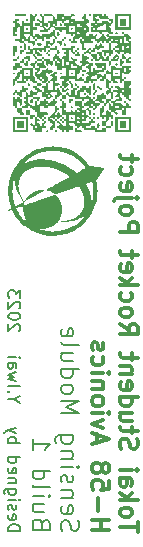
<source format=gbr>
%TF.GenerationSoftware,KiCad,Pcbnew,7.0.1-0*%
%TF.CreationDate,2023-05-25T18:17:30+09:00*%
%TF.ProjectId,SensingModule,53656e73-696e-4674-9d6f-64756c652e6b,rev?*%
%TF.SameCoordinates,Original*%
%TF.FileFunction,Legend,Bot*%
%TF.FilePolarity,Positive*%
%FSLAX46Y46*%
G04 Gerber Fmt 4.6, Leading zero omitted, Abs format (unit mm)*
G04 Created by KiCad (PCBNEW 7.0.1-0) date 2023-05-25 18:17:30*
%MOMM*%
%LPD*%
G01*
G04 APERTURE LIST*
%ADD10C,0.153000*%
%ADD11C,0.300000*%
%ADD12C,0.187500*%
G04 APERTURE END LIST*
D10*
X142622380Y-99261904D02*
X143622380Y-99261904D01*
X143622380Y-99261904D02*
X143622380Y-99023809D01*
X143622380Y-99023809D02*
X143574761Y-98880952D01*
X143574761Y-98880952D02*
X143479523Y-98785714D01*
X143479523Y-98785714D02*
X143384285Y-98738095D01*
X143384285Y-98738095D02*
X143193809Y-98690476D01*
X143193809Y-98690476D02*
X143050952Y-98690476D01*
X143050952Y-98690476D02*
X142860476Y-98738095D01*
X142860476Y-98738095D02*
X142765238Y-98785714D01*
X142765238Y-98785714D02*
X142670000Y-98880952D01*
X142670000Y-98880952D02*
X142622380Y-99023809D01*
X142622380Y-99023809D02*
X142622380Y-99261904D01*
X142670000Y-97880952D02*
X142622380Y-97976190D01*
X142622380Y-97976190D02*
X142622380Y-98166666D01*
X142622380Y-98166666D02*
X142670000Y-98261904D01*
X142670000Y-98261904D02*
X142765238Y-98309523D01*
X142765238Y-98309523D02*
X143146190Y-98309523D01*
X143146190Y-98309523D02*
X143241428Y-98261904D01*
X143241428Y-98261904D02*
X143289047Y-98166666D01*
X143289047Y-98166666D02*
X143289047Y-97976190D01*
X143289047Y-97976190D02*
X143241428Y-97880952D01*
X143241428Y-97880952D02*
X143146190Y-97833333D01*
X143146190Y-97833333D02*
X143050952Y-97833333D01*
X143050952Y-97833333D02*
X142955714Y-98309523D01*
X142670000Y-97452380D02*
X142622380Y-97357142D01*
X142622380Y-97357142D02*
X142622380Y-97166666D01*
X142622380Y-97166666D02*
X142670000Y-97071428D01*
X142670000Y-97071428D02*
X142765238Y-97023809D01*
X142765238Y-97023809D02*
X142812857Y-97023809D01*
X142812857Y-97023809D02*
X142908095Y-97071428D01*
X142908095Y-97071428D02*
X142955714Y-97166666D01*
X142955714Y-97166666D02*
X142955714Y-97309523D01*
X142955714Y-97309523D02*
X143003333Y-97404761D01*
X143003333Y-97404761D02*
X143098571Y-97452380D01*
X143098571Y-97452380D02*
X143146190Y-97452380D01*
X143146190Y-97452380D02*
X143241428Y-97404761D01*
X143241428Y-97404761D02*
X143289047Y-97309523D01*
X143289047Y-97309523D02*
X143289047Y-97166666D01*
X143289047Y-97166666D02*
X143241428Y-97071428D01*
X142622380Y-96595237D02*
X143289047Y-96595237D01*
X143622380Y-96595237D02*
X143574761Y-96642856D01*
X143574761Y-96642856D02*
X143527142Y-96595237D01*
X143527142Y-96595237D02*
X143574761Y-96547618D01*
X143574761Y-96547618D02*
X143622380Y-96595237D01*
X143622380Y-96595237D02*
X143527142Y-96595237D01*
X143289047Y-95690476D02*
X142479523Y-95690476D01*
X142479523Y-95690476D02*
X142384285Y-95738095D01*
X142384285Y-95738095D02*
X142336666Y-95785714D01*
X142336666Y-95785714D02*
X142289047Y-95880952D01*
X142289047Y-95880952D02*
X142289047Y-96023809D01*
X142289047Y-96023809D02*
X142336666Y-96119047D01*
X142670000Y-95690476D02*
X142622380Y-95785714D01*
X142622380Y-95785714D02*
X142622380Y-95976190D01*
X142622380Y-95976190D02*
X142670000Y-96071428D01*
X142670000Y-96071428D02*
X142717619Y-96119047D01*
X142717619Y-96119047D02*
X142812857Y-96166666D01*
X142812857Y-96166666D02*
X143098571Y-96166666D01*
X143098571Y-96166666D02*
X143193809Y-96119047D01*
X143193809Y-96119047D02*
X143241428Y-96071428D01*
X143241428Y-96071428D02*
X143289047Y-95976190D01*
X143289047Y-95976190D02*
X143289047Y-95785714D01*
X143289047Y-95785714D02*
X143241428Y-95690476D01*
X143289047Y-95214285D02*
X142622380Y-95214285D01*
X143193809Y-95214285D02*
X143241428Y-95166666D01*
X143241428Y-95166666D02*
X143289047Y-95071428D01*
X143289047Y-95071428D02*
X143289047Y-94928571D01*
X143289047Y-94928571D02*
X143241428Y-94833333D01*
X143241428Y-94833333D02*
X143146190Y-94785714D01*
X143146190Y-94785714D02*
X142622380Y-94785714D01*
X142670000Y-93928571D02*
X142622380Y-94023809D01*
X142622380Y-94023809D02*
X142622380Y-94214285D01*
X142622380Y-94214285D02*
X142670000Y-94309523D01*
X142670000Y-94309523D02*
X142765238Y-94357142D01*
X142765238Y-94357142D02*
X143146190Y-94357142D01*
X143146190Y-94357142D02*
X143241428Y-94309523D01*
X143241428Y-94309523D02*
X143289047Y-94214285D01*
X143289047Y-94214285D02*
X143289047Y-94023809D01*
X143289047Y-94023809D02*
X143241428Y-93928571D01*
X143241428Y-93928571D02*
X143146190Y-93880952D01*
X143146190Y-93880952D02*
X143050952Y-93880952D01*
X143050952Y-93880952D02*
X142955714Y-94357142D01*
X142622380Y-93023809D02*
X143622380Y-93023809D01*
X142670000Y-93023809D02*
X142622380Y-93119047D01*
X142622380Y-93119047D02*
X142622380Y-93309523D01*
X142622380Y-93309523D02*
X142670000Y-93404761D01*
X142670000Y-93404761D02*
X142717619Y-93452380D01*
X142717619Y-93452380D02*
X142812857Y-93499999D01*
X142812857Y-93499999D02*
X143098571Y-93499999D01*
X143098571Y-93499999D02*
X143193809Y-93452380D01*
X143193809Y-93452380D02*
X143241428Y-93404761D01*
X143241428Y-93404761D02*
X143289047Y-93309523D01*
X143289047Y-93309523D02*
X143289047Y-93119047D01*
X143289047Y-93119047D02*
X143241428Y-93023809D01*
X142622380Y-91785713D02*
X143622380Y-91785713D01*
X143241428Y-91785713D02*
X143289047Y-91690475D01*
X143289047Y-91690475D02*
X143289047Y-91499999D01*
X143289047Y-91499999D02*
X143241428Y-91404761D01*
X143241428Y-91404761D02*
X143193809Y-91357142D01*
X143193809Y-91357142D02*
X143098571Y-91309523D01*
X143098571Y-91309523D02*
X142812857Y-91309523D01*
X142812857Y-91309523D02*
X142717619Y-91357142D01*
X142717619Y-91357142D02*
X142670000Y-91404761D01*
X142670000Y-91404761D02*
X142622380Y-91499999D01*
X142622380Y-91499999D02*
X142622380Y-91690475D01*
X142622380Y-91690475D02*
X142670000Y-91785713D01*
X143289047Y-90976189D02*
X142622380Y-90738094D01*
X143289047Y-90499999D02*
X142622380Y-90738094D01*
X142622380Y-90738094D02*
X142384285Y-90833332D01*
X142384285Y-90833332D02*
X142336666Y-90880951D01*
X142336666Y-90880951D02*
X142289047Y-90976189D01*
X143098571Y-88119046D02*
X142622380Y-88119046D01*
X143622380Y-88452379D02*
X143098571Y-88119046D01*
X143098571Y-88119046D02*
X143622380Y-87785713D01*
X142717619Y-87452379D02*
X142670000Y-87404760D01*
X142670000Y-87404760D02*
X142622380Y-87452379D01*
X142622380Y-87452379D02*
X142670000Y-87499998D01*
X142670000Y-87499998D02*
X142717619Y-87452379D01*
X142717619Y-87452379D02*
X142622380Y-87452379D01*
X142622380Y-86976189D02*
X143622380Y-86976189D01*
X143289047Y-86595237D02*
X142622380Y-86404761D01*
X142622380Y-86404761D02*
X143098571Y-86214285D01*
X143098571Y-86214285D02*
X142622380Y-86023809D01*
X142622380Y-86023809D02*
X143289047Y-85833333D01*
X142622380Y-85023809D02*
X143146190Y-85023809D01*
X143146190Y-85023809D02*
X143241428Y-85071428D01*
X143241428Y-85071428D02*
X143289047Y-85166666D01*
X143289047Y-85166666D02*
X143289047Y-85357142D01*
X143289047Y-85357142D02*
X143241428Y-85452380D01*
X142670000Y-85023809D02*
X142622380Y-85119047D01*
X142622380Y-85119047D02*
X142622380Y-85357142D01*
X142622380Y-85357142D02*
X142670000Y-85452380D01*
X142670000Y-85452380D02*
X142765238Y-85499999D01*
X142765238Y-85499999D02*
X142860476Y-85499999D01*
X142860476Y-85499999D02*
X142955714Y-85452380D01*
X142955714Y-85452380D02*
X143003333Y-85357142D01*
X143003333Y-85357142D02*
X143003333Y-85119047D01*
X143003333Y-85119047D02*
X143050952Y-85023809D01*
X142622380Y-84547618D02*
X143289047Y-84547618D01*
X143622380Y-84547618D02*
X143574761Y-84595237D01*
X143574761Y-84595237D02*
X143527142Y-84547618D01*
X143527142Y-84547618D02*
X143574761Y-84499999D01*
X143574761Y-84499999D02*
X143622380Y-84547618D01*
X143622380Y-84547618D02*
X143527142Y-84547618D01*
X143527142Y-82309523D02*
X143574761Y-82261904D01*
X143574761Y-82261904D02*
X143622380Y-82166666D01*
X143622380Y-82166666D02*
X143622380Y-81928571D01*
X143622380Y-81928571D02*
X143574761Y-81833333D01*
X143574761Y-81833333D02*
X143527142Y-81785714D01*
X143527142Y-81785714D02*
X143431904Y-81738095D01*
X143431904Y-81738095D02*
X143336666Y-81738095D01*
X143336666Y-81738095D02*
X143193809Y-81785714D01*
X143193809Y-81785714D02*
X142622380Y-82357142D01*
X142622380Y-82357142D02*
X142622380Y-81738095D01*
X143622380Y-81119047D02*
X143622380Y-81023809D01*
X143622380Y-81023809D02*
X143574761Y-80928571D01*
X143574761Y-80928571D02*
X143527142Y-80880952D01*
X143527142Y-80880952D02*
X143431904Y-80833333D01*
X143431904Y-80833333D02*
X143241428Y-80785714D01*
X143241428Y-80785714D02*
X143003333Y-80785714D01*
X143003333Y-80785714D02*
X142812857Y-80833333D01*
X142812857Y-80833333D02*
X142717619Y-80880952D01*
X142717619Y-80880952D02*
X142670000Y-80928571D01*
X142670000Y-80928571D02*
X142622380Y-81023809D01*
X142622380Y-81023809D02*
X142622380Y-81119047D01*
X142622380Y-81119047D02*
X142670000Y-81214285D01*
X142670000Y-81214285D02*
X142717619Y-81261904D01*
X142717619Y-81261904D02*
X142812857Y-81309523D01*
X142812857Y-81309523D02*
X143003333Y-81357142D01*
X143003333Y-81357142D02*
X143241428Y-81357142D01*
X143241428Y-81357142D02*
X143431904Y-81309523D01*
X143431904Y-81309523D02*
X143527142Y-81261904D01*
X143527142Y-81261904D02*
X143574761Y-81214285D01*
X143574761Y-81214285D02*
X143622380Y-81119047D01*
X143527142Y-80404761D02*
X143574761Y-80357142D01*
X143574761Y-80357142D02*
X143622380Y-80261904D01*
X143622380Y-80261904D02*
X143622380Y-80023809D01*
X143622380Y-80023809D02*
X143574761Y-79928571D01*
X143574761Y-79928571D02*
X143527142Y-79880952D01*
X143527142Y-79880952D02*
X143431904Y-79833333D01*
X143431904Y-79833333D02*
X143336666Y-79833333D01*
X143336666Y-79833333D02*
X143193809Y-79880952D01*
X143193809Y-79880952D02*
X142622380Y-80452380D01*
X142622380Y-80452380D02*
X142622380Y-79833333D01*
X143622380Y-79499999D02*
X143622380Y-78880952D01*
X143622380Y-78880952D02*
X143241428Y-79214285D01*
X143241428Y-79214285D02*
X143241428Y-79071428D01*
X143241428Y-79071428D02*
X143193809Y-78976190D01*
X143193809Y-78976190D02*
X143146190Y-78928571D01*
X143146190Y-78928571D02*
X143050952Y-78880952D01*
X143050952Y-78880952D02*
X142812857Y-78880952D01*
X142812857Y-78880952D02*
X142717619Y-78928571D01*
X142717619Y-78928571D02*
X142670000Y-78976190D01*
X142670000Y-78976190D02*
X142622380Y-79071428D01*
X142622380Y-79071428D02*
X142622380Y-79357142D01*
X142622380Y-79357142D02*
X142670000Y-79452380D01*
X142670000Y-79452380D02*
X142717619Y-79499999D01*
D11*
X153613571Y-99357142D02*
X153613571Y-98500000D01*
X152113571Y-98928571D02*
X153613571Y-98928571D01*
X152113571Y-97785714D02*
X152185000Y-97928571D01*
X152185000Y-97928571D02*
X152256428Y-98000000D01*
X152256428Y-98000000D02*
X152399285Y-98071428D01*
X152399285Y-98071428D02*
X152827857Y-98071428D01*
X152827857Y-98071428D02*
X152970714Y-98000000D01*
X152970714Y-98000000D02*
X153042142Y-97928571D01*
X153042142Y-97928571D02*
X153113571Y-97785714D01*
X153113571Y-97785714D02*
X153113571Y-97571428D01*
X153113571Y-97571428D02*
X153042142Y-97428571D01*
X153042142Y-97428571D02*
X152970714Y-97357143D01*
X152970714Y-97357143D02*
X152827857Y-97285714D01*
X152827857Y-97285714D02*
X152399285Y-97285714D01*
X152399285Y-97285714D02*
X152256428Y-97357143D01*
X152256428Y-97357143D02*
X152185000Y-97428571D01*
X152185000Y-97428571D02*
X152113571Y-97571428D01*
X152113571Y-97571428D02*
X152113571Y-97785714D01*
X152113571Y-96642857D02*
X153613571Y-96642857D01*
X152685000Y-96500000D02*
X152113571Y-96071428D01*
X153113571Y-96071428D02*
X152542142Y-96642857D01*
X152113571Y-94785714D02*
X152899285Y-94785714D01*
X152899285Y-94785714D02*
X153042142Y-94857142D01*
X153042142Y-94857142D02*
X153113571Y-94999999D01*
X153113571Y-94999999D02*
X153113571Y-95285714D01*
X153113571Y-95285714D02*
X153042142Y-95428571D01*
X152185000Y-94785714D02*
X152113571Y-94928571D01*
X152113571Y-94928571D02*
X152113571Y-95285714D01*
X152113571Y-95285714D02*
X152185000Y-95428571D01*
X152185000Y-95428571D02*
X152327857Y-95499999D01*
X152327857Y-95499999D02*
X152470714Y-95499999D01*
X152470714Y-95499999D02*
X152613571Y-95428571D01*
X152613571Y-95428571D02*
X152685000Y-95285714D01*
X152685000Y-95285714D02*
X152685000Y-94928571D01*
X152685000Y-94928571D02*
X152756428Y-94785714D01*
X152113571Y-94071428D02*
X153113571Y-94071428D01*
X153613571Y-94071428D02*
X153542142Y-94142856D01*
X153542142Y-94142856D02*
X153470714Y-94071428D01*
X153470714Y-94071428D02*
X153542142Y-93999999D01*
X153542142Y-93999999D02*
X153613571Y-94071428D01*
X153613571Y-94071428D02*
X153470714Y-94071428D01*
X152185000Y-92285713D02*
X152113571Y-92071428D01*
X152113571Y-92071428D02*
X152113571Y-91714285D01*
X152113571Y-91714285D02*
X152185000Y-91571428D01*
X152185000Y-91571428D02*
X152256428Y-91499999D01*
X152256428Y-91499999D02*
X152399285Y-91428570D01*
X152399285Y-91428570D02*
X152542142Y-91428570D01*
X152542142Y-91428570D02*
X152685000Y-91499999D01*
X152685000Y-91499999D02*
X152756428Y-91571428D01*
X152756428Y-91571428D02*
X152827857Y-91714285D01*
X152827857Y-91714285D02*
X152899285Y-91999999D01*
X152899285Y-91999999D02*
X152970714Y-92142856D01*
X152970714Y-92142856D02*
X153042142Y-92214285D01*
X153042142Y-92214285D02*
X153185000Y-92285713D01*
X153185000Y-92285713D02*
X153327857Y-92285713D01*
X153327857Y-92285713D02*
X153470714Y-92214285D01*
X153470714Y-92214285D02*
X153542142Y-92142856D01*
X153542142Y-92142856D02*
X153613571Y-91999999D01*
X153613571Y-91999999D02*
X153613571Y-91642856D01*
X153613571Y-91642856D02*
X153542142Y-91428570D01*
X153113571Y-90999999D02*
X153113571Y-90428571D01*
X153613571Y-90785714D02*
X152327857Y-90785714D01*
X152327857Y-90785714D02*
X152185000Y-90714285D01*
X152185000Y-90714285D02*
X152113571Y-90571428D01*
X152113571Y-90571428D02*
X152113571Y-90428571D01*
X153113571Y-89285714D02*
X152113571Y-89285714D01*
X153113571Y-89928571D02*
X152327857Y-89928571D01*
X152327857Y-89928571D02*
X152185000Y-89857142D01*
X152185000Y-89857142D02*
X152113571Y-89714285D01*
X152113571Y-89714285D02*
X152113571Y-89499999D01*
X152113571Y-89499999D02*
X152185000Y-89357142D01*
X152185000Y-89357142D02*
X152256428Y-89285714D01*
X152113571Y-87928571D02*
X153613571Y-87928571D01*
X152185000Y-87928571D02*
X152113571Y-88071428D01*
X152113571Y-88071428D02*
X152113571Y-88357142D01*
X152113571Y-88357142D02*
X152185000Y-88499999D01*
X152185000Y-88499999D02*
X152256428Y-88571428D01*
X152256428Y-88571428D02*
X152399285Y-88642856D01*
X152399285Y-88642856D02*
X152827857Y-88642856D01*
X152827857Y-88642856D02*
X152970714Y-88571428D01*
X152970714Y-88571428D02*
X153042142Y-88499999D01*
X153042142Y-88499999D02*
X153113571Y-88357142D01*
X153113571Y-88357142D02*
X153113571Y-88071428D01*
X153113571Y-88071428D02*
X153042142Y-87928571D01*
X152185000Y-86642856D02*
X152113571Y-86785713D01*
X152113571Y-86785713D02*
X152113571Y-87071428D01*
X152113571Y-87071428D02*
X152185000Y-87214285D01*
X152185000Y-87214285D02*
X152327857Y-87285713D01*
X152327857Y-87285713D02*
X152899285Y-87285713D01*
X152899285Y-87285713D02*
X153042142Y-87214285D01*
X153042142Y-87214285D02*
X153113571Y-87071428D01*
X153113571Y-87071428D02*
X153113571Y-86785713D01*
X153113571Y-86785713D02*
X153042142Y-86642856D01*
X153042142Y-86642856D02*
X152899285Y-86571428D01*
X152899285Y-86571428D02*
X152756428Y-86571428D01*
X152756428Y-86571428D02*
X152613571Y-87285713D01*
X153113571Y-85928571D02*
X152113571Y-85928571D01*
X152970714Y-85928571D02*
X153042142Y-85857142D01*
X153042142Y-85857142D02*
X153113571Y-85714285D01*
X153113571Y-85714285D02*
X153113571Y-85499999D01*
X153113571Y-85499999D02*
X153042142Y-85357142D01*
X153042142Y-85357142D02*
X152899285Y-85285714D01*
X152899285Y-85285714D02*
X152113571Y-85285714D01*
X153113571Y-84785713D02*
X153113571Y-84214285D01*
X153613571Y-84571428D02*
X152327857Y-84571428D01*
X152327857Y-84571428D02*
X152185000Y-84499999D01*
X152185000Y-84499999D02*
X152113571Y-84357142D01*
X152113571Y-84357142D02*
X152113571Y-84214285D01*
X152113571Y-81714285D02*
X152827857Y-82214285D01*
X152113571Y-82571428D02*
X153613571Y-82571428D01*
X153613571Y-82571428D02*
X153613571Y-81999999D01*
X153613571Y-81999999D02*
X153542142Y-81857142D01*
X153542142Y-81857142D02*
X153470714Y-81785713D01*
X153470714Y-81785713D02*
X153327857Y-81714285D01*
X153327857Y-81714285D02*
X153113571Y-81714285D01*
X153113571Y-81714285D02*
X152970714Y-81785713D01*
X152970714Y-81785713D02*
X152899285Y-81857142D01*
X152899285Y-81857142D02*
X152827857Y-81999999D01*
X152827857Y-81999999D02*
X152827857Y-82571428D01*
X152113571Y-80857142D02*
X152185000Y-80999999D01*
X152185000Y-80999999D02*
X152256428Y-81071428D01*
X152256428Y-81071428D02*
X152399285Y-81142856D01*
X152399285Y-81142856D02*
X152827857Y-81142856D01*
X152827857Y-81142856D02*
X152970714Y-81071428D01*
X152970714Y-81071428D02*
X153042142Y-80999999D01*
X153042142Y-80999999D02*
X153113571Y-80857142D01*
X153113571Y-80857142D02*
X153113571Y-80642856D01*
X153113571Y-80642856D02*
X153042142Y-80499999D01*
X153042142Y-80499999D02*
X152970714Y-80428571D01*
X152970714Y-80428571D02*
X152827857Y-80357142D01*
X152827857Y-80357142D02*
X152399285Y-80357142D01*
X152399285Y-80357142D02*
X152256428Y-80428571D01*
X152256428Y-80428571D02*
X152185000Y-80499999D01*
X152185000Y-80499999D02*
X152113571Y-80642856D01*
X152113571Y-80642856D02*
X152113571Y-80857142D01*
X152185000Y-79071428D02*
X152113571Y-79214285D01*
X152113571Y-79214285D02*
X152113571Y-79499999D01*
X152113571Y-79499999D02*
X152185000Y-79642856D01*
X152185000Y-79642856D02*
X152256428Y-79714285D01*
X152256428Y-79714285D02*
X152399285Y-79785713D01*
X152399285Y-79785713D02*
X152827857Y-79785713D01*
X152827857Y-79785713D02*
X152970714Y-79714285D01*
X152970714Y-79714285D02*
X153042142Y-79642856D01*
X153042142Y-79642856D02*
X153113571Y-79499999D01*
X153113571Y-79499999D02*
X153113571Y-79214285D01*
X153113571Y-79214285D02*
X153042142Y-79071428D01*
X152113571Y-78428571D02*
X153613571Y-78428571D01*
X152685000Y-78285714D02*
X152113571Y-77857142D01*
X153113571Y-77857142D02*
X152542142Y-78428571D01*
X152185000Y-76642856D02*
X152113571Y-76785713D01*
X152113571Y-76785713D02*
X152113571Y-77071428D01*
X152113571Y-77071428D02*
X152185000Y-77214285D01*
X152185000Y-77214285D02*
X152327857Y-77285713D01*
X152327857Y-77285713D02*
X152899285Y-77285713D01*
X152899285Y-77285713D02*
X153042142Y-77214285D01*
X153042142Y-77214285D02*
X153113571Y-77071428D01*
X153113571Y-77071428D02*
X153113571Y-76785713D01*
X153113571Y-76785713D02*
X153042142Y-76642856D01*
X153042142Y-76642856D02*
X152899285Y-76571428D01*
X152899285Y-76571428D02*
X152756428Y-76571428D01*
X152756428Y-76571428D02*
X152613571Y-77285713D01*
X153113571Y-76142856D02*
X153113571Y-75571428D01*
X153613571Y-75928571D02*
X152327857Y-75928571D01*
X152327857Y-75928571D02*
X152185000Y-75857142D01*
X152185000Y-75857142D02*
X152113571Y-75714285D01*
X152113571Y-75714285D02*
X152113571Y-75571428D01*
X152113571Y-73928571D02*
X153613571Y-73928571D01*
X153613571Y-73928571D02*
X153613571Y-73357142D01*
X153613571Y-73357142D02*
X153542142Y-73214285D01*
X153542142Y-73214285D02*
X153470714Y-73142856D01*
X153470714Y-73142856D02*
X153327857Y-73071428D01*
X153327857Y-73071428D02*
X153113571Y-73071428D01*
X153113571Y-73071428D02*
X152970714Y-73142856D01*
X152970714Y-73142856D02*
X152899285Y-73214285D01*
X152899285Y-73214285D02*
X152827857Y-73357142D01*
X152827857Y-73357142D02*
X152827857Y-73928571D01*
X152113571Y-72214285D02*
X152185000Y-72357142D01*
X152185000Y-72357142D02*
X152256428Y-72428571D01*
X152256428Y-72428571D02*
X152399285Y-72499999D01*
X152399285Y-72499999D02*
X152827857Y-72499999D01*
X152827857Y-72499999D02*
X152970714Y-72428571D01*
X152970714Y-72428571D02*
X153042142Y-72357142D01*
X153042142Y-72357142D02*
X153113571Y-72214285D01*
X153113571Y-72214285D02*
X153113571Y-71999999D01*
X153113571Y-71999999D02*
X153042142Y-71857142D01*
X153042142Y-71857142D02*
X152970714Y-71785714D01*
X152970714Y-71785714D02*
X152827857Y-71714285D01*
X152827857Y-71714285D02*
X152399285Y-71714285D01*
X152399285Y-71714285D02*
X152256428Y-71785714D01*
X152256428Y-71785714D02*
X152185000Y-71857142D01*
X152185000Y-71857142D02*
X152113571Y-71999999D01*
X152113571Y-71999999D02*
X152113571Y-72214285D01*
X153113571Y-71071428D02*
X151827857Y-71071428D01*
X151827857Y-71071428D02*
X151685000Y-71142856D01*
X151685000Y-71142856D02*
X151613571Y-71285713D01*
X151613571Y-71285713D02*
X151613571Y-71357142D01*
X153613571Y-71071428D02*
X153542142Y-71142856D01*
X153542142Y-71142856D02*
X153470714Y-71071428D01*
X153470714Y-71071428D02*
X153542142Y-70999999D01*
X153542142Y-70999999D02*
X153613571Y-71071428D01*
X153613571Y-71071428D02*
X153470714Y-71071428D01*
X152185000Y-69785713D02*
X152113571Y-69928570D01*
X152113571Y-69928570D02*
X152113571Y-70214285D01*
X152113571Y-70214285D02*
X152185000Y-70357142D01*
X152185000Y-70357142D02*
X152327857Y-70428570D01*
X152327857Y-70428570D02*
X152899285Y-70428570D01*
X152899285Y-70428570D02*
X153042142Y-70357142D01*
X153042142Y-70357142D02*
X153113571Y-70214285D01*
X153113571Y-70214285D02*
X153113571Y-69928570D01*
X153113571Y-69928570D02*
X153042142Y-69785713D01*
X153042142Y-69785713D02*
X152899285Y-69714285D01*
X152899285Y-69714285D02*
X152756428Y-69714285D01*
X152756428Y-69714285D02*
X152613571Y-70428570D01*
X152185000Y-68428571D02*
X152113571Y-68571428D01*
X152113571Y-68571428D02*
X152113571Y-68857142D01*
X152113571Y-68857142D02*
X152185000Y-68999999D01*
X152185000Y-68999999D02*
X152256428Y-69071428D01*
X152256428Y-69071428D02*
X152399285Y-69142856D01*
X152399285Y-69142856D02*
X152827857Y-69142856D01*
X152827857Y-69142856D02*
X152970714Y-69071428D01*
X152970714Y-69071428D02*
X153042142Y-68999999D01*
X153042142Y-68999999D02*
X153113571Y-68857142D01*
X153113571Y-68857142D02*
X153113571Y-68571428D01*
X153113571Y-68571428D02*
X153042142Y-68428571D01*
X153113571Y-67999999D02*
X153113571Y-67428571D01*
X153613571Y-67785714D02*
X152327857Y-67785714D01*
X152327857Y-67785714D02*
X152185000Y-67714285D01*
X152185000Y-67714285D02*
X152113571Y-67571428D01*
X152113571Y-67571428D02*
X152113571Y-67428571D01*
X149683571Y-99142857D02*
X151183571Y-99142857D01*
X150469285Y-99142857D02*
X150469285Y-98285714D01*
X149683571Y-98285714D02*
X151183571Y-98285714D01*
X150255000Y-97571428D02*
X150255000Y-96428571D01*
X151183571Y-94999999D02*
X151183571Y-95714285D01*
X151183571Y-95714285D02*
X150469285Y-95785713D01*
X150469285Y-95785713D02*
X150540714Y-95714285D01*
X150540714Y-95714285D02*
X150612142Y-95571428D01*
X150612142Y-95571428D02*
X150612142Y-95214285D01*
X150612142Y-95214285D02*
X150540714Y-95071428D01*
X150540714Y-95071428D02*
X150469285Y-94999999D01*
X150469285Y-94999999D02*
X150326428Y-94928570D01*
X150326428Y-94928570D02*
X149969285Y-94928570D01*
X149969285Y-94928570D02*
X149826428Y-94999999D01*
X149826428Y-94999999D02*
X149755000Y-95071428D01*
X149755000Y-95071428D02*
X149683571Y-95214285D01*
X149683571Y-95214285D02*
X149683571Y-95571428D01*
X149683571Y-95571428D02*
X149755000Y-95714285D01*
X149755000Y-95714285D02*
X149826428Y-95785713D01*
X150540714Y-94071428D02*
X150612142Y-94214285D01*
X150612142Y-94214285D02*
X150683571Y-94285714D01*
X150683571Y-94285714D02*
X150826428Y-94357142D01*
X150826428Y-94357142D02*
X150897857Y-94357142D01*
X150897857Y-94357142D02*
X151040714Y-94285714D01*
X151040714Y-94285714D02*
X151112142Y-94214285D01*
X151112142Y-94214285D02*
X151183571Y-94071428D01*
X151183571Y-94071428D02*
X151183571Y-93785714D01*
X151183571Y-93785714D02*
X151112142Y-93642857D01*
X151112142Y-93642857D02*
X151040714Y-93571428D01*
X151040714Y-93571428D02*
X150897857Y-93499999D01*
X150897857Y-93499999D02*
X150826428Y-93499999D01*
X150826428Y-93499999D02*
X150683571Y-93571428D01*
X150683571Y-93571428D02*
X150612142Y-93642857D01*
X150612142Y-93642857D02*
X150540714Y-93785714D01*
X150540714Y-93785714D02*
X150540714Y-94071428D01*
X150540714Y-94071428D02*
X150469285Y-94214285D01*
X150469285Y-94214285D02*
X150397857Y-94285714D01*
X150397857Y-94285714D02*
X150255000Y-94357142D01*
X150255000Y-94357142D02*
X149969285Y-94357142D01*
X149969285Y-94357142D02*
X149826428Y-94285714D01*
X149826428Y-94285714D02*
X149755000Y-94214285D01*
X149755000Y-94214285D02*
X149683571Y-94071428D01*
X149683571Y-94071428D02*
X149683571Y-93785714D01*
X149683571Y-93785714D02*
X149755000Y-93642857D01*
X149755000Y-93642857D02*
X149826428Y-93571428D01*
X149826428Y-93571428D02*
X149969285Y-93499999D01*
X149969285Y-93499999D02*
X150255000Y-93499999D01*
X150255000Y-93499999D02*
X150397857Y-93571428D01*
X150397857Y-93571428D02*
X150469285Y-93642857D01*
X150469285Y-93642857D02*
X150540714Y-93785714D01*
X150112142Y-91785714D02*
X150112142Y-91071429D01*
X149683571Y-91928571D02*
X151183571Y-91428571D01*
X151183571Y-91428571D02*
X149683571Y-90928571D01*
X150683571Y-90571429D02*
X149683571Y-90214286D01*
X149683571Y-90214286D02*
X150683571Y-89857143D01*
X149683571Y-89285715D02*
X150683571Y-89285715D01*
X151183571Y-89285715D02*
X151112142Y-89357143D01*
X151112142Y-89357143D02*
X151040714Y-89285715D01*
X151040714Y-89285715D02*
X151112142Y-89214286D01*
X151112142Y-89214286D02*
X151183571Y-89285715D01*
X151183571Y-89285715D02*
X151040714Y-89285715D01*
X149683571Y-88357143D02*
X149755000Y-88500000D01*
X149755000Y-88500000D02*
X149826428Y-88571429D01*
X149826428Y-88571429D02*
X149969285Y-88642857D01*
X149969285Y-88642857D02*
X150397857Y-88642857D01*
X150397857Y-88642857D02*
X150540714Y-88571429D01*
X150540714Y-88571429D02*
X150612142Y-88500000D01*
X150612142Y-88500000D02*
X150683571Y-88357143D01*
X150683571Y-88357143D02*
X150683571Y-88142857D01*
X150683571Y-88142857D02*
X150612142Y-88000000D01*
X150612142Y-88000000D02*
X150540714Y-87928572D01*
X150540714Y-87928572D02*
X150397857Y-87857143D01*
X150397857Y-87857143D02*
X149969285Y-87857143D01*
X149969285Y-87857143D02*
X149826428Y-87928572D01*
X149826428Y-87928572D02*
X149755000Y-88000000D01*
X149755000Y-88000000D02*
X149683571Y-88142857D01*
X149683571Y-88142857D02*
X149683571Y-88357143D01*
X150683571Y-87214286D02*
X149683571Y-87214286D01*
X150540714Y-87214286D02*
X150612142Y-87142857D01*
X150612142Y-87142857D02*
X150683571Y-87000000D01*
X150683571Y-87000000D02*
X150683571Y-86785714D01*
X150683571Y-86785714D02*
X150612142Y-86642857D01*
X150612142Y-86642857D02*
X150469285Y-86571429D01*
X150469285Y-86571429D02*
X149683571Y-86571429D01*
X149683571Y-85857143D02*
X150683571Y-85857143D01*
X151183571Y-85857143D02*
X151112142Y-85928571D01*
X151112142Y-85928571D02*
X151040714Y-85857143D01*
X151040714Y-85857143D02*
X151112142Y-85785714D01*
X151112142Y-85785714D02*
X151183571Y-85857143D01*
X151183571Y-85857143D02*
X151040714Y-85857143D01*
X149755000Y-84500000D02*
X149683571Y-84642857D01*
X149683571Y-84642857D02*
X149683571Y-84928571D01*
X149683571Y-84928571D02*
X149755000Y-85071428D01*
X149755000Y-85071428D02*
X149826428Y-85142857D01*
X149826428Y-85142857D02*
X149969285Y-85214285D01*
X149969285Y-85214285D02*
X150397857Y-85214285D01*
X150397857Y-85214285D02*
X150540714Y-85142857D01*
X150540714Y-85142857D02*
X150612142Y-85071428D01*
X150612142Y-85071428D02*
X150683571Y-84928571D01*
X150683571Y-84928571D02*
X150683571Y-84642857D01*
X150683571Y-84642857D02*
X150612142Y-84500000D01*
X149755000Y-83928571D02*
X149683571Y-83785714D01*
X149683571Y-83785714D02*
X149683571Y-83500000D01*
X149683571Y-83500000D02*
X149755000Y-83357143D01*
X149755000Y-83357143D02*
X149897857Y-83285714D01*
X149897857Y-83285714D02*
X149969285Y-83285714D01*
X149969285Y-83285714D02*
X150112142Y-83357143D01*
X150112142Y-83357143D02*
X150183571Y-83500000D01*
X150183571Y-83500000D02*
X150183571Y-83714286D01*
X150183571Y-83714286D02*
X150255000Y-83857143D01*
X150255000Y-83857143D02*
X150397857Y-83928571D01*
X150397857Y-83928571D02*
X150469285Y-83928571D01*
X150469285Y-83928571D02*
X150612142Y-83857143D01*
X150612142Y-83857143D02*
X150683571Y-83714286D01*
X150683571Y-83714286D02*
X150683571Y-83500000D01*
X150683571Y-83500000D02*
X150612142Y-83357143D01*
D12*
X147185000Y-99214285D02*
X147113571Y-99000000D01*
X147113571Y-99000000D02*
X147113571Y-98642857D01*
X147113571Y-98642857D02*
X147185000Y-98500000D01*
X147185000Y-98500000D02*
X147256428Y-98428571D01*
X147256428Y-98428571D02*
X147399285Y-98357142D01*
X147399285Y-98357142D02*
X147542142Y-98357142D01*
X147542142Y-98357142D02*
X147685000Y-98428571D01*
X147685000Y-98428571D02*
X147756428Y-98500000D01*
X147756428Y-98500000D02*
X147827857Y-98642857D01*
X147827857Y-98642857D02*
X147899285Y-98928571D01*
X147899285Y-98928571D02*
X147970714Y-99071428D01*
X147970714Y-99071428D02*
X148042142Y-99142857D01*
X148042142Y-99142857D02*
X148185000Y-99214285D01*
X148185000Y-99214285D02*
X148327857Y-99214285D01*
X148327857Y-99214285D02*
X148470714Y-99142857D01*
X148470714Y-99142857D02*
X148542142Y-99071428D01*
X148542142Y-99071428D02*
X148613571Y-98928571D01*
X148613571Y-98928571D02*
X148613571Y-98571428D01*
X148613571Y-98571428D02*
X148542142Y-98357142D01*
X147185000Y-97142857D02*
X147113571Y-97285714D01*
X147113571Y-97285714D02*
X147113571Y-97571429D01*
X147113571Y-97571429D02*
X147185000Y-97714286D01*
X147185000Y-97714286D02*
X147327857Y-97785714D01*
X147327857Y-97785714D02*
X147899285Y-97785714D01*
X147899285Y-97785714D02*
X148042142Y-97714286D01*
X148042142Y-97714286D02*
X148113571Y-97571429D01*
X148113571Y-97571429D02*
X148113571Y-97285714D01*
X148113571Y-97285714D02*
X148042142Y-97142857D01*
X148042142Y-97142857D02*
X147899285Y-97071429D01*
X147899285Y-97071429D02*
X147756428Y-97071429D01*
X147756428Y-97071429D02*
X147613571Y-97785714D01*
X148113571Y-96428572D02*
X147113571Y-96428572D01*
X147970714Y-96428572D02*
X148042142Y-96357143D01*
X148042142Y-96357143D02*
X148113571Y-96214286D01*
X148113571Y-96214286D02*
X148113571Y-96000000D01*
X148113571Y-96000000D02*
X148042142Y-95857143D01*
X148042142Y-95857143D02*
X147899285Y-95785715D01*
X147899285Y-95785715D02*
X147113571Y-95785715D01*
X147185000Y-95142857D02*
X147113571Y-95000000D01*
X147113571Y-95000000D02*
X147113571Y-94714286D01*
X147113571Y-94714286D02*
X147185000Y-94571429D01*
X147185000Y-94571429D02*
X147327857Y-94500000D01*
X147327857Y-94500000D02*
X147399285Y-94500000D01*
X147399285Y-94500000D02*
X147542142Y-94571429D01*
X147542142Y-94571429D02*
X147613571Y-94714286D01*
X147613571Y-94714286D02*
X147613571Y-94928572D01*
X147613571Y-94928572D02*
X147685000Y-95071429D01*
X147685000Y-95071429D02*
X147827857Y-95142857D01*
X147827857Y-95142857D02*
X147899285Y-95142857D01*
X147899285Y-95142857D02*
X148042142Y-95071429D01*
X148042142Y-95071429D02*
X148113571Y-94928572D01*
X148113571Y-94928572D02*
X148113571Y-94714286D01*
X148113571Y-94714286D02*
X148042142Y-94571429D01*
X147113571Y-93857143D02*
X148113571Y-93857143D01*
X148613571Y-93857143D02*
X148542142Y-93928571D01*
X148542142Y-93928571D02*
X148470714Y-93857143D01*
X148470714Y-93857143D02*
X148542142Y-93785714D01*
X148542142Y-93785714D02*
X148613571Y-93857143D01*
X148613571Y-93857143D02*
X148470714Y-93857143D01*
X148113571Y-93142857D02*
X147113571Y-93142857D01*
X147970714Y-93142857D02*
X148042142Y-93071428D01*
X148042142Y-93071428D02*
X148113571Y-92928571D01*
X148113571Y-92928571D02*
X148113571Y-92714285D01*
X148113571Y-92714285D02*
X148042142Y-92571428D01*
X148042142Y-92571428D02*
X147899285Y-92500000D01*
X147899285Y-92500000D02*
X147113571Y-92500000D01*
X148113571Y-91142857D02*
X146899285Y-91142857D01*
X146899285Y-91142857D02*
X146756428Y-91214285D01*
X146756428Y-91214285D02*
X146685000Y-91285714D01*
X146685000Y-91285714D02*
X146613571Y-91428571D01*
X146613571Y-91428571D02*
X146613571Y-91642857D01*
X146613571Y-91642857D02*
X146685000Y-91785714D01*
X147185000Y-91142857D02*
X147113571Y-91285714D01*
X147113571Y-91285714D02*
X147113571Y-91571428D01*
X147113571Y-91571428D02*
X147185000Y-91714285D01*
X147185000Y-91714285D02*
X147256428Y-91785714D01*
X147256428Y-91785714D02*
X147399285Y-91857142D01*
X147399285Y-91857142D02*
X147827857Y-91857142D01*
X147827857Y-91857142D02*
X147970714Y-91785714D01*
X147970714Y-91785714D02*
X148042142Y-91714285D01*
X148042142Y-91714285D02*
X148113571Y-91571428D01*
X148113571Y-91571428D02*
X148113571Y-91285714D01*
X148113571Y-91285714D02*
X148042142Y-91142857D01*
X147113571Y-89285714D02*
X148613571Y-89285714D01*
X148613571Y-89285714D02*
X147542142Y-88785714D01*
X147542142Y-88785714D02*
X148613571Y-88285714D01*
X148613571Y-88285714D02*
X147113571Y-88285714D01*
X147113571Y-87357142D02*
X147185000Y-87499999D01*
X147185000Y-87499999D02*
X147256428Y-87571428D01*
X147256428Y-87571428D02*
X147399285Y-87642856D01*
X147399285Y-87642856D02*
X147827857Y-87642856D01*
X147827857Y-87642856D02*
X147970714Y-87571428D01*
X147970714Y-87571428D02*
X148042142Y-87499999D01*
X148042142Y-87499999D02*
X148113571Y-87357142D01*
X148113571Y-87357142D02*
X148113571Y-87142856D01*
X148113571Y-87142856D02*
X148042142Y-86999999D01*
X148042142Y-86999999D02*
X147970714Y-86928571D01*
X147970714Y-86928571D02*
X147827857Y-86857142D01*
X147827857Y-86857142D02*
X147399285Y-86857142D01*
X147399285Y-86857142D02*
X147256428Y-86928571D01*
X147256428Y-86928571D02*
X147185000Y-86999999D01*
X147185000Y-86999999D02*
X147113571Y-87142856D01*
X147113571Y-87142856D02*
X147113571Y-87357142D01*
X147113571Y-85571428D02*
X148613571Y-85571428D01*
X147185000Y-85571428D02*
X147113571Y-85714285D01*
X147113571Y-85714285D02*
X147113571Y-85999999D01*
X147113571Y-85999999D02*
X147185000Y-86142856D01*
X147185000Y-86142856D02*
X147256428Y-86214285D01*
X147256428Y-86214285D02*
X147399285Y-86285713D01*
X147399285Y-86285713D02*
X147827857Y-86285713D01*
X147827857Y-86285713D02*
X147970714Y-86214285D01*
X147970714Y-86214285D02*
X148042142Y-86142856D01*
X148042142Y-86142856D02*
X148113571Y-85999999D01*
X148113571Y-85999999D02*
X148113571Y-85714285D01*
X148113571Y-85714285D02*
X148042142Y-85571428D01*
X148113571Y-84214285D02*
X147113571Y-84214285D01*
X148113571Y-84857142D02*
X147327857Y-84857142D01*
X147327857Y-84857142D02*
X147185000Y-84785713D01*
X147185000Y-84785713D02*
X147113571Y-84642856D01*
X147113571Y-84642856D02*
X147113571Y-84428570D01*
X147113571Y-84428570D02*
X147185000Y-84285713D01*
X147185000Y-84285713D02*
X147256428Y-84214285D01*
X147113571Y-83285713D02*
X147185000Y-83428570D01*
X147185000Y-83428570D02*
X147327857Y-83499999D01*
X147327857Y-83499999D02*
X148613571Y-83499999D01*
X147185000Y-82142856D02*
X147113571Y-82285713D01*
X147113571Y-82285713D02*
X147113571Y-82571428D01*
X147113571Y-82571428D02*
X147185000Y-82714285D01*
X147185000Y-82714285D02*
X147327857Y-82785713D01*
X147327857Y-82785713D02*
X147899285Y-82785713D01*
X147899285Y-82785713D02*
X148042142Y-82714285D01*
X148042142Y-82714285D02*
X148113571Y-82571428D01*
X148113571Y-82571428D02*
X148113571Y-82285713D01*
X148113571Y-82285713D02*
X148042142Y-82142856D01*
X148042142Y-82142856D02*
X147899285Y-82071428D01*
X147899285Y-82071428D02*
X147756428Y-82071428D01*
X147756428Y-82071428D02*
X147613571Y-82785713D01*
X145469285Y-98642857D02*
X145397857Y-98428571D01*
X145397857Y-98428571D02*
X145326428Y-98357142D01*
X145326428Y-98357142D02*
X145183571Y-98285714D01*
X145183571Y-98285714D02*
X144969285Y-98285714D01*
X144969285Y-98285714D02*
X144826428Y-98357142D01*
X144826428Y-98357142D02*
X144755000Y-98428571D01*
X144755000Y-98428571D02*
X144683571Y-98571428D01*
X144683571Y-98571428D02*
X144683571Y-99142857D01*
X144683571Y-99142857D02*
X146183571Y-99142857D01*
X146183571Y-99142857D02*
X146183571Y-98642857D01*
X146183571Y-98642857D02*
X146112142Y-98500000D01*
X146112142Y-98500000D02*
X146040714Y-98428571D01*
X146040714Y-98428571D02*
X145897857Y-98357142D01*
X145897857Y-98357142D02*
X145755000Y-98357142D01*
X145755000Y-98357142D02*
X145612142Y-98428571D01*
X145612142Y-98428571D02*
X145540714Y-98500000D01*
X145540714Y-98500000D02*
X145469285Y-98642857D01*
X145469285Y-98642857D02*
X145469285Y-99142857D01*
X145683571Y-97000000D02*
X144683571Y-97000000D01*
X145683571Y-97642857D02*
X144897857Y-97642857D01*
X144897857Y-97642857D02*
X144755000Y-97571428D01*
X144755000Y-97571428D02*
X144683571Y-97428571D01*
X144683571Y-97428571D02*
X144683571Y-97214285D01*
X144683571Y-97214285D02*
X144755000Y-97071428D01*
X144755000Y-97071428D02*
X144826428Y-97000000D01*
X144683571Y-96285714D02*
X145683571Y-96285714D01*
X146183571Y-96285714D02*
X146112142Y-96357142D01*
X146112142Y-96357142D02*
X146040714Y-96285714D01*
X146040714Y-96285714D02*
X146112142Y-96214285D01*
X146112142Y-96214285D02*
X146183571Y-96285714D01*
X146183571Y-96285714D02*
X146040714Y-96285714D01*
X144683571Y-95357142D02*
X144755000Y-95499999D01*
X144755000Y-95499999D02*
X144897857Y-95571428D01*
X144897857Y-95571428D02*
X146183571Y-95571428D01*
X144683571Y-94142857D02*
X146183571Y-94142857D01*
X144755000Y-94142857D02*
X144683571Y-94285714D01*
X144683571Y-94285714D02*
X144683571Y-94571428D01*
X144683571Y-94571428D02*
X144755000Y-94714285D01*
X144755000Y-94714285D02*
X144826428Y-94785714D01*
X144826428Y-94785714D02*
X144969285Y-94857142D01*
X144969285Y-94857142D02*
X145397857Y-94857142D01*
X145397857Y-94857142D02*
X145540714Y-94785714D01*
X145540714Y-94785714D02*
X145612142Y-94714285D01*
X145612142Y-94714285D02*
X145683571Y-94571428D01*
X145683571Y-94571428D02*
X145683571Y-94285714D01*
X145683571Y-94285714D02*
X145612142Y-94142857D01*
X144683571Y-91499999D02*
X144683571Y-92357142D01*
X144683571Y-91928571D02*
X146183571Y-91928571D01*
X146183571Y-91928571D02*
X145969285Y-92071428D01*
X145969285Y-92071428D02*
X145826428Y-92214285D01*
X145826428Y-92214285D02*
X145755000Y-92357142D01*
%TO.C,G\u002A\u002A\u002A*%
G36*
X145980749Y-65331372D02*
G01*
X145998788Y-65406818D01*
X145982175Y-65480481D01*
X145921818Y-65503030D01*
X145862888Y-65482264D01*
X145844849Y-65406818D01*
X145861462Y-65333156D01*
X145921818Y-65310606D01*
X145980749Y-65331372D01*
G37*
G36*
X143959091Y-64829546D02*
G01*
X143959091Y-65118182D01*
X143670455Y-65118182D01*
X143381818Y-65118182D01*
X143381818Y-64829546D01*
X143381818Y-64540909D01*
X143670455Y-64540909D01*
X143959091Y-64540909D01*
X143959091Y-64829546D01*
G37*
G36*
X152618182Y-64829546D02*
G01*
X152618182Y-65118182D01*
X152329546Y-65118182D01*
X152040909Y-65118182D01*
X152040909Y-64829546D01*
X152040909Y-64540909D01*
X152329546Y-64540909D01*
X152618182Y-64540909D01*
X152618182Y-64829546D01*
G37*
G36*
X148058930Y-64215312D02*
G01*
X148076970Y-64290758D01*
X148060357Y-64364420D01*
X148000000Y-64386970D01*
X147941070Y-64366204D01*
X147923030Y-64290758D01*
X147939643Y-64217095D01*
X148000000Y-64194546D01*
X148058930Y-64215312D01*
G37*
G36*
X144497879Y-63809697D02*
G01*
X144497879Y-64002121D01*
X144305455Y-64002121D01*
X144113030Y-64002121D01*
X144113030Y-63809697D01*
X144113030Y-63617273D01*
X144305455Y-63617273D01*
X144497879Y-63617273D01*
X144497879Y-63809697D01*
G37*
G36*
X148058930Y-63253191D02*
G01*
X148076970Y-63328637D01*
X148060357Y-63402299D01*
X148000000Y-63424849D01*
X147941070Y-63404082D01*
X147923030Y-63328637D01*
X147939643Y-63254974D01*
X148000000Y-63232424D01*
X148058930Y-63253191D01*
G37*
G36*
X149978663Y-62517825D02*
G01*
X150001212Y-62578182D01*
X149980446Y-62637112D01*
X149905000Y-62655152D01*
X149831337Y-62638539D01*
X149808788Y-62578182D01*
X149829554Y-62519252D01*
X149905000Y-62501212D01*
X149978663Y-62517825D01*
G37*
G36*
X143166845Y-60439643D02*
G01*
X143189394Y-60500000D01*
X143168628Y-60558930D01*
X143093182Y-60576970D01*
X143019519Y-60560357D01*
X142996970Y-60500000D01*
X143017736Y-60441070D01*
X143093182Y-60423030D01*
X143166845Y-60439643D01*
G37*
G36*
X144282905Y-60439643D02*
G01*
X144305455Y-60500000D01*
X144284689Y-60558930D01*
X144209243Y-60576970D01*
X144135580Y-60560357D01*
X144113030Y-60500000D01*
X144133797Y-60441070D01*
X144209243Y-60423030D01*
X144282905Y-60439643D01*
G37*
G36*
X147130784Y-60439643D02*
G01*
X147153334Y-60500000D01*
X147132567Y-60558930D01*
X147057121Y-60576970D01*
X146983459Y-60560357D01*
X146960909Y-60500000D01*
X146981675Y-60441070D01*
X147057121Y-60423030D01*
X147130784Y-60439643D01*
G37*
G36*
X151864420Y-60439643D02*
G01*
X151886970Y-60500000D01*
X151866204Y-60558930D01*
X151790758Y-60576970D01*
X151717095Y-60560357D01*
X151694546Y-60500000D01*
X151715312Y-60441070D01*
X151790758Y-60423030D01*
X151864420Y-60439643D01*
G37*
G36*
X148049757Y-60435680D02*
G01*
X148076970Y-60500000D01*
X148064320Y-60549757D01*
X148000000Y-60576970D01*
X147950243Y-60564320D01*
X147923030Y-60500000D01*
X147935680Y-60450243D01*
X148000000Y-60423030D01*
X148049757Y-60435680D01*
G37*
G36*
X148058930Y-56633797D02*
G01*
X148076970Y-56709243D01*
X148060357Y-56782905D01*
X148000000Y-56805455D01*
X147941070Y-56784689D01*
X147923030Y-56709243D01*
X147939643Y-56635580D01*
X148000000Y-56613030D01*
X148058930Y-56633797D01*
G37*
G36*
X152618182Y-56170455D02*
G01*
X152618182Y-56459091D01*
X152329546Y-56459091D01*
X152040909Y-56459091D01*
X152040909Y-56170455D01*
X152040909Y-55881818D01*
X152329546Y-55881818D01*
X152618182Y-55881818D01*
X152618182Y-56170455D01*
G37*
G36*
X144113030Y-55593182D02*
G01*
X144113030Y-55689394D01*
X143651212Y-55689394D01*
X143189394Y-55689394D01*
X143189394Y-55593182D01*
X143189394Y-55496970D01*
X143651212Y-55496970D01*
X144113030Y-55496970D01*
X144113030Y-55593182D01*
G37*
G36*
X146690003Y-65311013D02*
G01*
X146752590Y-65333581D01*
X146768485Y-65406818D01*
X146768079Y-65424549D01*
X146745510Y-65487135D01*
X146672273Y-65503030D01*
X146654543Y-65502624D01*
X146591956Y-65480056D01*
X146576061Y-65406818D01*
X146576467Y-65389088D01*
X146599036Y-65326501D01*
X146672273Y-65310606D01*
X146690003Y-65311013D01*
G37*
G36*
X149537882Y-64194952D02*
G01*
X149600469Y-64217521D01*
X149616364Y-64290758D01*
X149615958Y-64308488D01*
X149593389Y-64371075D01*
X149520152Y-64386970D01*
X149502421Y-64386564D01*
X149439835Y-64363995D01*
X149423940Y-64290758D01*
X149424346Y-64273027D01*
X149446915Y-64210441D01*
X149520152Y-64194546D01*
X149537882Y-64194952D01*
G37*
G36*
X149922731Y-64194952D02*
G01*
X149985317Y-64217521D01*
X150001212Y-64290758D01*
X150000806Y-64308488D01*
X149978237Y-64371075D01*
X149905000Y-64386970D01*
X149887270Y-64386564D01*
X149824683Y-64363995D01*
X149808788Y-64290758D01*
X149809194Y-64273027D01*
X149831763Y-64210441D01*
X149905000Y-64194546D01*
X149922731Y-64194952D01*
G37*
G36*
X150269094Y-64194952D02*
G01*
X150331681Y-64217521D01*
X150347576Y-64290758D01*
X150347170Y-64308488D01*
X150324601Y-64371075D01*
X150251364Y-64386970D01*
X150233633Y-64386564D01*
X150171047Y-64363995D01*
X150155152Y-64290758D01*
X150155558Y-64273027D01*
X150178127Y-64210441D01*
X150251364Y-64194546D01*
X150269094Y-64194952D01*
G37*
G36*
X149922731Y-63810103D02*
G01*
X149985317Y-63832672D01*
X150001212Y-63905909D01*
X150000806Y-63923640D01*
X149978237Y-63986226D01*
X149905000Y-64002121D01*
X149887270Y-64001715D01*
X149824683Y-63979146D01*
X149808788Y-63905909D01*
X149809194Y-63888179D01*
X149831763Y-63825592D01*
X149905000Y-63809697D01*
X149922731Y-63810103D01*
G37*
G36*
X149153034Y-62116770D02*
G01*
X149215620Y-62139339D01*
X149231515Y-62212576D01*
X149231109Y-62230306D01*
X149208540Y-62292893D01*
X149135303Y-62308788D01*
X149117573Y-62308382D01*
X149054986Y-62285813D01*
X149039091Y-62212576D01*
X149039497Y-62194846D01*
X149062066Y-62132259D01*
X149135303Y-62116364D01*
X149153034Y-62116770D01*
G37*
G36*
X144419397Y-61347073D02*
G01*
X144481984Y-61369642D01*
X144497879Y-61442879D01*
X144497473Y-61460609D01*
X144474904Y-61523196D01*
X144401667Y-61539091D01*
X144383936Y-61538685D01*
X144321350Y-61516116D01*
X144305455Y-61442879D01*
X144305861Y-61425149D01*
X144328430Y-61362562D01*
X144401667Y-61346667D01*
X144419397Y-61347073D01*
G37*
G36*
X146112731Y-61154649D02*
G01*
X146175317Y-61177218D01*
X146191212Y-61250455D01*
X146190806Y-61268185D01*
X146168237Y-61330772D01*
X146095000Y-61346667D01*
X146077270Y-61346261D01*
X146014683Y-61323692D01*
X145998788Y-61250455D01*
X145999194Y-61232724D01*
X146021763Y-61170138D01*
X146095000Y-61154243D01*
X146112731Y-61154649D01*
G37*
G36*
X148960609Y-60577376D02*
G01*
X149023196Y-60599945D01*
X149039091Y-60673182D01*
X149038685Y-60690912D01*
X149016116Y-60753499D01*
X148942879Y-60769394D01*
X148925149Y-60768988D01*
X148862562Y-60746419D01*
X148846667Y-60673182D01*
X148847073Y-60655452D01*
X148869642Y-60592865D01*
X148942879Y-60576970D01*
X148960609Y-60577376D01*
G37*
G36*
X151808488Y-59653740D02*
G01*
X151871075Y-59676309D01*
X151886970Y-59749546D01*
X151886564Y-59767276D01*
X151863995Y-59829863D01*
X151790758Y-59845758D01*
X151773027Y-59845351D01*
X151710441Y-59822783D01*
X151694546Y-59749546D01*
X151694952Y-59731815D01*
X151717521Y-59669229D01*
X151790758Y-59653334D01*
X151808488Y-59653740D01*
G37*
G36*
X143688185Y-58152831D02*
G01*
X143750772Y-58175399D01*
X143766667Y-58248637D01*
X143766261Y-58266367D01*
X143743692Y-58328953D01*
X143670455Y-58344849D01*
X143652724Y-58344442D01*
X143590138Y-58321874D01*
X143574243Y-58248637D01*
X143574649Y-58230906D01*
X143597218Y-58168320D01*
X143670455Y-58152424D01*
X143688185Y-58152831D01*
G37*
G36*
X147459700Y-57960407D02*
G01*
X147522287Y-57982975D01*
X147538182Y-58056212D01*
X147537776Y-58073943D01*
X147515207Y-58136529D01*
X147441970Y-58152424D01*
X147424240Y-58152018D01*
X147361653Y-58129449D01*
X147345758Y-58056212D01*
X147346164Y-58038482D01*
X147368733Y-57975895D01*
X147441970Y-57960000D01*
X147459700Y-57960407D01*
G37*
G36*
X147844549Y-57575558D02*
G01*
X147907135Y-57598127D01*
X147923030Y-57671364D01*
X147922624Y-57689094D01*
X147900056Y-57751681D01*
X147826818Y-57767576D01*
X147809088Y-57767170D01*
X147746501Y-57744601D01*
X147730606Y-57671364D01*
X147731013Y-57653633D01*
X147753581Y-57591047D01*
X147826818Y-57575152D01*
X147844549Y-57575558D01*
G37*
G36*
X151808488Y-56998285D02*
G01*
X151871075Y-57020854D01*
X151886970Y-57094091D01*
X151886564Y-57111821D01*
X151863995Y-57174408D01*
X151790758Y-57190303D01*
X151773027Y-57189897D01*
X151710441Y-57167328D01*
X151694546Y-57094091D01*
X151694952Y-57076361D01*
X151717521Y-57013774D01*
X151790758Y-56997879D01*
X151808488Y-56998285D01*
G37*
G36*
X144226973Y-56613437D02*
G01*
X144289560Y-56636005D01*
X144305455Y-56709243D01*
X144305048Y-56726973D01*
X144282480Y-56789560D01*
X144209243Y-56805455D01*
X144191512Y-56805048D01*
X144128926Y-56782480D01*
X144113030Y-56709243D01*
X144113437Y-56691512D01*
X144136005Y-56628926D01*
X144209243Y-56613030D01*
X144226973Y-56613437D01*
G37*
G36*
X147074852Y-56267073D02*
G01*
X147137438Y-56289642D01*
X147153334Y-56362879D01*
X147152927Y-56380609D01*
X147130359Y-56443196D01*
X147057121Y-56459091D01*
X147039391Y-56458685D01*
X146976804Y-56436116D01*
X146960909Y-56362879D01*
X146961316Y-56345149D01*
X146983884Y-56282562D01*
X147057121Y-56266667D01*
X147074852Y-56267073D01*
G37*
G36*
X144226973Y-55882225D02*
G01*
X144289560Y-55904793D01*
X144305455Y-55978030D01*
X144305048Y-55995761D01*
X144282480Y-56058347D01*
X144209243Y-56074243D01*
X144191512Y-56073836D01*
X144128926Y-56051268D01*
X144113030Y-55978030D01*
X144113437Y-55960300D01*
X144136005Y-55897714D01*
X144209243Y-55881818D01*
X144226973Y-55882225D01*
G37*
G36*
X149537882Y-55497376D02*
G01*
X149600469Y-55519945D01*
X149616364Y-55593182D01*
X149615958Y-55610912D01*
X149593389Y-55673499D01*
X149520152Y-55689394D01*
X149502421Y-55688988D01*
X149439835Y-55666419D01*
X149423940Y-55593182D01*
X149424346Y-55575452D01*
X149446915Y-55512865D01*
X149520152Y-55496970D01*
X149537882Y-55497376D01*
G37*
G36*
X150289976Y-64735156D02*
G01*
X150328537Y-64754583D01*
X150344457Y-64811556D01*
X150347576Y-64925758D01*
X150346665Y-65002982D01*
X150336951Y-65080104D01*
X150308465Y-65111943D01*
X150251364Y-65118182D01*
X150212752Y-65116359D01*
X150174190Y-65096932D01*
X150158271Y-65039960D01*
X150155152Y-64925758D01*
X150156063Y-64848533D01*
X150165777Y-64771411D01*
X150194263Y-64739572D01*
X150251364Y-64733334D01*
X150289976Y-64735156D01*
G37*
G36*
X149116315Y-60231518D02*
G01*
X149193438Y-60241231D01*
X149225277Y-60269717D01*
X149231515Y-60326818D01*
X149229693Y-60365431D01*
X149210266Y-60403992D01*
X149153293Y-60419911D01*
X149039091Y-60423030D01*
X148961867Y-60422119D01*
X148884744Y-60412406D01*
X148852906Y-60383919D01*
X148846667Y-60326818D01*
X148848490Y-60288206D01*
X148867917Y-60249645D01*
X148924889Y-60233726D01*
X149039091Y-60230606D01*
X149116315Y-60231518D01*
G37*
G36*
X145344800Y-57960912D02*
G01*
X145421923Y-57970625D01*
X145453761Y-57999111D01*
X145460000Y-58056212D01*
X145458177Y-58094825D01*
X145438750Y-58133386D01*
X145381778Y-58149305D01*
X145267576Y-58152424D01*
X145190352Y-58151513D01*
X145113229Y-58141800D01*
X145081390Y-58113313D01*
X145075152Y-58056212D01*
X145076975Y-58017600D01*
X145096401Y-57979039D01*
X145153374Y-57963120D01*
X145267576Y-57960000D01*
X145344800Y-57960912D01*
G37*
G36*
X146903309Y-56999702D02*
G01*
X146941871Y-57019129D01*
X146957790Y-57076101D01*
X146960909Y-57190303D01*
X146959998Y-57267528D01*
X146950284Y-57344650D01*
X146921798Y-57376489D01*
X146864697Y-57382727D01*
X146826085Y-57380905D01*
X146787524Y-57361478D01*
X146771604Y-57304505D01*
X146768485Y-57190303D01*
X146769396Y-57113079D01*
X146779110Y-57035957D01*
X146807596Y-57004118D01*
X146864697Y-56997879D01*
X146903309Y-56999702D01*
G37*
G36*
X147950499Y-62655519D02*
G01*
X148034509Y-62663864D01*
X148069792Y-62691993D01*
X148076970Y-62751364D01*
X148060357Y-62825027D01*
X148000000Y-62847576D01*
X147941070Y-62868342D01*
X147923030Y-62943788D01*
X147922624Y-62961518D01*
X147900056Y-63024105D01*
X147826818Y-63040000D01*
X147788206Y-63038177D01*
X147749645Y-63018750D01*
X147733726Y-62961778D01*
X147730606Y-62847576D01*
X147730606Y-62655152D01*
X147903788Y-62655152D01*
X147950499Y-62655519D01*
G37*
G36*
X143651212Y-65503030D02*
G01*
X142996970Y-65503030D01*
X142996970Y-65310606D01*
X143189394Y-65310606D01*
X143651212Y-65310606D01*
X144113030Y-65310606D01*
X144113030Y-64848788D01*
X144113030Y-64386970D01*
X143651212Y-64386970D01*
X143189394Y-64386970D01*
X143189394Y-64848788D01*
X143189394Y-65310606D01*
X142996970Y-65310606D01*
X142996970Y-64848788D01*
X142996970Y-64194546D01*
X143651212Y-64194546D01*
X144305455Y-64194546D01*
X144305455Y-64848788D01*
X144305455Y-65503030D01*
X144113030Y-65503030D01*
X143651212Y-65503030D01*
G37*
G36*
X152348788Y-65503030D02*
G01*
X151694546Y-65503030D01*
X151694546Y-65310606D01*
X151886970Y-65310606D01*
X152348788Y-65310606D01*
X152810606Y-65310606D01*
X152810606Y-64848788D01*
X152810606Y-64386970D01*
X152348788Y-64386970D01*
X151886970Y-64386970D01*
X151886970Y-64848788D01*
X151886970Y-65310606D01*
X151694546Y-65310606D01*
X151694546Y-64848788D01*
X151694546Y-64194546D01*
X152348788Y-64194546D01*
X153003030Y-64194546D01*
X153003030Y-64848788D01*
X153003030Y-65503030D01*
X152810606Y-65503030D01*
X152348788Y-65503030D01*
G37*
G36*
X143381818Y-58421818D02*
G01*
X143381643Y-58493653D01*
X143377900Y-58605243D01*
X143364640Y-58664185D01*
X143335872Y-58687251D01*
X143285606Y-58691212D01*
X143246994Y-58693035D01*
X143208433Y-58712462D01*
X143192514Y-58769435D01*
X143189394Y-58883637D01*
X143188483Y-58960861D01*
X143178769Y-59037983D01*
X143150283Y-59069822D01*
X143093182Y-59076061D01*
X142996970Y-59076061D01*
X142996970Y-58614243D01*
X142996970Y-58152424D01*
X143189394Y-58152424D01*
X143381818Y-58152424D01*
X143381818Y-58421818D01*
G37*
G36*
X152348788Y-56805455D02*
G01*
X151694546Y-56805455D01*
X151694546Y-56613030D01*
X151886970Y-56613030D01*
X152348788Y-56613030D01*
X152810606Y-56613030D01*
X152810606Y-56151212D01*
X152810606Y-55689394D01*
X152348788Y-55689394D01*
X151886970Y-55689394D01*
X151886970Y-56151212D01*
X151886970Y-56613030D01*
X151694546Y-56613030D01*
X151694546Y-56151212D01*
X151694546Y-55496970D01*
X152348788Y-55496970D01*
X153003030Y-55496970D01*
X153003030Y-56151212D01*
X153003030Y-56805455D01*
X152810606Y-56805455D01*
X152348788Y-56805455D01*
G37*
G36*
X150269094Y-61539497D02*
G01*
X150331681Y-61562066D01*
X150347576Y-61635303D01*
X150347982Y-61653034D01*
X150370551Y-61715620D01*
X150443788Y-61731515D01*
X150461518Y-61731922D01*
X150524105Y-61754490D01*
X150540000Y-61827727D01*
X150539594Y-61845458D01*
X150517025Y-61908044D01*
X150443788Y-61923940D01*
X150426058Y-61923533D01*
X150363471Y-61900965D01*
X150347576Y-61827727D01*
X150347170Y-61809997D01*
X150324601Y-61747411D01*
X150251364Y-61731515D01*
X150233633Y-61731109D01*
X150171047Y-61708540D01*
X150155152Y-61635303D01*
X150155558Y-61617573D01*
X150178127Y-61554986D01*
X150251364Y-61539091D01*
X150269094Y-61539497D01*
G37*
G36*
X148383337Y-61347073D02*
G01*
X148445923Y-61369642D01*
X148461818Y-61442879D01*
X148462225Y-61460609D01*
X148484793Y-61523196D01*
X148558030Y-61539091D01*
X148575761Y-61539497D01*
X148638347Y-61562066D01*
X148654243Y-61635303D01*
X148653836Y-61653034D01*
X148631268Y-61715620D01*
X148558030Y-61731515D01*
X148540300Y-61731109D01*
X148477714Y-61708540D01*
X148461818Y-61635303D01*
X148461412Y-61617573D01*
X148438843Y-61554986D01*
X148365606Y-61539091D01*
X148347876Y-61538685D01*
X148285289Y-61516116D01*
X148269394Y-61442879D01*
X148269800Y-61425149D01*
X148292369Y-61362562D01*
X148365606Y-61346667D01*
X148383337Y-61347073D01*
G37*
G36*
X147844549Y-61154649D02*
G01*
X147907135Y-61177218D01*
X147923030Y-61250455D01*
X147939643Y-61324117D01*
X148000000Y-61346667D01*
X148017803Y-61347490D01*
X148055717Y-61366112D01*
X148072918Y-61423674D01*
X148076970Y-61539091D01*
X148076641Y-61583599D01*
X148069192Y-61678383D01*
X148046167Y-61721384D01*
X148000000Y-61731515D01*
X147982197Y-61730692D01*
X147944283Y-61712071D01*
X147927083Y-61654508D01*
X147923030Y-61539091D01*
X147922119Y-61461867D01*
X147912406Y-61384744D01*
X147883919Y-61352906D01*
X147826818Y-61346667D01*
X147809088Y-61346261D01*
X147746501Y-61323692D01*
X147730606Y-61250455D01*
X147731013Y-61232724D01*
X147753581Y-61170138D01*
X147826818Y-61154243D01*
X147844549Y-61154649D01*
G37*
G36*
X143495761Y-59076467D02*
G01*
X143558347Y-59099036D01*
X143574243Y-59172273D01*
X143573836Y-59190003D01*
X143551268Y-59252590D01*
X143478030Y-59268485D01*
X143460300Y-59268891D01*
X143397714Y-59291460D01*
X143381818Y-59364697D01*
X143379996Y-59403309D01*
X143360569Y-59441871D01*
X143303596Y-59457790D01*
X143189394Y-59460909D01*
X143112170Y-59459998D01*
X143035047Y-59450284D01*
X143003209Y-59421798D01*
X142996970Y-59364697D01*
X142998793Y-59326085D01*
X143018220Y-59287524D01*
X143075192Y-59271604D01*
X143189394Y-59268485D01*
X143266619Y-59267574D01*
X143343741Y-59257860D01*
X143375580Y-59229374D01*
X143381818Y-59172273D01*
X143382225Y-59154543D01*
X143404793Y-59091956D01*
X143478030Y-59076061D01*
X143495761Y-59076467D01*
G37*
G36*
X147267276Y-64194952D02*
G01*
X147329863Y-64217521D01*
X147345758Y-64290758D01*
X147345351Y-64308488D01*
X147322783Y-64371075D01*
X147249546Y-64386970D01*
X147175883Y-64403583D01*
X147153334Y-64463940D01*
X147174100Y-64522870D01*
X147249546Y-64540909D01*
X147267276Y-64541316D01*
X147329863Y-64563884D01*
X147345758Y-64637121D01*
X147345351Y-64654852D01*
X147322783Y-64717438D01*
X147249546Y-64733334D01*
X147231815Y-64732927D01*
X147169229Y-64710359D01*
X147153334Y-64637121D01*
X147152927Y-64619391D01*
X147130359Y-64556804D01*
X147057121Y-64540909D01*
X146983459Y-64524296D01*
X146960909Y-64463940D01*
X146981675Y-64405009D01*
X147057121Y-64386970D01*
X147074852Y-64386564D01*
X147137438Y-64363995D01*
X147153334Y-64290758D01*
X147153740Y-64273027D01*
X147176309Y-64210441D01*
X147249546Y-64194546D01*
X147267276Y-64194952D01*
G37*
G36*
X145267576Y-62674394D02*
G01*
X145267208Y-62721105D01*
X145258863Y-62805115D01*
X145230734Y-62840398D01*
X145171364Y-62847576D01*
X145153633Y-62847170D01*
X145091047Y-62824601D01*
X145075152Y-62751364D01*
X145073329Y-62712752D01*
X145053902Y-62674190D01*
X144996929Y-62658271D01*
X144882727Y-62655152D01*
X144690303Y-62655152D01*
X144690303Y-62847576D01*
X144689392Y-62924800D01*
X144679678Y-63001923D01*
X144651192Y-63033761D01*
X144594091Y-63040000D01*
X144555479Y-63038177D01*
X144516918Y-63018750D01*
X144500998Y-62961778D01*
X144497879Y-62847576D01*
X144498790Y-62770352D01*
X144508504Y-62693229D01*
X144536990Y-62661390D01*
X144594091Y-62655152D01*
X144667754Y-62638539D01*
X144690303Y-62578182D01*
X144690756Y-62564327D01*
X144703222Y-62530334D01*
X144744774Y-62511320D01*
X144831363Y-62503030D01*
X144978940Y-62501212D01*
X145267576Y-62501212D01*
X145267576Y-62674394D01*
G37*
G36*
X149938793Y-61347728D02*
G01*
X149974208Y-61360916D01*
X149992813Y-61402433D01*
X150000013Y-61488491D01*
X150001212Y-61635303D01*
X150001333Y-61687260D01*
X150004657Y-61814733D01*
X150015738Y-61886037D01*
X150038828Y-61917122D01*
X150078182Y-61923940D01*
X150137112Y-61944706D01*
X150155152Y-62020152D01*
X150138539Y-62093814D01*
X150078182Y-62116364D01*
X150019252Y-62137130D01*
X150001212Y-62212576D01*
X150000806Y-62230306D01*
X149978237Y-62292893D01*
X149905000Y-62308788D01*
X149887270Y-62308382D01*
X149824683Y-62285813D01*
X149808788Y-62212576D01*
X149809194Y-62194846D01*
X149831763Y-62132259D01*
X149905000Y-62116364D01*
X149922731Y-62115958D01*
X149985317Y-62093389D01*
X150001212Y-62020152D01*
X150000806Y-62002421D01*
X149978237Y-61939835D01*
X149905000Y-61923940D01*
X149871207Y-61922879D01*
X149835792Y-61909690D01*
X149817187Y-61868174D01*
X149809987Y-61782116D01*
X149808788Y-61635303D01*
X149809142Y-61533924D01*
X149813538Y-61427680D01*
X149827377Y-61371864D01*
X149856063Y-61350264D01*
X149905000Y-61346667D01*
X149938793Y-61347728D01*
G37*
G36*
X147074852Y-61539497D02*
G01*
X147137438Y-61562066D01*
X147153334Y-61635303D01*
X147153740Y-61653034D01*
X147176309Y-61715620D01*
X147249546Y-61731515D01*
X147267276Y-61731922D01*
X147329863Y-61754490D01*
X147345758Y-61827727D01*
X147346164Y-61845458D01*
X147368733Y-61908044D01*
X147441970Y-61923940D01*
X147459700Y-61923533D01*
X147522287Y-61900965D01*
X147538182Y-61827727D01*
X147538588Y-61809997D01*
X147561157Y-61747411D01*
X147634394Y-61731515D01*
X147652125Y-61731922D01*
X147714711Y-61754490D01*
X147730606Y-61827727D01*
X147730200Y-61845458D01*
X147707631Y-61908044D01*
X147634394Y-61923940D01*
X147616664Y-61924346D01*
X147554077Y-61946915D01*
X147538182Y-62020152D01*
X147536359Y-62058764D01*
X147516932Y-62097325D01*
X147459960Y-62113244D01*
X147345758Y-62116364D01*
X147153334Y-62116364D01*
X147153334Y-61923940D01*
X147152422Y-61846715D01*
X147142709Y-61769593D01*
X147114222Y-61737754D01*
X147057121Y-61731515D01*
X147039391Y-61731109D01*
X146976804Y-61708540D01*
X146960909Y-61635303D01*
X146961316Y-61617573D01*
X146983884Y-61554986D01*
X147057121Y-61539091D01*
X147074852Y-61539497D01*
G37*
G36*
X147459700Y-57383134D02*
G01*
X147522287Y-57405702D01*
X147538182Y-57478940D01*
X147537776Y-57496670D01*
X147515207Y-57559257D01*
X147441970Y-57575152D01*
X147424240Y-57575558D01*
X147361653Y-57598127D01*
X147345758Y-57671364D01*
X147345351Y-57689094D01*
X147322783Y-57751681D01*
X147249546Y-57767576D01*
X147210933Y-57769399D01*
X147172372Y-57788826D01*
X147156453Y-57845798D01*
X147153334Y-57960000D01*
X147152422Y-58037225D01*
X147142709Y-58114347D01*
X147114222Y-58146186D01*
X147057121Y-58152424D01*
X147039391Y-58152018D01*
X146976804Y-58129449D01*
X146960909Y-58056212D01*
X146960503Y-58038482D01*
X146937934Y-57975895D01*
X146864697Y-57960000D01*
X146846967Y-57959594D01*
X146784380Y-57937025D01*
X146768485Y-57863788D01*
X146770308Y-57825176D01*
X146789735Y-57786615D01*
X146846707Y-57770695D01*
X146960909Y-57767576D01*
X147038134Y-57766665D01*
X147115256Y-57756951D01*
X147147095Y-57728465D01*
X147153334Y-57671364D01*
X147153740Y-57653633D01*
X147176309Y-57591047D01*
X147249546Y-57575152D01*
X147267276Y-57574745D01*
X147329863Y-57552177D01*
X147345758Y-57478940D01*
X147346164Y-57461209D01*
X147368733Y-57398623D01*
X147441970Y-57382727D01*
X147459700Y-57383134D01*
G37*
G36*
X149502421Y-58883230D02*
G01*
X149439835Y-58860662D01*
X149423940Y-58787424D01*
X149423533Y-58769694D01*
X149400965Y-58707108D01*
X149327727Y-58691212D01*
X149309997Y-58691619D01*
X149247411Y-58714187D01*
X149231515Y-58787424D01*
X149231109Y-58805155D01*
X149208540Y-58867741D01*
X149135303Y-58883637D01*
X149117573Y-58884043D01*
X149054986Y-58906612D01*
X149039091Y-58979849D01*
X149040914Y-59018461D01*
X149060341Y-59057022D01*
X149117314Y-59072941D01*
X149231515Y-59076061D01*
X149308740Y-59076972D01*
X149385862Y-59086686D01*
X149417701Y-59115172D01*
X149423940Y-59172273D01*
X149423533Y-59190003D01*
X149400965Y-59252590D01*
X149327727Y-59268485D01*
X149309997Y-59268891D01*
X149247411Y-59291460D01*
X149231515Y-59364697D01*
X149231922Y-59382428D01*
X149254490Y-59445014D01*
X149327727Y-59460909D01*
X149345458Y-59461316D01*
X149408044Y-59483884D01*
X149423940Y-59557121D01*
X149425762Y-59595734D01*
X149445189Y-59634295D01*
X149502162Y-59650214D01*
X149616364Y-59653334D01*
X149693588Y-59654245D01*
X149770711Y-59663958D01*
X149802549Y-59692445D01*
X149808788Y-59749546D01*
X149808382Y-59767276D01*
X149785813Y-59829863D01*
X149712576Y-59845758D01*
X149678783Y-59846819D01*
X149643368Y-59860007D01*
X149624763Y-59901523D01*
X149617563Y-59987582D01*
X149616364Y-60134394D01*
X149616718Y-60235773D01*
X149621114Y-60342018D01*
X149634952Y-60397833D01*
X149663638Y-60419433D01*
X149712576Y-60423030D01*
X149751188Y-60421208D01*
X149789749Y-60401781D01*
X149805669Y-60344808D01*
X149808788Y-60230606D01*
X149809699Y-60153382D01*
X149819413Y-60076260D01*
X149847899Y-60044421D01*
X149905000Y-60038182D01*
X149922731Y-60038588D01*
X149985317Y-60061157D01*
X150001212Y-60134394D01*
X150001703Y-60160049D01*
X150012183Y-60199903D01*
X150049312Y-60220954D01*
X150129863Y-60229191D01*
X150270606Y-60230606D01*
X150342441Y-60230431D01*
X150454031Y-60226688D01*
X150512973Y-60213428D01*
X150536039Y-60184660D01*
X150540000Y-60134394D01*
X150538177Y-60095782D01*
X150518750Y-60057221D01*
X150461778Y-60041301D01*
X150347576Y-60038182D01*
X150270352Y-60037271D01*
X150193229Y-60027557D01*
X150161390Y-59999071D01*
X150155152Y-59941970D01*
X150540000Y-59941970D01*
X150540407Y-59959700D01*
X150562975Y-60022287D01*
X150636212Y-60038182D01*
X150653943Y-60037776D01*
X150716529Y-60015207D01*
X150732424Y-59941970D01*
X150732018Y-59924240D01*
X150709449Y-59861653D01*
X150636212Y-59845758D01*
X150618482Y-59846164D01*
X150555895Y-59868733D01*
X150540000Y-59941970D01*
X150155152Y-59941970D01*
X150138539Y-59868307D01*
X150078182Y-59845758D01*
X150019252Y-59824992D01*
X150001212Y-59749546D01*
X150001212Y-59653334D01*
X150463030Y-59653334D01*
X150924849Y-59653334D01*
X150924849Y-59941970D01*
X150924495Y-60043349D01*
X150920099Y-60149593D01*
X150906260Y-60205409D01*
X150877574Y-60227009D01*
X150828637Y-60230606D01*
X150810906Y-60231013D01*
X150748320Y-60253581D01*
X150732424Y-60326818D01*
X150731363Y-60360611D01*
X150718175Y-60396026D01*
X150676659Y-60414631D01*
X150636212Y-60418015D01*
X150590601Y-60421831D01*
X150443788Y-60423030D01*
X150391832Y-60423151D01*
X150264358Y-60426476D01*
X150193054Y-60437556D01*
X150161969Y-60460647D01*
X150155152Y-60500000D01*
X150155975Y-60517803D01*
X150174596Y-60555717D01*
X150232159Y-60572918D01*
X150347576Y-60576970D01*
X150424800Y-60577881D01*
X150501923Y-60587595D01*
X150533761Y-60616081D01*
X150540000Y-60673182D01*
X150540407Y-60690912D01*
X150562975Y-60753499D01*
X150636212Y-60769394D01*
X150653943Y-60768988D01*
X150716529Y-60746419D01*
X150732424Y-60673182D01*
X150732831Y-60655452D01*
X150755399Y-60592865D01*
X150828637Y-60576970D01*
X150867249Y-60578793D01*
X150905810Y-60598220D01*
X150921729Y-60655192D01*
X150924849Y-60769394D01*
X150925760Y-60846619D01*
X150935474Y-60923741D01*
X150963960Y-60955580D01*
X151021061Y-60961818D01*
X151038791Y-60962225D01*
X151101378Y-60984793D01*
X151117273Y-61058030D01*
X151117679Y-61075761D01*
X151140248Y-61138347D01*
X151213485Y-61154243D01*
X151231215Y-61154649D01*
X151293802Y-61177218D01*
X151309697Y-61250455D01*
X151309291Y-61268185D01*
X151286722Y-61330772D01*
X151213485Y-61346667D01*
X151174873Y-61348490D01*
X151136312Y-61367917D01*
X151120392Y-61424889D01*
X151117273Y-61539091D01*
X151118184Y-61616315D01*
X151127898Y-61693438D01*
X151156384Y-61725277D01*
X151213485Y-61731515D01*
X151231215Y-61731109D01*
X151293802Y-61708540D01*
X151309697Y-61635303D01*
X151310103Y-61617573D01*
X151332672Y-61554986D01*
X151405909Y-61539091D01*
X151423640Y-61539497D01*
X151486226Y-61562066D01*
X151502121Y-61635303D01*
X151501715Y-61653034D01*
X151479146Y-61715620D01*
X151405909Y-61731515D01*
X151367297Y-61733338D01*
X151328736Y-61752765D01*
X151312817Y-61809738D01*
X151309697Y-61923940D01*
X151310609Y-62001164D01*
X151320322Y-62078286D01*
X151348808Y-62110125D01*
X151405909Y-62116364D01*
X151431564Y-62116854D01*
X151471418Y-62127334D01*
X151492469Y-62164464D01*
X151500707Y-62245014D01*
X151502121Y-62385758D01*
X151501946Y-62457592D01*
X151498203Y-62569182D01*
X151484943Y-62628124D01*
X151456175Y-62651190D01*
X151405909Y-62655152D01*
X151388179Y-62655558D01*
X151325592Y-62678127D01*
X151309697Y-62751364D01*
X151309291Y-62769094D01*
X151286722Y-62831681D01*
X151213485Y-62847576D01*
X151195755Y-62847982D01*
X151133168Y-62870551D01*
X151117273Y-62943788D01*
X151116867Y-62961518D01*
X151094298Y-63024105D01*
X151021061Y-63040000D01*
X151003330Y-63040407D01*
X150940744Y-63062975D01*
X150924849Y-63136212D01*
X150924442Y-63153943D01*
X150901874Y-63216529D01*
X150828637Y-63232424D01*
X150810906Y-63232018D01*
X150748320Y-63209449D01*
X150732424Y-63136212D01*
X150730602Y-63097600D01*
X150711175Y-63059039D01*
X150654202Y-63043120D01*
X150540000Y-63040000D01*
X150462776Y-63040912D01*
X150385653Y-63050625D01*
X150353815Y-63079111D01*
X150347576Y-63136212D01*
X150347170Y-63153943D01*
X150324601Y-63216529D01*
X150251364Y-63232424D01*
X150233633Y-63232831D01*
X150174394Y-63254192D01*
X150171047Y-63255399D01*
X150155152Y-63328637D01*
X150138539Y-63402299D01*
X150078182Y-63424849D01*
X150019252Y-63445615D01*
X150001212Y-63521061D01*
X150000806Y-63538791D01*
X149978237Y-63601378D01*
X149905000Y-63617273D01*
X149887270Y-63616867D01*
X149824683Y-63594298D01*
X149808788Y-63521061D01*
X149806965Y-63482449D01*
X149787538Y-63443887D01*
X149730566Y-63427968D01*
X149616364Y-63424849D01*
X149539139Y-63425760D01*
X149462017Y-63435474D01*
X149430178Y-63463960D01*
X149423940Y-63521061D01*
X149424346Y-63538791D01*
X149446915Y-63601378D01*
X149520152Y-63617273D01*
X149558764Y-63619096D01*
X149597325Y-63638523D01*
X149613244Y-63695495D01*
X149616364Y-63809697D01*
X149615452Y-63886922D01*
X149605739Y-63964044D01*
X149577253Y-63995883D01*
X149520152Y-64002121D01*
X149481540Y-64000299D01*
X149442978Y-63980872D01*
X149427059Y-63923899D01*
X149423940Y-63809697D01*
X149423028Y-63732473D01*
X149413315Y-63655350D01*
X149384828Y-63623512D01*
X149327727Y-63617273D01*
X149309997Y-63616867D01*
X149247411Y-63594298D01*
X149231515Y-63521061D01*
X149231922Y-63503330D01*
X149254490Y-63440744D01*
X149327727Y-63424849D01*
X149345458Y-63424442D01*
X149408044Y-63401874D01*
X149423940Y-63328637D01*
X149422117Y-63290024D01*
X149402690Y-63251463D01*
X149345717Y-63235544D01*
X149231515Y-63232424D01*
X149154291Y-63231513D01*
X149077169Y-63221800D01*
X149045330Y-63193313D01*
X149039091Y-63136212D01*
X149616364Y-63136212D01*
X149616770Y-63153943D01*
X149639339Y-63216529D01*
X149712576Y-63232424D01*
X149730306Y-63232831D01*
X149792893Y-63255399D01*
X149808788Y-63328637D01*
X149809194Y-63346367D01*
X149831763Y-63408953D01*
X149905000Y-63424849D01*
X149922731Y-63424442D01*
X149985317Y-63401874D01*
X150001212Y-63328637D01*
X150000806Y-63310906D01*
X149978237Y-63248320D01*
X149905000Y-63232424D01*
X149887270Y-63232018D01*
X149824683Y-63209449D01*
X149808788Y-63136212D01*
X149808382Y-63118482D01*
X149785813Y-63055895D01*
X149712576Y-63040000D01*
X149694846Y-63040407D01*
X149632259Y-63062975D01*
X149616364Y-63136212D01*
X149039091Y-63136212D01*
X149039497Y-63118482D01*
X149062066Y-63055895D01*
X149135303Y-63040000D01*
X149153034Y-63039594D01*
X149215620Y-63017025D01*
X149231515Y-62943788D01*
X149231922Y-62926058D01*
X149254490Y-62863471D01*
X149327727Y-62847576D01*
X149345458Y-62847170D01*
X149408044Y-62824601D01*
X149423940Y-62751364D01*
X149422117Y-62712752D01*
X149402690Y-62674190D01*
X149345717Y-62658271D01*
X149231515Y-62655152D01*
X149154291Y-62656063D01*
X149077169Y-62665777D01*
X149045330Y-62694263D01*
X149039091Y-62751364D01*
X149038685Y-62769094D01*
X149016116Y-62831681D01*
X148942879Y-62847576D01*
X148925149Y-62847170D01*
X148862562Y-62824601D01*
X148846667Y-62751364D01*
X148845606Y-62717571D01*
X148832418Y-62682156D01*
X148790901Y-62663551D01*
X148704843Y-62656351D01*
X148558030Y-62655152D01*
X148506074Y-62655031D01*
X148378601Y-62651707D01*
X148307297Y-62640626D01*
X148276211Y-62617536D01*
X148269394Y-62578182D01*
X148269319Y-62572055D01*
X148259777Y-62534008D01*
X148222681Y-62512653D01*
X148141575Y-62503289D01*
X148000000Y-62501212D01*
X147928166Y-62501037D01*
X147816576Y-62497294D01*
X147757633Y-62484034D01*
X147734568Y-62455266D01*
X147730606Y-62405000D01*
X147730200Y-62387270D01*
X147707631Y-62324683D01*
X147634394Y-62308788D01*
X147608444Y-62309450D01*
X147561771Y-62324471D01*
X147542170Y-62375103D01*
X147538182Y-62481970D01*
X147538182Y-62655152D01*
X147345758Y-62655152D01*
X147268533Y-62656063D01*
X147191411Y-62665777D01*
X147159572Y-62694263D01*
X147153334Y-62751364D01*
X147152927Y-62769094D01*
X147130359Y-62831681D01*
X147057121Y-62847576D01*
X147039391Y-62847170D01*
X146976804Y-62824601D01*
X146960909Y-62751364D01*
X146961316Y-62733633D01*
X146983884Y-62671047D01*
X147057121Y-62655152D01*
X147083072Y-62654490D01*
X147129744Y-62639469D01*
X147149346Y-62588837D01*
X147153334Y-62481970D01*
X147152966Y-62435259D01*
X147144621Y-62351249D01*
X147116492Y-62315966D01*
X147057121Y-62308788D01*
X147039391Y-62309194D01*
X146976804Y-62331763D01*
X146960909Y-62405000D01*
X146960503Y-62422731D01*
X146937934Y-62485317D01*
X146864697Y-62501212D01*
X146791034Y-62517825D01*
X146768485Y-62578182D01*
X146747719Y-62637112D01*
X146672273Y-62655152D01*
X146646322Y-62654490D01*
X146599650Y-62639469D01*
X146580049Y-62588837D01*
X146576061Y-62481970D01*
X146576428Y-62435259D01*
X146584773Y-62351249D01*
X146612902Y-62315966D01*
X146672273Y-62308788D01*
X146690003Y-62308382D01*
X146752590Y-62285813D01*
X146768485Y-62212576D01*
X146767424Y-62178783D01*
X146754236Y-62143368D01*
X146712719Y-62124763D01*
X146626661Y-62117563D01*
X146479849Y-62116364D01*
X146378470Y-62116718D01*
X146272225Y-62121114D01*
X146216409Y-62134952D01*
X146194809Y-62163638D01*
X146191212Y-62212576D01*
X146191619Y-62230306D01*
X146214187Y-62292893D01*
X146287424Y-62308788D01*
X146305155Y-62309194D01*
X146367741Y-62331763D01*
X146383637Y-62405000D01*
X146383230Y-62422731D01*
X146360662Y-62485317D01*
X146287424Y-62501212D01*
X146213762Y-62517825D01*
X146191212Y-62578182D01*
X146191146Y-62583711D01*
X146177432Y-62629204D01*
X146126255Y-62650116D01*
X146095000Y-62651570D01*
X146018030Y-62655152D01*
X146005589Y-62655122D01*
X145903231Y-62649027D01*
X145856180Y-62626282D01*
X145844849Y-62578182D01*
X145844025Y-62560379D01*
X145825404Y-62522465D01*
X145767841Y-62505265D01*
X145652424Y-62501212D01*
X145460000Y-62501212D01*
X145460000Y-62308788D01*
X145460912Y-62231564D01*
X145463303Y-62212576D01*
X145844849Y-62212576D01*
X145861462Y-62286239D01*
X145921818Y-62308788D01*
X145980749Y-62329554D01*
X145998788Y-62405000D01*
X145999194Y-62422731D01*
X146021763Y-62485317D01*
X146095000Y-62501212D01*
X146112731Y-62500806D01*
X146175317Y-62478237D01*
X146191212Y-62405000D01*
X146190806Y-62387270D01*
X146168237Y-62324683D01*
X146095000Y-62308788D01*
X146077270Y-62308382D01*
X146014683Y-62285813D01*
X145998788Y-62212576D01*
X145982175Y-62138913D01*
X145921818Y-62116364D01*
X145862888Y-62137130D01*
X145844849Y-62212576D01*
X145463303Y-62212576D01*
X145470625Y-62154441D01*
X145499111Y-62122603D01*
X145556212Y-62116364D01*
X145594825Y-62114541D01*
X145633386Y-62095114D01*
X145649305Y-62038141D01*
X145652424Y-61923940D01*
X145651513Y-61846715D01*
X145641800Y-61769593D01*
X145613313Y-61737754D01*
X145556212Y-61731515D01*
X145538482Y-61731109D01*
X145475895Y-61708540D01*
X145460000Y-61635303D01*
X145461823Y-61596691D01*
X145481250Y-61558130D01*
X145538223Y-61542210D01*
X145652424Y-61539091D01*
X145729649Y-61538180D01*
X145806771Y-61528466D01*
X145838610Y-61499980D01*
X145844849Y-61442879D01*
X145843026Y-61404267D01*
X145823599Y-61365706D01*
X145766626Y-61349786D01*
X145652424Y-61346667D01*
X145575200Y-61345755D01*
X145556212Y-61343364D01*
X145498078Y-61336042D01*
X145466239Y-61307556D01*
X145460000Y-61250455D01*
X145459594Y-61232724D01*
X145437025Y-61170138D01*
X145363788Y-61154243D01*
X145346058Y-61153836D01*
X145283471Y-61131268D01*
X145267576Y-61058030D01*
X145267170Y-61040300D01*
X145244601Y-60977714D01*
X145171364Y-60961818D01*
X145153633Y-60961412D01*
X145091047Y-60938843D01*
X145075152Y-60865606D01*
X145267576Y-60865606D01*
X145267982Y-60883337D01*
X145290551Y-60945923D01*
X145363788Y-60961818D01*
X145381518Y-60962225D01*
X145444105Y-60984793D01*
X145460000Y-61058030D01*
X145460407Y-61075761D01*
X145482975Y-61138347D01*
X145556212Y-61154243D01*
X145573943Y-61153836D01*
X145636529Y-61131268D01*
X145652424Y-61058030D01*
X145652018Y-61040300D01*
X145629449Y-60977714D01*
X145556212Y-60961818D01*
X145538482Y-60961412D01*
X145475895Y-60938843D01*
X145460000Y-60865606D01*
X145459594Y-60847876D01*
X145437025Y-60785289D01*
X145363788Y-60769394D01*
X145346058Y-60769800D01*
X145283471Y-60792369D01*
X145267576Y-60865606D01*
X145075152Y-60865606D01*
X145074745Y-60847876D01*
X145052177Y-60785289D01*
X144978940Y-60769394D01*
X144952989Y-60768733D01*
X144906317Y-60753712D01*
X144886715Y-60703079D01*
X144882727Y-60596212D01*
X144883095Y-60549501D01*
X144888012Y-60500000D01*
X145075152Y-60500000D01*
X145095918Y-60558930D01*
X145171364Y-60576970D01*
X145245027Y-60560357D01*
X145267576Y-60500000D01*
X145288342Y-60441070D01*
X145363788Y-60423030D01*
X145381518Y-60422624D01*
X145444105Y-60400056D01*
X145460000Y-60326818D01*
X145461823Y-60288206D01*
X145481250Y-60249645D01*
X145538223Y-60233726D01*
X145652424Y-60230606D01*
X145729649Y-60229695D01*
X145806771Y-60219981D01*
X145838610Y-60191495D01*
X145844849Y-60134394D01*
X145861462Y-60060731D01*
X145921818Y-60038182D01*
X145980749Y-60058948D01*
X145998788Y-60134394D01*
X146000611Y-60173006D01*
X146020038Y-60211567D01*
X146077010Y-60227487D01*
X146191212Y-60230606D01*
X146268437Y-60231518D01*
X146345559Y-60241231D01*
X146377398Y-60269717D01*
X146383637Y-60326818D01*
X146383230Y-60344549D01*
X146360662Y-60407135D01*
X146287424Y-60423030D01*
X146213762Y-60439643D01*
X146191212Y-60500000D01*
X146170446Y-60558930D01*
X146095000Y-60576970D01*
X146021337Y-60560357D01*
X145998788Y-60500000D01*
X145986138Y-60450243D01*
X145921818Y-60423030D01*
X145916289Y-60423097D01*
X145870797Y-60436811D01*
X145849885Y-60487987D01*
X145844849Y-60596212D01*
X145844878Y-60608653D01*
X145850973Y-60711011D01*
X145873718Y-60758063D01*
X145921818Y-60769394D01*
X145939621Y-60770218D01*
X145977535Y-60788839D01*
X145994736Y-60846401D01*
X145998788Y-60961818D01*
X145998459Y-61006326D01*
X145991010Y-61101110D01*
X145967985Y-61144112D01*
X145921818Y-61154243D01*
X145862888Y-61175009D01*
X145844849Y-61250455D01*
X145861462Y-61324117D01*
X145921818Y-61346667D01*
X145935673Y-61347120D01*
X145969666Y-61359586D01*
X145988681Y-61401138D01*
X145996970Y-61487727D01*
X145998788Y-61635303D01*
X145998788Y-61923940D01*
X146191212Y-61923940D01*
X146383637Y-61923940D01*
X146383637Y-61539091D01*
X146383637Y-61154243D01*
X146287424Y-61154243D01*
X146269694Y-61153836D01*
X146207108Y-61131268D01*
X146191212Y-61058030D01*
X146191619Y-61040300D01*
X146214187Y-60977714D01*
X146287424Y-60961818D01*
X146305155Y-60961412D01*
X146367741Y-60938843D01*
X146383637Y-60865606D01*
X146383230Y-60847876D01*
X146360662Y-60785289D01*
X146287424Y-60769394D01*
X146269694Y-60768988D01*
X146207108Y-60746419D01*
X146191212Y-60673182D01*
X146191619Y-60655452D01*
X146214187Y-60592865D01*
X146287424Y-60576970D01*
X146361087Y-60560357D01*
X146383637Y-60500000D01*
X146384460Y-60482197D01*
X146403081Y-60444283D01*
X146460644Y-60427083D01*
X146576061Y-60423030D01*
X146620568Y-60423360D01*
X146715353Y-60430808D01*
X146758354Y-60453833D01*
X146768485Y-60500000D01*
X146747719Y-60558930D01*
X146672273Y-60576970D01*
X146654543Y-60577376D01*
X146591956Y-60599945D01*
X146576061Y-60673182D01*
X146576467Y-60690912D01*
X146599036Y-60753499D01*
X146672273Y-60769394D01*
X146710885Y-60771217D01*
X146749446Y-60790644D01*
X146765366Y-60847617D01*
X146768485Y-60961818D01*
X146767574Y-61039043D01*
X146757860Y-61116165D01*
X146729374Y-61148004D01*
X146672273Y-61154243D01*
X146654543Y-61154649D01*
X146591956Y-61177218D01*
X146576061Y-61250455D01*
X146577884Y-61289067D01*
X146597311Y-61327628D01*
X146654283Y-61343547D01*
X146768485Y-61346667D01*
X146845709Y-61347578D01*
X146922832Y-61357292D01*
X146954671Y-61385778D01*
X146960909Y-61442879D01*
X146959086Y-61481491D01*
X146939660Y-61520052D01*
X146882687Y-61535972D01*
X146768485Y-61539091D01*
X146576061Y-61539091D01*
X146576061Y-61731515D01*
X146576972Y-61808740D01*
X146586686Y-61885862D01*
X146615172Y-61917701D01*
X146672273Y-61923940D01*
X146690003Y-61923533D01*
X146752590Y-61900965D01*
X146768485Y-61827727D01*
X146768891Y-61809997D01*
X146791460Y-61747411D01*
X146864697Y-61731515D01*
X146903309Y-61733338D01*
X146941871Y-61752765D01*
X146957790Y-61809738D01*
X146960909Y-61923940D01*
X146961821Y-62001164D01*
X146971534Y-62078286D01*
X147000020Y-62110125D01*
X147057121Y-62116364D01*
X147074852Y-62116770D01*
X147137438Y-62139339D01*
X147153334Y-62212576D01*
X147155156Y-62251188D01*
X147174583Y-62289749D01*
X147231556Y-62305669D01*
X147345758Y-62308788D01*
X147422982Y-62307877D01*
X147500104Y-62298163D01*
X147531943Y-62269677D01*
X147538182Y-62212576D01*
X147538588Y-62194846D01*
X147561157Y-62132259D01*
X147634394Y-62116364D01*
X147652125Y-62116770D01*
X147714711Y-62139339D01*
X147730606Y-62212576D01*
X147731013Y-62230306D01*
X147753581Y-62292893D01*
X147826818Y-62308788D01*
X147865431Y-62306965D01*
X147903992Y-62287538D01*
X147919911Y-62230566D01*
X147923030Y-62116364D01*
X147923360Y-62071856D01*
X147930808Y-61977072D01*
X147953833Y-61934071D01*
X148000000Y-61923940D01*
X148058930Y-61903173D01*
X148076970Y-61827727D01*
X148078793Y-61789115D01*
X148098220Y-61750554D01*
X148155192Y-61734635D01*
X148269394Y-61731515D01*
X148346619Y-61732427D01*
X148423741Y-61742140D01*
X148455580Y-61770627D01*
X148461818Y-61827727D01*
X148461412Y-61845458D01*
X148438843Y-61908044D01*
X148365606Y-61923940D01*
X148326994Y-61925762D01*
X148288433Y-61945189D01*
X148272514Y-62002162D01*
X148269394Y-62116364D01*
X148270306Y-62193588D01*
X148280019Y-62270711D01*
X148308505Y-62302549D01*
X148365606Y-62308788D01*
X148404218Y-62306965D01*
X148442780Y-62287538D01*
X148458699Y-62230566D01*
X148461818Y-62116364D01*
X148462730Y-62039139D01*
X148472443Y-61962017D01*
X148500930Y-61930178D01*
X148558030Y-61923940D01*
X148575761Y-61923533D01*
X148638347Y-61900965D01*
X148654243Y-61827727D01*
X148654649Y-61809997D01*
X148677218Y-61747411D01*
X148750455Y-61731515D01*
X148768185Y-61731109D01*
X148830772Y-61708540D01*
X148846667Y-61635303D01*
X148848490Y-61596691D01*
X148867917Y-61558130D01*
X148924889Y-61542210D01*
X149039091Y-61539091D01*
X149116315Y-61540003D01*
X149193438Y-61549716D01*
X149225277Y-61578202D01*
X149231515Y-61635303D01*
X149231922Y-61653034D01*
X149254490Y-61715620D01*
X149327727Y-61731515D01*
X149345458Y-61731109D01*
X149408044Y-61708540D01*
X149423940Y-61635303D01*
X149424346Y-61617573D01*
X149446915Y-61554986D01*
X149520152Y-61539091D01*
X149616364Y-61539091D01*
X149616364Y-61923940D01*
X149616364Y-62308788D01*
X149520152Y-62308788D01*
X149502421Y-62308382D01*
X149439835Y-62285813D01*
X149423940Y-62212576D01*
X149423533Y-62194846D01*
X149400965Y-62132259D01*
X149327727Y-62116364D01*
X149309997Y-62115958D01*
X149247411Y-62093389D01*
X149231515Y-62020152D01*
X149231109Y-62002421D01*
X149208540Y-61939835D01*
X149135303Y-61923940D01*
X149117573Y-61924346D01*
X149054986Y-61946915D01*
X149039091Y-62020152D01*
X149037268Y-62058764D01*
X149017841Y-62097325D01*
X148960869Y-62113244D01*
X148846667Y-62116364D01*
X148654243Y-62116364D01*
X148654243Y-62308788D01*
X148654243Y-62501212D01*
X148942879Y-62501212D01*
X149044258Y-62500859D01*
X149150502Y-62496463D01*
X149206318Y-62482624D01*
X149227918Y-62453938D01*
X149231515Y-62405000D01*
X149231922Y-62387270D01*
X149254490Y-62324683D01*
X149327727Y-62308788D01*
X149345458Y-62309194D01*
X149408044Y-62331763D01*
X149423940Y-62405000D01*
X149424346Y-62422731D01*
X149446915Y-62485317D01*
X149520152Y-62501212D01*
X149593814Y-62517825D01*
X149616364Y-62578182D01*
X149637130Y-62637112D01*
X149712576Y-62655152D01*
X149730306Y-62655558D01*
X149792893Y-62678127D01*
X149808788Y-62751364D01*
X149809194Y-62769094D01*
X149831763Y-62831681D01*
X149905000Y-62847576D01*
X149922731Y-62847982D01*
X149985317Y-62870551D01*
X150001212Y-62943788D01*
X150001874Y-62969739D01*
X150016895Y-63016411D01*
X150067527Y-63036012D01*
X150174394Y-63040000D01*
X150221105Y-63039633D01*
X150305115Y-63031288D01*
X150340398Y-63003159D01*
X150347576Y-62943788D01*
X150346915Y-62917838D01*
X150331894Y-62871165D01*
X150281261Y-62851564D01*
X150174394Y-62847576D01*
X150127683Y-62847208D01*
X150043673Y-62838863D01*
X150008390Y-62810734D01*
X150001212Y-62751364D01*
X150017825Y-62677701D01*
X150078182Y-62655152D01*
X150083711Y-62655086D01*
X150129204Y-62641371D01*
X150150116Y-62590195D01*
X150155152Y-62481970D01*
X150155152Y-62308788D01*
X150347576Y-62308788D01*
X150424800Y-62307877D01*
X150501923Y-62298163D01*
X150533761Y-62269677D01*
X150540000Y-62212576D01*
X150540407Y-62194846D01*
X150562975Y-62132259D01*
X150636212Y-62116364D01*
X150653943Y-62116770D01*
X150716529Y-62139339D01*
X150732424Y-62212576D01*
X150732831Y-62230306D01*
X150755399Y-62292893D01*
X150828637Y-62308788D01*
X150854587Y-62309450D01*
X150901259Y-62324471D01*
X150920861Y-62375103D01*
X150924849Y-62481970D01*
X150924849Y-62655152D01*
X150732424Y-62655152D01*
X150655200Y-62656063D01*
X150578078Y-62665777D01*
X150546239Y-62694263D01*
X150540000Y-62751364D01*
X150540407Y-62769094D01*
X150562975Y-62831681D01*
X150636212Y-62847576D01*
X150653943Y-62847982D01*
X150716529Y-62870551D01*
X150732424Y-62943788D01*
X150732831Y-62961518D01*
X150755399Y-63024105D01*
X150828637Y-63040000D01*
X150867249Y-63038177D01*
X150905810Y-63018750D01*
X150921729Y-62961778D01*
X150924849Y-62847576D01*
X150924849Y-62655152D01*
X151117273Y-62655152D01*
X151309697Y-62655152D01*
X151309697Y-62385758D01*
X151309522Y-62313923D01*
X151305779Y-62202333D01*
X151292519Y-62143391D01*
X151263751Y-62120325D01*
X151213485Y-62116364D01*
X151195755Y-62116770D01*
X151133168Y-62139339D01*
X151117273Y-62212576D01*
X151116867Y-62230306D01*
X151094298Y-62292893D01*
X151021061Y-62308788D01*
X150982449Y-62306965D01*
X150943887Y-62287538D01*
X150927968Y-62230566D01*
X150924849Y-62116364D01*
X150925760Y-62039139D01*
X150935474Y-61962017D01*
X150963960Y-61930178D01*
X151021061Y-61923940D01*
X151038791Y-61923533D01*
X151101378Y-61900965D01*
X151117273Y-61827727D01*
X151116867Y-61809997D01*
X151094298Y-61747411D01*
X151021061Y-61731515D01*
X150924849Y-61731515D01*
X150924849Y-61346667D01*
X150924849Y-60961818D01*
X150828637Y-60961818D01*
X150810906Y-60962225D01*
X150748320Y-60984793D01*
X150732424Y-61058030D01*
X150730602Y-61096643D01*
X150711175Y-61135204D01*
X150654202Y-61151123D01*
X150540000Y-61154243D01*
X150462776Y-61153331D01*
X150385653Y-61143618D01*
X150353815Y-61115131D01*
X150347576Y-61058030D01*
X150347982Y-61040300D01*
X150370551Y-60977714D01*
X150443788Y-60961818D01*
X150461518Y-60961412D01*
X150524105Y-60938843D01*
X150540000Y-60865606D01*
X150539594Y-60847876D01*
X150517025Y-60785289D01*
X150443788Y-60769394D01*
X150426058Y-60769800D01*
X150363471Y-60792369D01*
X150347576Y-60865606D01*
X150347170Y-60883337D01*
X150324601Y-60945923D01*
X150251364Y-60961818D01*
X150212752Y-60959996D01*
X150174190Y-60940569D01*
X150158271Y-60883596D01*
X150155152Y-60769394D01*
X150154822Y-60724887D01*
X150147374Y-60630102D01*
X150124349Y-60587101D01*
X150078182Y-60576970D01*
X150019252Y-60597736D01*
X150001212Y-60673182D01*
X149999390Y-60711794D01*
X149979963Y-60750355D01*
X149922990Y-60766275D01*
X149808788Y-60769394D01*
X149731564Y-60770306D01*
X149654441Y-60780019D01*
X149622603Y-60808505D01*
X149616364Y-60865606D01*
X149616854Y-60891261D01*
X149627334Y-60931115D01*
X149664464Y-60952166D01*
X149745014Y-60960404D01*
X149885758Y-60961818D01*
X149957592Y-60961994D01*
X150069182Y-60965736D01*
X150128124Y-60978997D01*
X150151190Y-61007765D01*
X150155152Y-61058030D01*
X150154490Y-61083981D01*
X150139469Y-61130653D01*
X150088837Y-61150255D01*
X149981970Y-61154243D01*
X149935259Y-61154610D01*
X149851249Y-61162955D01*
X149815966Y-61191084D01*
X149808788Y-61250455D01*
X149808382Y-61268185D01*
X149785813Y-61330772D01*
X149712576Y-61346667D01*
X149694846Y-61346261D01*
X149632259Y-61323692D01*
X149616364Y-61250455D01*
X149615958Y-61232724D01*
X149593389Y-61170138D01*
X149520152Y-61154243D01*
X149502421Y-61154649D01*
X149439835Y-61177218D01*
X149423940Y-61250455D01*
X149422117Y-61289067D01*
X149402690Y-61327628D01*
X149345717Y-61343547D01*
X149231515Y-61346667D01*
X149154291Y-61345755D01*
X149077169Y-61336042D01*
X149045330Y-61307556D01*
X149039091Y-61250455D01*
X149039497Y-61232724D01*
X149062066Y-61170138D01*
X149135303Y-61154243D01*
X149173915Y-61152420D01*
X149212477Y-61132993D01*
X149228396Y-61076020D01*
X149231515Y-60961818D01*
X149232427Y-60884594D01*
X149242140Y-60807472D01*
X149270627Y-60775633D01*
X149327727Y-60769394D01*
X149345458Y-60768988D01*
X149408044Y-60746419D01*
X149423940Y-60673182D01*
X149423533Y-60655452D01*
X149400965Y-60592865D01*
X149327727Y-60576970D01*
X149254065Y-60560357D01*
X149231515Y-60500000D01*
X149252282Y-60441070D01*
X149327727Y-60423030D01*
X149366340Y-60421208D01*
X149404901Y-60401781D01*
X149420820Y-60344808D01*
X149423940Y-60230606D01*
X149423028Y-60153382D01*
X149413315Y-60076260D01*
X149384828Y-60044421D01*
X149327727Y-60038182D01*
X149309997Y-60037776D01*
X149247411Y-60015207D01*
X149231515Y-59941970D01*
X149231922Y-59924240D01*
X149254490Y-59861653D01*
X149327727Y-59845758D01*
X149345458Y-59845351D01*
X149408044Y-59822783D01*
X149423940Y-59749546D01*
X149423533Y-59731815D01*
X149400965Y-59669229D01*
X149327727Y-59653334D01*
X149309997Y-59653740D01*
X149247411Y-59676309D01*
X149231515Y-59749546D01*
X149229693Y-59788158D01*
X149210266Y-59826719D01*
X149153293Y-59842638D01*
X149039091Y-59845758D01*
X148846667Y-59845758D01*
X148846667Y-60038182D01*
X148845755Y-60115406D01*
X148836042Y-60192529D01*
X148807556Y-60224367D01*
X148750455Y-60230606D01*
X148724504Y-60231268D01*
X148677832Y-60246289D01*
X148658230Y-60296921D01*
X148654243Y-60403788D01*
X148653875Y-60450499D01*
X148645530Y-60534509D01*
X148617401Y-60569792D01*
X148558030Y-60576970D01*
X148519418Y-60578793D01*
X148480857Y-60598220D01*
X148464938Y-60655192D01*
X148461818Y-60769394D01*
X148462730Y-60846619D01*
X148472443Y-60923741D01*
X148500930Y-60955580D01*
X148558030Y-60961818D01*
X148575761Y-60961412D01*
X148638347Y-60938843D01*
X148654243Y-60865606D01*
X148654649Y-60847876D01*
X148677218Y-60785289D01*
X148750455Y-60769394D01*
X148768185Y-60769800D01*
X148830772Y-60792369D01*
X148846667Y-60865606D01*
X148847073Y-60883337D01*
X148869642Y-60945923D01*
X148942879Y-60961818D01*
X148960609Y-60962225D01*
X149023196Y-60984793D01*
X149039091Y-61058030D01*
X149039091Y-61154243D01*
X148654243Y-61154243D01*
X148269394Y-61154243D01*
X148269394Y-61058030D01*
X148268904Y-61032375D01*
X148258424Y-60992522D01*
X148221294Y-60971471D01*
X148140744Y-60963233D01*
X148000000Y-60961818D01*
X147928166Y-60961994D01*
X147816576Y-60965736D01*
X147757633Y-60978997D01*
X147734568Y-61007765D01*
X147730606Y-61058030D01*
X147730200Y-61075761D01*
X147707631Y-61138347D01*
X147634394Y-61154243D01*
X147616664Y-61154649D01*
X147554077Y-61177218D01*
X147538182Y-61250455D01*
X147538588Y-61268185D01*
X147561157Y-61330772D01*
X147634394Y-61346667D01*
X147652125Y-61347073D01*
X147714711Y-61369642D01*
X147730606Y-61442879D01*
X147730200Y-61460609D01*
X147707631Y-61523196D01*
X147634394Y-61539091D01*
X147616664Y-61539497D01*
X147554077Y-61562066D01*
X147538182Y-61635303D01*
X147537776Y-61653034D01*
X147515207Y-61715620D01*
X147441970Y-61731515D01*
X147424240Y-61731109D01*
X147361653Y-61708540D01*
X147345758Y-61635303D01*
X147345351Y-61617573D01*
X147322783Y-61554986D01*
X147249546Y-61539091D01*
X147210933Y-61537268D01*
X147172372Y-61517841D01*
X147156453Y-61460869D01*
X147153334Y-61346667D01*
X147154245Y-61269442D01*
X147163958Y-61192320D01*
X147192445Y-61160481D01*
X147249546Y-61154243D01*
X147267276Y-61153836D01*
X147329863Y-61131268D01*
X147345758Y-61058030D01*
X147343935Y-61019418D01*
X147324508Y-60980857D01*
X147267535Y-60964938D01*
X147153334Y-60961818D01*
X147076109Y-60960907D01*
X146998987Y-60951193D01*
X146967148Y-60922707D01*
X146960909Y-60865606D01*
X146961970Y-60831813D01*
X146975158Y-60796398D01*
X147016675Y-60777793D01*
X147102733Y-60770593D01*
X147249546Y-60769394D01*
X147538182Y-60769394D01*
X147730606Y-60769394D01*
X148000000Y-60769394D01*
X148269394Y-60769394D01*
X148269394Y-60500000D01*
X148269394Y-60230606D01*
X148000000Y-60230606D01*
X147923030Y-60230606D01*
X147730606Y-60230606D01*
X147730606Y-60500000D01*
X147730606Y-60769394D01*
X147538182Y-60769394D01*
X147538182Y-60403788D01*
X147538182Y-60038182D01*
X147345758Y-60038182D01*
X147268533Y-60039093D01*
X147249546Y-60041485D01*
X147191411Y-60048807D01*
X147159572Y-60077293D01*
X147153334Y-60134394D01*
X147151511Y-60173006D01*
X147132084Y-60211567D01*
X147075111Y-60227487D01*
X146960909Y-60230606D01*
X146768485Y-60230606D01*
X146768485Y-60038182D01*
X146767574Y-59960958D01*
X146757860Y-59883835D01*
X146729374Y-59851997D01*
X146672273Y-59845758D01*
X146633661Y-59843935D01*
X146595100Y-59824508D01*
X146579180Y-59767535D01*
X146576061Y-59653334D01*
X146576972Y-59576109D01*
X146586686Y-59498987D01*
X146615172Y-59467148D01*
X146672273Y-59460909D01*
X146690003Y-59461316D01*
X146752590Y-59483884D01*
X146768485Y-59557121D01*
X146768891Y-59574852D01*
X146791460Y-59637438D01*
X146864697Y-59653334D01*
X146882428Y-59652927D01*
X146945014Y-59630359D01*
X146960909Y-59557121D01*
X147153334Y-59557121D01*
X147153687Y-59658500D01*
X147158083Y-59764745D01*
X147171922Y-59820561D01*
X147200608Y-59842161D01*
X147249546Y-59845758D01*
X147283339Y-59844697D01*
X147318753Y-59831509D01*
X147337359Y-59789992D01*
X147344559Y-59703934D01*
X147344972Y-59653334D01*
X147538182Y-59653334D01*
X147539093Y-59730558D01*
X147548807Y-59807680D01*
X147577293Y-59839519D01*
X147634394Y-59845758D01*
X147923030Y-59845758D01*
X147923030Y-60038182D01*
X148192424Y-60038182D01*
X148264259Y-60038007D01*
X148375849Y-60034264D01*
X148434791Y-60021003D01*
X148457857Y-59992235D01*
X148461818Y-59941970D01*
X148459996Y-59903358D01*
X148440569Y-59864797D01*
X148383596Y-59848877D01*
X148269394Y-59845758D01*
X148192170Y-59844846D01*
X148115047Y-59835133D01*
X148083209Y-59806647D01*
X148076970Y-59749546D01*
X148060357Y-59675883D01*
X148000000Y-59653334D01*
X147982197Y-59654157D01*
X147944283Y-59672778D01*
X147927083Y-59730341D01*
X147923030Y-59845758D01*
X147634394Y-59845758D01*
X147673006Y-59843935D01*
X147711567Y-59824508D01*
X147727487Y-59767535D01*
X147730606Y-59653334D01*
X147729695Y-59576109D01*
X147719981Y-59498987D01*
X147691495Y-59467148D01*
X147634394Y-59460909D01*
X147595782Y-59462732D01*
X147557221Y-59482159D01*
X147541301Y-59539132D01*
X147538182Y-59653334D01*
X147344972Y-59653334D01*
X147345758Y-59557121D01*
X147345404Y-59455743D01*
X147341008Y-59349498D01*
X147327169Y-59293682D01*
X147298483Y-59272082D01*
X147249546Y-59268485D01*
X147215753Y-59269546D01*
X147180338Y-59282734D01*
X147161733Y-59324251D01*
X147154533Y-59410309D01*
X147153334Y-59557121D01*
X146960909Y-59557121D01*
X146960503Y-59539391D01*
X146937934Y-59476804D01*
X146864697Y-59460909D01*
X146846967Y-59460503D01*
X146784380Y-59437934D01*
X146768485Y-59364697D01*
X146768079Y-59346967D01*
X146745510Y-59284380D01*
X146672273Y-59268485D01*
X146654543Y-59268891D01*
X146591956Y-59291460D01*
X146576061Y-59364697D01*
X146575654Y-59382428D01*
X146553086Y-59445014D01*
X146479849Y-59460909D01*
X146441236Y-59462732D01*
X146402675Y-59482159D01*
X146386756Y-59539132D01*
X146383637Y-59653334D01*
X146382725Y-59730558D01*
X146373012Y-59807680D01*
X146344525Y-59839519D01*
X146287424Y-59845758D01*
X146269694Y-59845351D01*
X146207108Y-59822783D01*
X146191212Y-59749546D01*
X146190806Y-59731815D01*
X146168237Y-59669229D01*
X146095000Y-59653334D01*
X146077270Y-59653740D01*
X146014683Y-59676309D01*
X145998788Y-59749546D01*
X145982175Y-59823208D01*
X145921818Y-59845758D01*
X145904015Y-59844934D01*
X145866102Y-59826313D01*
X145848901Y-59768750D01*
X145844849Y-59653334D01*
X145843937Y-59576109D01*
X145834224Y-59498987D01*
X145805737Y-59467148D01*
X145748637Y-59460909D01*
X145710024Y-59462732D01*
X145671463Y-59482159D01*
X145655544Y-59539132D01*
X145652424Y-59653334D01*
X145653336Y-59730558D01*
X145663049Y-59807680D01*
X145691536Y-59839519D01*
X145748637Y-59845758D01*
X145766367Y-59846164D01*
X145828953Y-59868733D01*
X145844849Y-59941970D01*
X145843788Y-59975763D01*
X145830600Y-60011178D01*
X145789083Y-60029783D01*
X145703025Y-60036983D01*
X145556212Y-60038182D01*
X145267576Y-60038182D01*
X145267576Y-60230606D01*
X145266665Y-60307831D01*
X145256951Y-60384953D01*
X145228465Y-60416792D01*
X145171364Y-60423030D01*
X145097701Y-60439643D01*
X145075152Y-60500000D01*
X144888012Y-60500000D01*
X144891440Y-60465491D01*
X144919569Y-60430209D01*
X144978940Y-60423030D01*
X144996670Y-60422624D01*
X145059257Y-60400056D01*
X145075152Y-60326818D01*
X145074745Y-60309088D01*
X145052177Y-60246501D01*
X144978940Y-60230606D01*
X144961209Y-60230200D01*
X144898623Y-60207631D01*
X144882727Y-60134394D01*
X144884550Y-60095782D01*
X144903977Y-60057221D01*
X144960950Y-60041301D01*
X145075152Y-60038182D01*
X145152376Y-60037271D01*
X145229498Y-60027557D01*
X145261337Y-59999071D01*
X145267576Y-59941970D01*
X145267170Y-59924240D01*
X145244601Y-59861653D01*
X145171364Y-59845758D01*
X145153633Y-59845351D01*
X145091047Y-59822783D01*
X145075152Y-59749546D01*
X145076975Y-59710933D01*
X145096401Y-59672372D01*
X145153374Y-59656453D01*
X145267576Y-59653334D01*
X145344800Y-59652422D01*
X145421923Y-59642709D01*
X145453761Y-59614222D01*
X145460000Y-59557121D01*
X145460407Y-59539391D01*
X145482975Y-59476804D01*
X145556212Y-59460909D01*
X145573943Y-59460503D01*
X145636529Y-59437934D01*
X145652424Y-59364697D01*
X145652018Y-59346967D01*
X145629449Y-59284380D01*
X145556212Y-59268485D01*
X145538482Y-59268079D01*
X145475895Y-59245510D01*
X145460000Y-59172273D01*
X145460407Y-59154543D01*
X145482975Y-59091956D01*
X145556212Y-59076061D01*
X145573943Y-59076467D01*
X145636529Y-59099036D01*
X145652424Y-59172273D01*
X145652915Y-59197928D01*
X145663395Y-59237782D01*
X145700524Y-59258832D01*
X145781075Y-59267070D01*
X145921818Y-59268485D01*
X145993653Y-59268660D01*
X146105243Y-59272403D01*
X146164185Y-59285664D01*
X146187251Y-59314432D01*
X146191212Y-59364697D01*
X146191619Y-59382428D01*
X146214187Y-59445014D01*
X146287424Y-59460909D01*
X146326037Y-59459086D01*
X146364598Y-59439660D01*
X146380517Y-59382687D01*
X146383637Y-59268485D01*
X146384548Y-59191261D01*
X146394261Y-59114138D01*
X146422748Y-59082300D01*
X146479849Y-59076061D01*
X146497579Y-59075654D01*
X146560166Y-59053086D01*
X146576061Y-58979849D01*
X146576467Y-58962118D01*
X146599036Y-58899532D01*
X146672273Y-58883637D01*
X146710885Y-58881814D01*
X146749446Y-58862387D01*
X146765366Y-58805414D01*
X146768485Y-58691212D01*
X146768485Y-58498788D01*
X146479849Y-58498788D01*
X146378470Y-58499142D01*
X146272225Y-58503538D01*
X146216409Y-58517377D01*
X146194809Y-58546063D01*
X146191212Y-58595000D01*
X146190806Y-58612731D01*
X146168237Y-58675317D01*
X146095000Y-58691212D01*
X146077270Y-58691619D01*
X146014683Y-58714187D01*
X145998788Y-58787424D01*
X145999194Y-58805155D01*
X146021763Y-58867741D01*
X146095000Y-58883637D01*
X146112731Y-58884043D01*
X146175317Y-58906612D01*
X146191212Y-58979849D01*
X146190806Y-58997579D01*
X146168237Y-59060166D01*
X146095000Y-59076061D01*
X146077270Y-59075654D01*
X146014683Y-59053086D01*
X145998788Y-58979849D01*
X145982175Y-58906186D01*
X145921818Y-58883637D01*
X145862888Y-58862870D01*
X145844849Y-58787424D01*
X145861462Y-58713762D01*
X145921818Y-58691212D01*
X145980749Y-58670446D01*
X145998788Y-58595000D01*
X145999194Y-58577270D01*
X146021763Y-58514683D01*
X146095000Y-58498788D01*
X146168663Y-58482175D01*
X146191212Y-58421818D01*
X146192036Y-58404015D01*
X146210657Y-58366102D01*
X146268220Y-58348901D01*
X146383637Y-58344849D01*
X146460861Y-58343937D01*
X146537983Y-58334224D01*
X146569822Y-58305737D01*
X146576061Y-58248637D01*
X146576467Y-58230906D01*
X146599036Y-58168320D01*
X146672273Y-58152424D01*
X146698223Y-58153086D01*
X146744896Y-58168107D01*
X146764497Y-58218739D01*
X146768485Y-58325606D01*
X146768853Y-58372317D01*
X146777198Y-58456327D01*
X146805327Y-58491610D01*
X146864697Y-58498788D01*
X146903309Y-58500611D01*
X146941871Y-58520038D01*
X146957790Y-58577010D01*
X146960909Y-58691212D01*
X146959998Y-58768437D01*
X146950284Y-58845559D01*
X146921798Y-58877398D01*
X146864697Y-58883637D01*
X146846967Y-58884043D01*
X146784380Y-58906612D01*
X146768485Y-58979849D01*
X146768891Y-58997579D01*
X146791460Y-59060166D01*
X146864697Y-59076061D01*
X146882428Y-59076467D01*
X146945014Y-59099036D01*
X146960909Y-59172273D01*
X146961316Y-59190003D01*
X146983884Y-59252590D01*
X147057121Y-59268485D01*
X147074852Y-59268079D01*
X147137438Y-59245510D01*
X147153334Y-59172273D01*
X147155156Y-59133661D01*
X147174583Y-59095100D01*
X147231556Y-59079180D01*
X147345758Y-59076061D01*
X147422982Y-59075149D01*
X147500104Y-59065436D01*
X147531943Y-59036950D01*
X147538182Y-58979849D01*
X147537776Y-58962118D01*
X147515207Y-58899532D01*
X147441970Y-58883637D01*
X147424240Y-58883230D01*
X147361653Y-58860662D01*
X147345758Y-58787424D01*
X147346164Y-58769694D01*
X147368733Y-58707108D01*
X147441970Y-58691212D01*
X147459700Y-58690806D01*
X147522287Y-58668237D01*
X147538182Y-58595000D01*
X147536359Y-58556388D01*
X147516932Y-58517827D01*
X147459960Y-58501907D01*
X147345758Y-58498788D01*
X147301250Y-58498459D01*
X147206466Y-58491010D01*
X147163464Y-58467985D01*
X147153334Y-58421818D01*
X147153365Y-58417696D01*
X147159995Y-58384041D01*
X147187861Y-58362715D01*
X147250893Y-58350932D01*
X147363023Y-58345905D01*
X147538182Y-58344849D01*
X147923030Y-58344849D01*
X147923030Y-58248637D01*
X147923692Y-58222686D01*
X147938713Y-58176014D01*
X147989345Y-58156412D01*
X148096212Y-58152424D01*
X148142923Y-58152792D01*
X148226933Y-58161137D01*
X148262216Y-58189266D01*
X148269394Y-58248637D01*
X148268988Y-58266367D01*
X148246419Y-58328953D01*
X148173182Y-58344849D01*
X148147232Y-58345510D01*
X148100559Y-58360531D01*
X148080958Y-58411164D01*
X148076970Y-58518030D01*
X148077337Y-58564741D01*
X148085682Y-58648752D01*
X148113812Y-58684034D01*
X148173182Y-58691212D01*
X148190912Y-58690806D01*
X148253499Y-58668237D01*
X148269394Y-58595000D01*
X148269800Y-58577270D01*
X148292369Y-58514683D01*
X148365606Y-58498788D01*
X148439269Y-58482175D01*
X148461818Y-58421818D01*
X148482585Y-58362888D01*
X148558030Y-58344849D01*
X148631693Y-58361462D01*
X148654243Y-58421818D01*
X148633476Y-58480749D01*
X148558030Y-58498788D01*
X148540300Y-58499194D01*
X148477714Y-58521763D01*
X148461818Y-58595000D01*
X148462225Y-58612731D01*
X148484793Y-58675317D01*
X148558030Y-58691212D01*
X148596643Y-58693035D01*
X148635204Y-58712462D01*
X148651123Y-58769435D01*
X148654243Y-58883637D01*
X148654243Y-59076061D01*
X148461818Y-59076061D01*
X148384594Y-59075149D01*
X148365606Y-59072758D01*
X148307472Y-59065436D01*
X148275633Y-59036950D01*
X148269394Y-58979849D01*
X148268988Y-58962118D01*
X148246419Y-58899532D01*
X148173182Y-58883637D01*
X148155452Y-58883230D01*
X148092865Y-58860662D01*
X148076970Y-58787424D01*
X148269394Y-58787424D01*
X148269800Y-58805155D01*
X148292369Y-58867741D01*
X148365606Y-58883637D01*
X148383337Y-58883230D01*
X148445923Y-58860662D01*
X148461818Y-58787424D01*
X148461412Y-58769694D01*
X148438843Y-58707108D01*
X148365606Y-58691212D01*
X148347876Y-58691619D01*
X148285289Y-58714187D01*
X148269394Y-58787424D01*
X148076970Y-58787424D01*
X148060357Y-58713762D01*
X148000000Y-58691212D01*
X147941070Y-58670446D01*
X147923030Y-58595000D01*
X147922624Y-58577270D01*
X147900056Y-58514683D01*
X147826818Y-58498788D01*
X147730606Y-58498788D01*
X147730606Y-58979849D01*
X147730606Y-59460909D01*
X147903788Y-59460909D01*
X147950499Y-59460542D01*
X148034509Y-59452197D01*
X148069792Y-59424068D01*
X148076970Y-59364697D01*
X148060357Y-59291034D01*
X148000000Y-59268485D01*
X147941070Y-59247719D01*
X147923030Y-59172273D01*
X147939643Y-59098610D01*
X148000000Y-59076061D01*
X148058930Y-59096827D01*
X148076970Y-59172273D01*
X148078793Y-59210885D01*
X148098220Y-59249446D01*
X148155192Y-59265366D01*
X148269394Y-59268485D01*
X148346619Y-59269396D01*
X148423741Y-59279110D01*
X148455580Y-59307596D01*
X148461818Y-59364697D01*
X148461412Y-59382428D01*
X148438843Y-59445014D01*
X148365606Y-59460909D01*
X148347876Y-59461316D01*
X148285289Y-59483884D01*
X148269394Y-59557121D01*
X148269800Y-59574852D01*
X148292369Y-59637438D01*
X148365606Y-59653334D01*
X148383337Y-59653740D01*
X148445923Y-59676309D01*
X148461818Y-59749546D01*
X148463641Y-59788158D01*
X148483068Y-59826719D01*
X148540041Y-59842638D01*
X148654243Y-59845758D01*
X148731467Y-59844846D01*
X148808589Y-59835133D01*
X148840428Y-59806647D01*
X148846667Y-59749546D01*
X148846261Y-59731815D01*
X148823692Y-59669229D01*
X148750455Y-59653334D01*
X148732724Y-59652927D01*
X148670138Y-59630359D01*
X148654243Y-59557121D01*
X148654649Y-59539391D01*
X148677218Y-59476804D01*
X148750455Y-59460909D01*
X148784248Y-59459848D01*
X148819663Y-59446660D01*
X148838268Y-59405144D01*
X148845468Y-59319085D01*
X148846667Y-59172273D01*
X148847021Y-59070894D01*
X148851417Y-58964650D01*
X148865255Y-58908834D01*
X148893941Y-58887234D01*
X148942879Y-58883637D01*
X148960609Y-58883230D01*
X149023196Y-58860662D01*
X149039091Y-58787424D01*
X149039497Y-58769694D01*
X149062066Y-58707108D01*
X149135303Y-58691212D01*
X149153034Y-58690806D01*
X149215620Y-58668237D01*
X149231515Y-58595000D01*
X149423940Y-58595000D01*
X149424346Y-58612731D01*
X149446915Y-58675317D01*
X149520152Y-58691212D01*
X149537882Y-58690806D01*
X149600469Y-58668237D01*
X149616364Y-58595000D01*
X149615958Y-58577270D01*
X149593389Y-58514683D01*
X149520152Y-58498788D01*
X149502421Y-58499194D01*
X149439835Y-58521763D01*
X149423940Y-58595000D01*
X149231515Y-58595000D01*
X149231922Y-58577270D01*
X149254490Y-58514683D01*
X149327727Y-58498788D01*
X149401390Y-58482175D01*
X149423940Y-58421818D01*
X149444706Y-58362888D01*
X149520152Y-58344849D01*
X149593814Y-58361462D01*
X149616364Y-58421818D01*
X149637130Y-58480749D01*
X149712576Y-58498788D01*
X149786239Y-58482175D01*
X149808788Y-58421818D01*
X149829554Y-58362888D01*
X149905000Y-58344849D01*
X149943612Y-58343026D01*
X149982174Y-58323599D01*
X149998093Y-58266626D01*
X150001212Y-58152424D01*
X150001542Y-58107917D01*
X150008990Y-58013132D01*
X150032015Y-57970131D01*
X150078182Y-57960000D01*
X150137112Y-57980766D01*
X150155152Y-58056212D01*
X150155558Y-58073943D01*
X150178127Y-58136529D01*
X150251364Y-58152424D01*
X150269094Y-58152018D01*
X150331681Y-58129449D01*
X150347576Y-58056212D01*
X150347982Y-58038482D01*
X150370551Y-57975895D01*
X150443788Y-57960000D01*
X150461518Y-57960407D01*
X150524105Y-57982975D01*
X150540000Y-58056212D01*
X150540407Y-58073943D01*
X150562975Y-58136529D01*
X150636212Y-58152424D01*
X150653943Y-58152831D01*
X150716529Y-58175399D01*
X150732424Y-58248637D01*
X150730602Y-58287249D01*
X150711175Y-58325810D01*
X150654202Y-58341729D01*
X150540000Y-58344849D01*
X150495493Y-58345178D01*
X150400708Y-58352627D01*
X150357707Y-58375652D01*
X150347576Y-58421818D01*
X150326810Y-58480749D01*
X150251364Y-58498788D01*
X150177701Y-58482175D01*
X150155152Y-58421818D01*
X150142502Y-58372062D01*
X150078182Y-58344849D01*
X150072653Y-58344915D01*
X150027160Y-58358629D01*
X150006248Y-58409806D01*
X150001212Y-58518030D01*
X150001212Y-58691212D01*
X149808788Y-58691212D01*
X149731564Y-58692124D01*
X149654441Y-58701837D01*
X149622603Y-58730324D01*
X149616364Y-58787424D01*
X149616854Y-58813080D01*
X149627334Y-58852933D01*
X149664464Y-58873984D01*
X149745014Y-58882222D01*
X149885758Y-58883637D01*
X149957592Y-58883461D01*
X150069182Y-58879718D01*
X150128124Y-58866458D01*
X150151190Y-58837690D01*
X150155152Y-58787424D01*
X150156975Y-58748812D01*
X150176401Y-58710251D01*
X150233374Y-58694332D01*
X150347576Y-58691212D01*
X150424800Y-58690301D01*
X150501923Y-58680587D01*
X150533761Y-58652101D01*
X150540000Y-58595000D01*
X150541061Y-58561207D01*
X150554249Y-58525792D01*
X150595766Y-58507187D01*
X150681824Y-58499987D01*
X150828637Y-58498788D01*
X151117273Y-58498788D01*
X151117273Y-58229394D01*
X151117448Y-58157560D01*
X151121191Y-58045969D01*
X151134451Y-57987027D01*
X151163219Y-57963962D01*
X151213485Y-57960000D01*
X151239140Y-57960491D01*
X151278994Y-57970971D01*
X151300045Y-58008100D01*
X151308282Y-58088651D01*
X151309697Y-58229394D01*
X151309872Y-58301228D01*
X151313615Y-58412819D01*
X151326876Y-58471761D01*
X151355644Y-58494827D01*
X151405909Y-58498788D01*
X151479572Y-58482175D01*
X151502121Y-58421818D01*
X151522888Y-58362888D01*
X151598334Y-58344849D01*
X151671996Y-58361462D01*
X151694546Y-58421818D01*
X151673779Y-58480749D01*
X151598334Y-58498788D01*
X151559721Y-58500611D01*
X151521160Y-58520038D01*
X151505241Y-58577010D01*
X151502121Y-58691212D01*
X151501210Y-58768437D01*
X151491497Y-58845559D01*
X151463010Y-58877398D01*
X151405909Y-58883637D01*
X151388179Y-58884043D01*
X151325592Y-58906612D01*
X151309697Y-58979849D01*
X151309291Y-58997579D01*
X151286722Y-59060166D01*
X151213485Y-59076061D01*
X151174873Y-59077884D01*
X151136312Y-59097311D01*
X151120392Y-59154283D01*
X151117273Y-59268485D01*
X151118184Y-59345709D01*
X151127898Y-59422832D01*
X151156384Y-59454671D01*
X151213485Y-59460909D01*
X151231215Y-59460503D01*
X151293802Y-59437934D01*
X151309697Y-59364697D01*
X151310103Y-59346967D01*
X151332672Y-59284380D01*
X151405909Y-59268485D01*
X151423640Y-59268079D01*
X151486226Y-59245510D01*
X151502121Y-59172273D01*
X151694546Y-59172273D01*
X151694952Y-59190003D01*
X151717521Y-59252590D01*
X151790758Y-59268485D01*
X151808488Y-59268079D01*
X151871075Y-59245510D01*
X151886970Y-59172273D01*
X151886564Y-59154543D01*
X151863995Y-59091956D01*
X151790758Y-59076061D01*
X151773027Y-59076467D01*
X151710441Y-59099036D01*
X151694546Y-59172273D01*
X151502121Y-59172273D01*
X151502528Y-59154543D01*
X151525096Y-59091956D01*
X151598334Y-59076061D01*
X151616064Y-59075654D01*
X151678650Y-59053086D01*
X151694546Y-58979849D01*
X151694952Y-58962118D01*
X151717521Y-58899532D01*
X151790758Y-58883637D01*
X151808488Y-58884043D01*
X151871075Y-58906612D01*
X151886970Y-58979849D01*
X151903583Y-59053511D01*
X151963940Y-59076061D01*
X152022870Y-59096827D01*
X152040909Y-59172273D01*
X152024296Y-59245936D01*
X151963940Y-59268485D01*
X151905009Y-59289251D01*
X151886970Y-59364697D01*
X151885909Y-59398490D01*
X151872721Y-59433905D01*
X151831204Y-59452510D01*
X151790758Y-59455894D01*
X151745146Y-59459710D01*
X151598334Y-59460909D01*
X151309697Y-59460909D01*
X151309697Y-59653334D01*
X151308786Y-59730558D01*
X151299072Y-59807680D01*
X151270586Y-59839519D01*
X151213485Y-59845758D01*
X151174873Y-59843935D01*
X151136312Y-59824508D01*
X151120392Y-59767535D01*
X151117273Y-59653334D01*
X151117273Y-59460909D01*
X150828637Y-59460909D01*
X150727258Y-59460556D01*
X150621013Y-59456160D01*
X150565197Y-59442321D01*
X150543597Y-59413635D01*
X150540000Y-59364697D01*
X150539594Y-59346967D01*
X150517025Y-59284380D01*
X150443788Y-59268485D01*
X150426058Y-59268891D01*
X150363471Y-59291460D01*
X150347576Y-59364697D01*
X150346915Y-59390648D01*
X150331894Y-59437320D01*
X150281261Y-59456922D01*
X150251364Y-59458037D01*
X150174394Y-59460909D01*
X150127683Y-59460542D01*
X150043673Y-59452197D01*
X150008390Y-59424068D01*
X150001212Y-59364697D01*
X150000806Y-59346967D01*
X149978237Y-59284380D01*
X149905000Y-59268485D01*
X149887270Y-59268891D01*
X149824683Y-59291460D01*
X149808788Y-59364697D01*
X149808382Y-59382428D01*
X149785813Y-59445014D01*
X149712576Y-59460909D01*
X149694846Y-59460503D01*
X149632259Y-59437934D01*
X149616364Y-59364697D01*
X149616770Y-59346967D01*
X149639339Y-59284380D01*
X149712576Y-59268485D01*
X149730306Y-59268079D01*
X149792893Y-59245510D01*
X149808788Y-59172273D01*
X149808382Y-59154543D01*
X149785813Y-59091956D01*
X149712576Y-59076061D01*
X150155152Y-59076061D01*
X150156063Y-59153285D01*
X150165777Y-59230408D01*
X150194263Y-59262246D01*
X150251364Y-59268485D01*
X150289976Y-59266662D01*
X150328537Y-59247235D01*
X150344457Y-59190263D01*
X150347576Y-59076061D01*
X150346665Y-58998836D01*
X150336951Y-58921714D01*
X150308465Y-58889875D01*
X150251364Y-58883637D01*
X150540000Y-58883637D01*
X150540912Y-58960861D01*
X150550625Y-59037983D01*
X150579111Y-59069822D01*
X150636212Y-59076061D01*
X150653943Y-59076467D01*
X150716529Y-59099036D01*
X150732424Y-59172273D01*
X150732831Y-59190003D01*
X150755399Y-59252590D01*
X150828637Y-59268485D01*
X150846367Y-59268079D01*
X150908953Y-59245510D01*
X150924849Y-59172273D01*
X150925255Y-59154543D01*
X150947824Y-59091956D01*
X151021061Y-59076061D01*
X151059673Y-59074238D01*
X151098234Y-59054811D01*
X151114154Y-58997838D01*
X151117273Y-58883637D01*
X151116362Y-58806412D01*
X151106648Y-58729290D01*
X151078162Y-58697451D01*
X151021061Y-58691212D01*
X150982449Y-58693035D01*
X150943887Y-58712462D01*
X150927968Y-58769435D01*
X150924849Y-58883637D01*
X150923937Y-58960861D01*
X150914224Y-59037983D01*
X150885737Y-59069822D01*
X150828637Y-59076061D01*
X150790024Y-59074238D01*
X150751463Y-59054811D01*
X150735544Y-58997838D01*
X150732424Y-58883637D01*
X150731513Y-58806412D01*
X150721800Y-58729290D01*
X150693313Y-58697451D01*
X150636212Y-58691212D01*
X150597600Y-58693035D01*
X150559039Y-58712462D01*
X150543120Y-58769435D01*
X150540000Y-58883637D01*
X150251364Y-58883637D01*
X150212752Y-58885459D01*
X150174190Y-58904886D01*
X150158271Y-58961859D01*
X150155152Y-59076061D01*
X149712576Y-59076061D01*
X149694846Y-59075654D01*
X149632259Y-59053086D01*
X149616364Y-58979849D01*
X149615958Y-58962118D01*
X149593389Y-58899532D01*
X149520152Y-58883637D01*
X149502421Y-58883230D01*
G37*
G36*
X145320708Y-56605253D02*
G01*
X145277707Y-56582228D01*
X145267576Y-56536061D01*
X145652424Y-56536061D01*
X145673191Y-56594991D01*
X145748637Y-56613030D01*
X145766367Y-56613437D01*
X145828953Y-56636005D01*
X145844849Y-56709243D01*
X145861462Y-56782905D01*
X145921818Y-56805455D01*
X145980749Y-56784689D01*
X145998788Y-56709243D01*
X145999194Y-56691512D01*
X146021763Y-56628926D01*
X146095000Y-56613030D01*
X146120951Y-56612369D01*
X146167623Y-56597348D01*
X146187225Y-56546716D01*
X146191212Y-56439849D01*
X146190845Y-56393138D01*
X146187839Y-56362879D01*
X146383637Y-56362879D01*
X146384043Y-56380609D01*
X146406612Y-56443196D01*
X146479849Y-56459091D01*
X146553511Y-56475704D01*
X146576061Y-56536061D01*
X146578507Y-56562162D01*
X146595319Y-56585810D01*
X146639083Y-56600720D01*
X146722302Y-56608893D01*
X146857480Y-56612329D01*
X147057121Y-56613030D01*
X147220254Y-56612639D01*
X147368051Y-56609949D01*
X147461239Y-56602947D01*
X147512321Y-56589632D01*
X147533801Y-56568003D01*
X147538182Y-56536061D01*
X147517416Y-56477131D01*
X147441970Y-56459091D01*
X147424240Y-56458685D01*
X147372005Y-56439849D01*
X148461818Y-56439849D01*
X148461818Y-56613030D01*
X148654243Y-56613030D01*
X148698750Y-56612701D01*
X148793535Y-56605253D01*
X148836536Y-56582228D01*
X148846667Y-56536061D01*
X148825901Y-56477131D01*
X148750455Y-56459091D01*
X148732724Y-56458685D01*
X148670138Y-56436116D01*
X148654243Y-56362879D01*
X148653836Y-56345149D01*
X148631268Y-56282562D01*
X148558030Y-56266667D01*
X148532080Y-56267328D01*
X148485408Y-56282349D01*
X148465806Y-56332982D01*
X148461818Y-56439849D01*
X147372005Y-56439849D01*
X147361653Y-56436116D01*
X147345758Y-56362879D01*
X147347581Y-56324267D01*
X147367008Y-56285706D01*
X147423980Y-56269786D01*
X147538182Y-56266667D01*
X147730606Y-56266667D01*
X147730606Y-56170455D01*
X147923030Y-56170455D01*
X147939643Y-56244117D01*
X148000000Y-56266667D01*
X148058930Y-56245901D01*
X148076970Y-56170455D01*
X148060357Y-56096792D01*
X148000000Y-56074243D01*
X147941070Y-56095009D01*
X147923030Y-56170455D01*
X147730606Y-56170455D01*
X147730606Y-56074243D01*
X147729695Y-55997018D01*
X147719981Y-55919896D01*
X147691495Y-55888057D01*
X147634394Y-55881818D01*
X147616664Y-55882225D01*
X147554077Y-55904793D01*
X147538182Y-55978030D01*
X147537776Y-55995761D01*
X147515207Y-56058347D01*
X147441970Y-56074243D01*
X147424240Y-56074649D01*
X147361653Y-56097218D01*
X147345758Y-56170455D01*
X147345351Y-56188185D01*
X147322783Y-56250772D01*
X147249546Y-56266667D01*
X147231815Y-56266261D01*
X147169229Y-56243692D01*
X147153334Y-56170455D01*
X147151511Y-56131843D01*
X147132084Y-56093281D01*
X147075111Y-56077362D01*
X146960909Y-56074243D01*
X146768485Y-56074243D01*
X146768485Y-56266667D01*
X146767574Y-56343891D01*
X146757860Y-56421014D01*
X146729374Y-56452852D01*
X146672273Y-56459091D01*
X146654543Y-56458685D01*
X146591956Y-56436116D01*
X146576061Y-56362879D01*
X146575654Y-56345149D01*
X146553086Y-56282562D01*
X146479849Y-56266667D01*
X146462118Y-56267073D01*
X146399532Y-56289642D01*
X146383637Y-56362879D01*
X146187839Y-56362879D01*
X146182500Y-56309128D01*
X146154371Y-56273845D01*
X146095000Y-56266667D01*
X146077270Y-56266261D01*
X146014683Y-56243692D01*
X145998788Y-56170455D01*
X146000611Y-56131843D01*
X146020038Y-56093281D01*
X146077010Y-56077362D01*
X146191212Y-56074243D01*
X146383637Y-56074243D01*
X146383637Y-55881818D01*
X146383637Y-55689394D01*
X146018030Y-55689394D01*
X145652424Y-55689394D01*
X145652424Y-55978030D01*
X145652424Y-56266667D01*
X145825606Y-56266667D01*
X145998788Y-56266667D01*
X145998788Y-56439849D01*
X145998759Y-56452290D01*
X145992663Y-56554648D01*
X145969918Y-56601699D01*
X145921818Y-56613030D01*
X145872062Y-56600381D01*
X145844849Y-56536061D01*
X145824082Y-56477131D01*
X145748637Y-56459091D01*
X145674974Y-56475704D01*
X145652424Y-56536061D01*
X145267576Y-56536061D01*
X145266753Y-56518258D01*
X145248131Y-56480344D01*
X145190569Y-56463143D01*
X145075152Y-56459091D01*
X144997927Y-56458180D01*
X144920805Y-56448466D01*
X144888966Y-56419980D01*
X144882727Y-56362879D01*
X145267576Y-56362879D01*
X145267982Y-56380609D01*
X145290551Y-56443196D01*
X145363788Y-56459091D01*
X145381518Y-56458685D01*
X145444105Y-56436116D01*
X145460000Y-56362879D01*
X145459594Y-56345149D01*
X145437025Y-56282562D01*
X145363788Y-56266667D01*
X145346058Y-56267073D01*
X145283471Y-56289642D01*
X145267576Y-56362879D01*
X144882727Y-56362879D01*
X144884550Y-56324267D01*
X144903977Y-56285706D01*
X144960950Y-56269786D01*
X145075152Y-56266667D01*
X145152376Y-56265755D01*
X145229498Y-56256042D01*
X145261337Y-56227556D01*
X145267576Y-56170455D01*
X145267170Y-56152724D01*
X145244601Y-56090138D01*
X145171364Y-56074243D01*
X145153633Y-56073836D01*
X145091047Y-56051268D01*
X145075152Y-55978030D01*
X145075558Y-55960300D01*
X145098127Y-55897714D01*
X145171364Y-55881818D01*
X145189094Y-55882225D01*
X145251681Y-55904793D01*
X145267576Y-55978030D01*
X145267982Y-55995761D01*
X145290551Y-56058347D01*
X145363788Y-56074243D01*
X145402400Y-56072420D01*
X145440961Y-56052993D01*
X145456881Y-55996020D01*
X145460000Y-55881818D01*
X145459089Y-55804594D01*
X145449375Y-55727472D01*
X145420889Y-55695633D01*
X145363788Y-55689394D01*
X145346058Y-55688988D01*
X145283471Y-55666419D01*
X145267576Y-55593182D01*
X145267982Y-55575452D01*
X145290551Y-55512865D01*
X145363788Y-55496970D01*
X145381518Y-55497376D01*
X145444105Y-55519945D01*
X145460000Y-55593182D01*
X145460407Y-55610912D01*
X145482975Y-55673499D01*
X145556212Y-55689394D01*
X145573943Y-55688988D01*
X145636529Y-55666419D01*
X145652424Y-55593182D01*
X145652517Y-55576908D01*
X145658185Y-55538013D01*
X145683153Y-55514365D01*
X145741838Y-55502172D01*
X145848658Y-55497638D01*
X146018030Y-55496970D01*
X146079873Y-55496994D01*
X146227674Y-55498486D01*
X146317534Y-55505056D01*
X146363869Y-55520500D01*
X146381098Y-55548610D01*
X146383637Y-55593182D01*
X146384043Y-55610912D01*
X146406612Y-55673499D01*
X146479849Y-55689394D01*
X146497579Y-55689800D01*
X146560166Y-55712369D01*
X146576061Y-55785606D01*
X146576467Y-55803337D01*
X146599036Y-55865923D01*
X146672273Y-55881818D01*
X146710885Y-55879996D01*
X146749446Y-55860569D01*
X146765366Y-55803596D01*
X146765857Y-55785606D01*
X147153334Y-55785606D01*
X147153740Y-55803337D01*
X147176309Y-55865923D01*
X147249546Y-55881818D01*
X147267276Y-55881412D01*
X147329863Y-55858843D01*
X147345758Y-55785606D01*
X147345351Y-55767876D01*
X147322783Y-55705289D01*
X147249546Y-55689394D01*
X147231815Y-55689800D01*
X147169229Y-55712369D01*
X147153334Y-55785606D01*
X146765857Y-55785606D01*
X146768485Y-55689394D01*
X146768485Y-55496970D01*
X147057121Y-55496970D01*
X147158500Y-55497324D01*
X147264745Y-55501720D01*
X147320561Y-55515558D01*
X147342161Y-55544244D01*
X147345758Y-55593182D01*
X147346819Y-55626975D01*
X147360007Y-55662390D01*
X147401523Y-55680995D01*
X147487582Y-55688195D01*
X147634394Y-55689394D01*
X147735773Y-55689040D01*
X147842018Y-55684644D01*
X147897833Y-55670806D01*
X147919433Y-55642120D01*
X147923030Y-55593182D01*
X147923692Y-55567232D01*
X147938713Y-55520559D01*
X147989345Y-55500958D01*
X148096212Y-55496970D01*
X148142923Y-55497337D01*
X148226933Y-55505682D01*
X148262216Y-55533812D01*
X148269394Y-55593182D01*
X148268733Y-55619133D01*
X148253712Y-55665805D01*
X148203079Y-55685406D01*
X148096212Y-55689394D01*
X148049501Y-55689762D01*
X147965491Y-55698107D01*
X147930209Y-55726236D01*
X147923030Y-55785606D01*
X147923692Y-55811557D01*
X147938713Y-55858229D01*
X147989345Y-55877831D01*
X148096212Y-55881818D01*
X148142923Y-55882186D01*
X148226933Y-55890531D01*
X148262216Y-55918660D01*
X148269394Y-55978030D01*
X148269394Y-56074243D01*
X148654243Y-56074243D01*
X149039091Y-56074243D01*
X149039091Y-55978030D01*
X149038685Y-55960300D01*
X149016116Y-55897714D01*
X148942879Y-55881818D01*
X148925149Y-55881412D01*
X148862562Y-55858843D01*
X148846667Y-55785606D01*
X148847073Y-55767876D01*
X148869642Y-55705289D01*
X148942879Y-55689394D01*
X148960609Y-55688988D01*
X149023196Y-55666419D01*
X149039091Y-55593182D01*
X149039497Y-55575452D01*
X149062066Y-55512865D01*
X149135303Y-55496970D01*
X149173915Y-55498793D01*
X149212477Y-55518220D01*
X149228396Y-55575192D01*
X149231515Y-55689394D01*
X149232427Y-55766619D01*
X149242140Y-55843741D01*
X149270627Y-55875580D01*
X149327727Y-55881818D01*
X149366340Y-55883641D01*
X149404901Y-55903068D01*
X149420820Y-55960041D01*
X149423940Y-56074243D01*
X149423028Y-56151467D01*
X149413315Y-56228589D01*
X149384828Y-56260428D01*
X149327727Y-56266667D01*
X149309997Y-56267073D01*
X149247411Y-56289642D01*
X149231515Y-56362879D01*
X149231922Y-56380609D01*
X149254490Y-56443196D01*
X149327727Y-56459091D01*
X149353383Y-56459582D01*
X149393236Y-56470062D01*
X149414287Y-56507191D01*
X149422525Y-56587741D01*
X149423940Y-56728485D01*
X149423764Y-56800319D01*
X149420022Y-56911910D01*
X149406761Y-56970852D01*
X149377993Y-56993918D01*
X149327727Y-56997879D01*
X149289115Y-56999702D01*
X149250554Y-57019129D01*
X149234635Y-57076101D01*
X149231515Y-57190303D01*
X149232427Y-57267528D01*
X149242140Y-57344650D01*
X149270627Y-57376489D01*
X149327727Y-57382727D01*
X149345458Y-57382321D01*
X149408044Y-57359752D01*
X149423940Y-57286515D01*
X149425762Y-57247903D01*
X149445189Y-57209342D01*
X149502162Y-57193423D01*
X149616364Y-57190303D01*
X149693588Y-57191215D01*
X149770711Y-57200928D01*
X149802549Y-57229414D01*
X149808788Y-57286515D01*
X149809194Y-57304246D01*
X149831763Y-57366832D01*
X149905000Y-57382727D01*
X149922731Y-57382321D01*
X149985317Y-57359752D01*
X150001212Y-57286515D01*
X150017825Y-57212853D01*
X150078182Y-57190303D01*
X150137112Y-57211069D01*
X150155152Y-57286515D01*
X150138539Y-57360178D01*
X150078182Y-57382727D01*
X150019252Y-57403494D01*
X150001212Y-57478940D01*
X150001874Y-57504890D01*
X150016895Y-57551562D01*
X150067527Y-57571164D01*
X150174394Y-57575152D01*
X150221105Y-57574784D01*
X150305115Y-57566439D01*
X150340398Y-57538310D01*
X150347576Y-57478940D01*
X150347982Y-57461209D01*
X150370551Y-57398623D01*
X150443788Y-57382727D01*
X150461518Y-57382321D01*
X150524105Y-57359752D01*
X150540000Y-57286515D01*
X150539594Y-57268785D01*
X150517025Y-57206198D01*
X150443788Y-57190303D01*
X150426058Y-57189897D01*
X150363471Y-57167328D01*
X150347576Y-57094091D01*
X150540000Y-57094091D01*
X150540407Y-57111821D01*
X150562975Y-57174408D01*
X150636212Y-57190303D01*
X150653943Y-57190710D01*
X150716529Y-57213278D01*
X150732424Y-57286515D01*
X150732831Y-57304246D01*
X150755399Y-57366832D01*
X150828637Y-57382727D01*
X150846367Y-57383134D01*
X150908953Y-57405702D01*
X150924849Y-57478940D01*
X150925255Y-57496670D01*
X150947824Y-57559257D01*
X151021061Y-57575152D01*
X151038791Y-57574745D01*
X151101378Y-57552177D01*
X151117273Y-57478940D01*
X151116867Y-57461209D01*
X151094298Y-57398623D01*
X151021061Y-57382727D01*
X151003330Y-57382321D01*
X150940744Y-57359752D01*
X150924849Y-57286515D01*
X150925255Y-57268785D01*
X150947824Y-57206198D01*
X151021061Y-57190303D01*
X151038791Y-57189897D01*
X151101378Y-57167328D01*
X151117273Y-57094091D01*
X151116212Y-57060298D01*
X151103024Y-57024883D01*
X151061507Y-57006278D01*
X150975449Y-56999078D01*
X150924849Y-56998665D01*
X150828637Y-56997879D01*
X150727258Y-56998233D01*
X150621013Y-57002629D01*
X150565197Y-57016468D01*
X150543597Y-57045154D01*
X150540000Y-57094091D01*
X150347576Y-57094091D01*
X150347483Y-57077817D01*
X150341815Y-57038922D01*
X150316847Y-57015274D01*
X150258162Y-57003081D01*
X150151342Y-56998547D01*
X150078182Y-56998258D01*
X149981970Y-56997879D01*
X149905000Y-56997879D01*
X149616364Y-56997879D01*
X149616364Y-56805455D01*
X149617275Y-56728230D01*
X149619667Y-56709243D01*
X149808788Y-56709243D01*
X149809194Y-56726973D01*
X149831763Y-56789560D01*
X149905000Y-56805455D01*
X150155152Y-56805455D01*
X150540000Y-56805455D01*
X150924849Y-56805455D01*
X150924849Y-56536061D01*
X150924674Y-56464227D01*
X150920931Y-56352636D01*
X150907670Y-56293694D01*
X150878902Y-56270628D01*
X150828637Y-56266667D01*
X150810906Y-56267073D01*
X150748320Y-56289642D01*
X150732424Y-56362879D01*
X150730602Y-56401491D01*
X150711175Y-56440052D01*
X150654202Y-56455972D01*
X150540000Y-56459091D01*
X150495493Y-56459420D01*
X150400708Y-56466869D01*
X150357707Y-56489894D01*
X150347576Y-56536061D01*
X150326810Y-56594991D01*
X150251364Y-56613030D01*
X150233633Y-56613437D01*
X150171047Y-56636005D01*
X150155152Y-56709243D01*
X150155152Y-56805455D01*
X149905000Y-56805455D01*
X149922731Y-56805048D01*
X149985317Y-56782480D01*
X150001212Y-56709243D01*
X150000806Y-56691512D01*
X149978237Y-56628926D01*
X149905000Y-56613030D01*
X149887270Y-56613437D01*
X149824683Y-56636005D01*
X149808788Y-56709243D01*
X149619667Y-56709243D01*
X149626989Y-56651108D01*
X149655475Y-56619269D01*
X149712576Y-56613030D01*
X149786239Y-56596418D01*
X149808788Y-56536061D01*
X149788022Y-56477131D01*
X149712576Y-56459091D01*
X149694846Y-56458685D01*
X149632259Y-56436116D01*
X149616364Y-56362879D01*
X150001212Y-56362879D01*
X150017825Y-56436542D01*
X150078182Y-56459091D01*
X150137112Y-56438325D01*
X150155152Y-56362879D01*
X150156975Y-56324267D01*
X150176401Y-56285706D01*
X150233374Y-56269786D01*
X150347576Y-56266667D01*
X150424800Y-56265755D01*
X150501923Y-56256042D01*
X150533761Y-56227556D01*
X150540000Y-56170455D01*
X150541061Y-56136662D01*
X150554249Y-56101247D01*
X150595766Y-56082642D01*
X150681824Y-56075442D01*
X150828637Y-56074243D01*
X150930015Y-56074596D01*
X151036260Y-56078992D01*
X151092076Y-56092831D01*
X151113676Y-56121517D01*
X151117273Y-56170455D01*
X151117679Y-56188185D01*
X151140248Y-56250772D01*
X151213485Y-56266667D01*
X151231215Y-56266261D01*
X151293802Y-56243692D01*
X151309697Y-56170455D01*
X151309291Y-56152724D01*
X151286722Y-56090138D01*
X151213485Y-56074243D01*
X151195755Y-56073836D01*
X151133168Y-56051268D01*
X151117273Y-55978030D01*
X151117273Y-55881818D01*
X150732424Y-55881818D01*
X150347576Y-55881818D01*
X150347576Y-55785606D01*
X150346915Y-55759656D01*
X150331894Y-55712983D01*
X150281261Y-55693382D01*
X150174394Y-55689394D01*
X150127683Y-55689762D01*
X150043673Y-55698107D01*
X150008390Y-55726236D01*
X150001212Y-55785606D01*
X150001874Y-55811557D01*
X150016895Y-55858229D01*
X150067527Y-55877831D01*
X150174394Y-55881818D01*
X150221105Y-55882186D01*
X150305115Y-55890531D01*
X150340398Y-55918660D01*
X150347576Y-55978030D01*
X150347170Y-55995761D01*
X150324601Y-56058347D01*
X150251364Y-56074243D01*
X150233633Y-56074649D01*
X150171047Y-56097218D01*
X150155152Y-56170455D01*
X150138539Y-56244117D01*
X150078182Y-56266667D01*
X150019252Y-56287433D01*
X150001212Y-56362879D01*
X149616364Y-56362879D01*
X149618187Y-56324267D01*
X149637614Y-56285706D01*
X149694586Y-56269786D01*
X149808788Y-56266667D01*
X149886012Y-56265755D01*
X149963135Y-56256042D01*
X149994974Y-56227556D01*
X150001212Y-56170455D01*
X150000806Y-56152724D01*
X149978237Y-56090138D01*
X149905000Y-56074243D01*
X149871207Y-56073182D01*
X149835792Y-56059994D01*
X149817187Y-56018477D01*
X149809987Y-55932419D01*
X149808788Y-55785606D01*
X149808788Y-55496970D01*
X150174394Y-55496970D01*
X150236237Y-55496994D01*
X150384038Y-55498486D01*
X150473898Y-55505056D01*
X150520233Y-55520500D01*
X150537461Y-55548610D01*
X150540000Y-55593182D01*
X150540407Y-55610912D01*
X150562975Y-55673499D01*
X150636212Y-55689394D01*
X150653943Y-55688988D01*
X150716529Y-55666419D01*
X150732424Y-55593182D01*
X150732831Y-55575452D01*
X150755399Y-55512865D01*
X150828637Y-55496970D01*
X150846367Y-55497376D01*
X150908953Y-55519945D01*
X150924849Y-55593182D01*
X150925255Y-55610912D01*
X150947824Y-55673499D01*
X151021061Y-55689394D01*
X151038791Y-55689800D01*
X151101378Y-55712369D01*
X151117273Y-55785606D01*
X151119096Y-55824218D01*
X151138523Y-55862780D01*
X151195495Y-55878699D01*
X151309697Y-55881818D01*
X151502121Y-55881818D01*
X151502121Y-56074243D01*
X151501210Y-56151467D01*
X151491497Y-56228589D01*
X151463010Y-56260428D01*
X151405909Y-56266667D01*
X151388179Y-56267073D01*
X151325592Y-56289642D01*
X151309697Y-56362879D01*
X151309291Y-56380609D01*
X151286722Y-56443196D01*
X151213485Y-56459091D01*
X151139822Y-56475704D01*
X151117273Y-56536061D01*
X151138039Y-56594991D01*
X151213485Y-56613030D01*
X151252097Y-56614853D01*
X151290658Y-56634280D01*
X151306578Y-56691253D01*
X151309697Y-56805455D01*
X151310609Y-56882679D01*
X151320322Y-56959801D01*
X151348808Y-56991640D01*
X151405909Y-56997879D01*
X151423640Y-56998285D01*
X151486226Y-57020854D01*
X151502121Y-57094091D01*
X151500299Y-57132703D01*
X151480872Y-57171264D01*
X151423899Y-57187184D01*
X151309697Y-57190303D01*
X151232473Y-57191215D01*
X151155350Y-57200928D01*
X151123512Y-57229414D01*
X151117273Y-57286515D01*
X151117273Y-57382727D01*
X151771515Y-57382727D01*
X152425758Y-57382727D01*
X152425758Y-57286515D01*
X152425351Y-57268785D01*
X152402783Y-57206198D01*
X152329546Y-57190303D01*
X152311815Y-57189897D01*
X152249229Y-57167328D01*
X152233334Y-57094091D01*
X152233740Y-57076361D01*
X152256309Y-57013774D01*
X152329546Y-56997879D01*
X152347276Y-56998285D01*
X152409863Y-57020854D01*
X152425758Y-57094091D01*
X152427581Y-57132703D01*
X152447008Y-57171264D01*
X152503980Y-57187184D01*
X152618182Y-57190303D01*
X152695406Y-57191215D01*
X152772529Y-57200928D01*
X152804367Y-57229414D01*
X152810606Y-57286515D01*
X152811013Y-57304246D01*
X152833581Y-57366832D01*
X152906818Y-57382727D01*
X152924549Y-57383134D01*
X152987135Y-57405702D01*
X153003030Y-57478940D01*
X153002624Y-57496670D01*
X152980056Y-57559257D01*
X152906818Y-57575152D01*
X152889088Y-57575558D01*
X152826501Y-57598127D01*
X152810606Y-57671364D01*
X152811013Y-57689094D01*
X152833581Y-57751681D01*
X152906818Y-57767576D01*
X153003030Y-57767576D01*
X153003030Y-58325606D01*
X153003030Y-58883637D01*
X152906818Y-58883637D01*
X152889088Y-58883230D01*
X152826501Y-58860662D01*
X152810606Y-58787424D01*
X152810200Y-58769694D01*
X152787631Y-58707108D01*
X152714394Y-58691212D01*
X152696664Y-58691619D01*
X152634077Y-58714187D01*
X152618182Y-58787424D01*
X152617776Y-58805155D01*
X152595207Y-58867741D01*
X152521970Y-58883637D01*
X152504240Y-58884043D01*
X152441653Y-58906612D01*
X152425758Y-58979849D01*
X152426164Y-58997579D01*
X152448733Y-59060166D01*
X152521970Y-59076061D01*
X152539700Y-59076467D01*
X152602287Y-59099036D01*
X152618182Y-59172273D01*
X152618588Y-59190003D01*
X152641157Y-59252590D01*
X152714394Y-59268485D01*
X152732125Y-59268079D01*
X152794711Y-59245510D01*
X152810606Y-59172273D01*
X152811013Y-59154543D01*
X152833581Y-59091956D01*
X152906818Y-59076061D01*
X152924549Y-59076467D01*
X152987135Y-59099036D01*
X153003030Y-59172273D01*
X153002624Y-59190003D01*
X152980056Y-59252590D01*
X152906818Y-59268485D01*
X152889088Y-59268891D01*
X152826501Y-59291460D01*
X152810606Y-59364697D01*
X152811013Y-59382428D01*
X152833581Y-59445014D01*
X152906818Y-59460909D01*
X152924549Y-59461316D01*
X152987135Y-59483884D01*
X153003030Y-59557121D01*
X153001208Y-59595734D01*
X152981781Y-59634295D01*
X152924808Y-59650214D01*
X152810606Y-59653334D01*
X152618182Y-59653334D01*
X152618182Y-59460909D01*
X152618182Y-59268485D01*
X152425758Y-59268485D01*
X152348533Y-59269396D01*
X152271411Y-59279110D01*
X152239572Y-59307596D01*
X152233334Y-59364697D01*
X152233740Y-59382428D01*
X152256309Y-59445014D01*
X152329546Y-59460909D01*
X152347276Y-59461316D01*
X152409863Y-59483884D01*
X152425758Y-59557121D01*
X152425351Y-59574852D01*
X152402783Y-59637438D01*
X152329546Y-59653334D01*
X152311815Y-59653740D01*
X152249229Y-59676309D01*
X152233334Y-59749546D01*
X152233334Y-59845758D01*
X152618182Y-59845758D01*
X153003030Y-59845758D01*
X153003030Y-59941970D01*
X153002624Y-59959700D01*
X152980056Y-60022287D01*
X152906818Y-60038182D01*
X152889088Y-60038588D01*
X152826501Y-60061157D01*
X152810606Y-60134394D01*
X152811013Y-60152125D01*
X152833581Y-60214711D01*
X152906818Y-60230606D01*
X152924549Y-60231013D01*
X152987135Y-60253581D01*
X153003030Y-60326818D01*
X153002624Y-60344549D01*
X152980056Y-60407135D01*
X152906818Y-60423030D01*
X152833156Y-60439643D01*
X152810606Y-60500000D01*
X152809783Y-60517803D01*
X152791162Y-60555717D01*
X152733599Y-60572918D01*
X152618182Y-60576970D01*
X152573675Y-60576641D01*
X152521970Y-60572578D01*
X152478890Y-60569192D01*
X152435889Y-60546167D01*
X152425758Y-60500000D01*
X152404992Y-60441070D01*
X152329546Y-60423030D01*
X152303891Y-60423521D01*
X152264037Y-60434001D01*
X152242986Y-60471130D01*
X152234748Y-60551681D01*
X152233334Y-60692424D01*
X152233509Y-60764259D01*
X152237252Y-60875849D01*
X152250512Y-60934791D01*
X152279280Y-60957857D01*
X152329546Y-60961818D01*
X152347276Y-60961412D01*
X152409863Y-60938843D01*
X152425758Y-60865606D01*
X152426164Y-60847876D01*
X152448733Y-60785289D01*
X152521970Y-60769394D01*
X152539700Y-60769800D01*
X152602287Y-60792369D01*
X152618182Y-60865606D01*
X152617776Y-60883337D01*
X152595207Y-60945923D01*
X152521970Y-60961818D01*
X152504240Y-60962225D01*
X152441653Y-60984793D01*
X152425758Y-61058030D01*
X152426819Y-61091823D01*
X152440007Y-61127238D01*
X152481523Y-61145844D01*
X152567582Y-61153044D01*
X152714394Y-61154243D01*
X153003030Y-61154243D01*
X153003030Y-61346667D01*
X153002119Y-61423891D01*
X152992406Y-61501014D01*
X152963919Y-61532852D01*
X152906818Y-61539091D01*
X152889088Y-61539497D01*
X152826501Y-61562066D01*
X152810606Y-61635303D01*
X152811013Y-61653034D01*
X152833581Y-61715620D01*
X152906818Y-61731515D01*
X152940611Y-61732576D01*
X152976026Y-61745764D01*
X152994631Y-61787281D01*
X153001831Y-61873339D01*
X153003030Y-62020152D01*
X153002677Y-62121531D01*
X152998281Y-62227775D01*
X152984442Y-62283591D01*
X152955756Y-62305191D01*
X152906818Y-62308788D01*
X152880868Y-62309450D01*
X152834196Y-62324471D01*
X152814594Y-62375103D01*
X152810606Y-62481970D01*
X152810974Y-62528681D01*
X152819319Y-62612691D01*
X152847448Y-62647974D01*
X152906818Y-62655152D01*
X152924549Y-62655558D01*
X152987135Y-62678127D01*
X153003030Y-62751364D01*
X153002624Y-62769094D01*
X152980056Y-62831681D01*
X152906818Y-62847576D01*
X152889088Y-62847170D01*
X152826501Y-62824601D01*
X152810606Y-62751364D01*
X152810200Y-62733633D01*
X152787631Y-62671047D01*
X152714394Y-62655152D01*
X152640731Y-62638539D01*
X152618182Y-62578182D01*
X152597416Y-62519252D01*
X152521970Y-62501212D01*
X152504240Y-62500806D01*
X152441653Y-62478237D01*
X152425758Y-62405000D01*
X152425351Y-62387270D01*
X152402783Y-62324683D01*
X152329546Y-62308788D01*
X152311815Y-62308382D01*
X152249229Y-62285813D01*
X152233334Y-62212576D01*
X152232927Y-62194846D01*
X152210359Y-62132259D01*
X152137121Y-62116364D01*
X152098509Y-62118187D01*
X152059948Y-62137614D01*
X152044029Y-62194586D01*
X152040909Y-62308788D01*
X152041821Y-62386012D01*
X152051534Y-62463135D01*
X152080020Y-62494974D01*
X152137121Y-62501212D01*
X152163072Y-62501874D01*
X152209744Y-62516895D01*
X152229346Y-62567527D01*
X152233334Y-62674394D01*
X152233334Y-62847576D01*
X151963940Y-62847576D01*
X151892105Y-62847751D01*
X151780515Y-62851494D01*
X151721573Y-62864754D01*
X151698507Y-62893522D01*
X151694546Y-62943788D01*
X151695036Y-62969443D01*
X151705516Y-63009297D01*
X151742646Y-63030348D01*
X151823196Y-63038585D01*
X151963940Y-63040000D01*
X152035774Y-63040175D01*
X152147364Y-63043918D01*
X152206306Y-63057179D01*
X152229372Y-63085947D01*
X152233334Y-63136212D01*
X152235156Y-63174825D01*
X152254583Y-63213386D01*
X152311556Y-63229305D01*
X152425758Y-63232424D01*
X152502982Y-63231513D01*
X152580104Y-63221800D01*
X152611943Y-63193313D01*
X152618182Y-63136212D01*
X152617776Y-63118482D01*
X152595207Y-63055895D01*
X152521970Y-63040000D01*
X152504240Y-63039594D01*
X152441653Y-63017025D01*
X152425758Y-62943788D01*
X152426164Y-62926058D01*
X152448733Y-62863471D01*
X152521970Y-62847576D01*
X152539700Y-62847982D01*
X152602287Y-62870551D01*
X152618182Y-62943788D01*
X152618588Y-62961518D01*
X152641157Y-63024105D01*
X152714394Y-63040000D01*
X152732125Y-63040407D01*
X152794711Y-63062975D01*
X152810606Y-63136212D01*
X152811013Y-63153943D01*
X152833581Y-63216529D01*
X152906818Y-63232424D01*
X152924549Y-63232831D01*
X152987135Y-63255399D01*
X153003030Y-63328637D01*
X153001208Y-63367249D01*
X152981781Y-63405810D01*
X152924808Y-63421729D01*
X152810606Y-63424849D01*
X152618182Y-63424849D01*
X152618182Y-63713485D01*
X152618182Y-64002121D01*
X152425758Y-64002121D01*
X152329546Y-64002121D01*
X152233334Y-64002121D01*
X152233334Y-63809697D01*
X152233334Y-63617273D01*
X151963940Y-63617273D01*
X151892105Y-63617448D01*
X151867727Y-63618266D01*
X151780515Y-63621191D01*
X151721573Y-63634451D01*
X151698507Y-63663219D01*
X151694546Y-63713485D01*
X151694952Y-63731215D01*
X151717521Y-63793802D01*
X151790758Y-63809697D01*
X151808488Y-63810103D01*
X151871075Y-63832672D01*
X151886970Y-63905909D01*
X151886564Y-63923640D01*
X151863995Y-63986226D01*
X151790758Y-64002121D01*
X151773027Y-64001715D01*
X151710441Y-63979146D01*
X151694546Y-63905909D01*
X151692723Y-63867297D01*
X151673296Y-63828736D01*
X151616323Y-63812817D01*
X151502121Y-63809697D01*
X151424897Y-63810609D01*
X151347775Y-63820322D01*
X151315936Y-63848808D01*
X151309697Y-63905909D01*
X151310103Y-63923640D01*
X151332672Y-63986226D01*
X151405909Y-64002121D01*
X151444521Y-64003944D01*
X151483083Y-64023371D01*
X151499002Y-64080344D01*
X151502121Y-64194546D01*
X151501210Y-64271770D01*
X151491497Y-64348892D01*
X151463010Y-64380731D01*
X151405909Y-64386970D01*
X151388179Y-64386564D01*
X151325592Y-64363995D01*
X151309697Y-64290758D01*
X151309291Y-64273027D01*
X151286722Y-64210441D01*
X151213485Y-64194546D01*
X151187535Y-64195207D01*
X151140862Y-64210228D01*
X151121261Y-64260861D01*
X151117273Y-64367727D01*
X151116905Y-64414438D01*
X151108560Y-64498449D01*
X151080431Y-64533731D01*
X151021061Y-64540909D01*
X150982449Y-64542732D01*
X150943887Y-64562159D01*
X150927968Y-64619132D01*
X150924849Y-64733334D01*
X150924849Y-64925758D01*
X151117273Y-64925758D01*
X151309697Y-64925758D01*
X151309697Y-64733334D01*
X151310609Y-64656109D01*
X151320322Y-64578987D01*
X151348808Y-64547148D01*
X151405909Y-64540909D01*
X151444521Y-64542732D01*
X151483083Y-64562159D01*
X151499002Y-64619132D01*
X151502121Y-64733334D01*
X151501210Y-64810558D01*
X151491497Y-64887680D01*
X151463010Y-64919519D01*
X151405909Y-64925758D01*
X151388179Y-64926164D01*
X151325592Y-64948733D01*
X151309697Y-65021970D01*
X151307874Y-65060582D01*
X151288447Y-65099143D01*
X151231475Y-65115063D01*
X151117273Y-65118182D01*
X150924849Y-65118182D01*
X150924849Y-65310606D01*
X150924849Y-65503030D01*
X150463030Y-65503030D01*
X150347576Y-65503030D01*
X150001212Y-65503030D01*
X150001212Y-65406818D01*
X150001212Y-65310606D01*
X149520152Y-65310606D01*
X149039091Y-65310606D01*
X149039091Y-65214394D01*
X149038685Y-65196664D01*
X149016116Y-65134077D01*
X148942879Y-65118182D01*
X148925149Y-65117776D01*
X148862562Y-65095207D01*
X148846667Y-65021970D01*
X148846261Y-65004240D01*
X148823692Y-64941653D01*
X148750455Y-64925758D01*
X148732724Y-64926164D01*
X148670138Y-64948733D01*
X148654243Y-65021970D01*
X148653836Y-65039700D01*
X148631268Y-65102287D01*
X148558030Y-65118182D01*
X148540300Y-65118588D01*
X148477714Y-65141157D01*
X148461818Y-65214394D01*
X148463641Y-65253006D01*
X148483068Y-65291567D01*
X148540041Y-65307487D01*
X148654243Y-65310606D01*
X148731467Y-65311518D01*
X148808589Y-65321231D01*
X148840428Y-65349717D01*
X148846667Y-65406818D01*
X148845606Y-65440611D01*
X148832418Y-65476026D01*
X148790901Y-65494631D01*
X148704843Y-65501831D01*
X148558030Y-65503030D01*
X148269394Y-65503030D01*
X148269394Y-65310606D01*
X148270306Y-65233382D01*
X148280019Y-65156260D01*
X148308505Y-65124421D01*
X148365606Y-65118182D01*
X148383337Y-65117776D01*
X148445923Y-65095207D01*
X148461818Y-65021970D01*
X148461412Y-65004240D01*
X148438843Y-64941653D01*
X148365606Y-64925758D01*
X148347876Y-64925351D01*
X148285289Y-64902783D01*
X148269394Y-64829546D01*
X148268904Y-64803891D01*
X148258424Y-64764037D01*
X148221294Y-64742986D01*
X148140744Y-64734748D01*
X148000000Y-64733334D01*
X147928166Y-64733509D01*
X147816576Y-64737252D01*
X147757633Y-64750512D01*
X147734568Y-64779280D01*
X147730606Y-64829546D01*
X147731268Y-64855496D01*
X147746289Y-64902169D01*
X147796921Y-64921770D01*
X147903788Y-64925758D01*
X148076970Y-64925758D01*
X148076970Y-65118182D01*
X148076970Y-65310606D01*
X147903788Y-65310606D01*
X147857077Y-65310974D01*
X147773067Y-65319319D01*
X147737784Y-65347448D01*
X147730606Y-65406818D01*
X147730200Y-65424549D01*
X147707631Y-65487135D01*
X147634394Y-65503030D01*
X147616664Y-65502624D01*
X147554077Y-65480056D01*
X147538182Y-65406818D01*
X147537776Y-65389088D01*
X147515207Y-65326501D01*
X147441970Y-65310606D01*
X147424240Y-65311013D01*
X147361653Y-65333581D01*
X147345758Y-65406818D01*
X147345351Y-65424549D01*
X147322783Y-65487135D01*
X147249546Y-65503030D01*
X147231815Y-65502624D01*
X147169229Y-65480056D01*
X147153334Y-65406818D01*
X147152927Y-65389088D01*
X147130359Y-65326501D01*
X147057121Y-65310606D01*
X147039391Y-65310200D01*
X146976804Y-65287631D01*
X146960909Y-65214394D01*
X146960503Y-65196664D01*
X146937934Y-65134077D01*
X146864697Y-65118182D01*
X146846967Y-65117776D01*
X146784380Y-65095207D01*
X146768485Y-65021970D01*
X146768891Y-65004240D01*
X146791460Y-64941653D01*
X146864697Y-64925758D01*
X146882428Y-64925351D01*
X146945014Y-64902783D01*
X146960909Y-64829546D01*
X146960503Y-64811815D01*
X146937934Y-64749229D01*
X146864697Y-64733334D01*
X146846967Y-64732927D01*
X146784380Y-64710359D01*
X146768485Y-64637121D01*
X146768079Y-64619391D01*
X146745510Y-64556804D01*
X146672273Y-64540909D01*
X146638480Y-64541970D01*
X146603065Y-64555158D01*
X146584460Y-64596675D01*
X146577260Y-64682733D01*
X146576061Y-64829546D01*
X146575707Y-64930924D01*
X146571311Y-65037169D01*
X146557472Y-65092985D01*
X146528786Y-65114585D01*
X146479849Y-65118182D01*
X146462118Y-65118588D01*
X146399532Y-65141157D01*
X146383637Y-65214394D01*
X146383230Y-65232125D01*
X146360662Y-65294711D01*
X146287424Y-65310606D01*
X146248812Y-65308783D01*
X146210251Y-65289356D01*
X146194332Y-65232384D01*
X146191212Y-65118182D01*
X146192124Y-65040958D01*
X146201837Y-64963835D01*
X146230324Y-64931997D01*
X146287424Y-64925758D01*
X146305155Y-64925351D01*
X146367741Y-64902783D01*
X146383637Y-64829546D01*
X146383230Y-64811815D01*
X146360662Y-64749229D01*
X146287424Y-64733334D01*
X146269694Y-64732927D01*
X146207108Y-64710359D01*
X146191212Y-64637121D01*
X146190806Y-64619391D01*
X146168237Y-64556804D01*
X146095000Y-64540909D01*
X146069050Y-64540248D01*
X146022377Y-64525227D01*
X146002776Y-64474594D01*
X145998788Y-64367727D01*
X145999156Y-64321017D01*
X146007501Y-64237006D01*
X146035630Y-64201724D01*
X146095000Y-64194546D01*
X146112731Y-64194139D01*
X146175317Y-64171571D01*
X146191212Y-64098334D01*
X146191619Y-64080603D01*
X146214187Y-64018017D01*
X146287424Y-64002121D01*
X146305155Y-64001715D01*
X146367741Y-63979146D01*
X146383637Y-63905909D01*
X146384043Y-63888179D01*
X146406612Y-63825592D01*
X146479849Y-63809697D01*
X146513642Y-63808636D01*
X146549056Y-63795448D01*
X146567662Y-63753931D01*
X146574862Y-63667873D01*
X146576061Y-63521061D01*
X146576061Y-63232424D01*
X146287424Y-63232424D01*
X146186046Y-63232778D01*
X146079801Y-63237174D01*
X146023985Y-63251013D01*
X146002385Y-63279699D01*
X145998788Y-63328637D01*
X145998127Y-63354587D01*
X145983106Y-63401259D01*
X145932473Y-63420861D01*
X145825606Y-63424849D01*
X145778895Y-63424481D01*
X145694885Y-63416136D01*
X145659602Y-63388007D01*
X145652424Y-63328637D01*
X145650602Y-63290024D01*
X145631175Y-63251463D01*
X145574202Y-63235544D01*
X145460000Y-63232424D01*
X145267576Y-63232424D01*
X145267576Y-63521061D01*
X145267576Y-63809697D01*
X145633182Y-63809697D01*
X145695024Y-63809722D01*
X145842826Y-63811213D01*
X145932686Y-63817784D01*
X145979021Y-63833227D01*
X145996249Y-63861338D01*
X145998788Y-63905909D01*
X145998127Y-63931860D01*
X145983106Y-63978532D01*
X145932473Y-63998134D01*
X145825606Y-64002121D01*
X145778895Y-64002489D01*
X145694885Y-64010834D01*
X145659602Y-64038963D01*
X145652424Y-64098334D01*
X145652831Y-64116064D01*
X145675399Y-64178650D01*
X145748637Y-64194546D01*
X145766367Y-64194952D01*
X145828953Y-64217521D01*
X145844849Y-64290758D01*
X145844442Y-64308488D01*
X145821874Y-64371075D01*
X145748637Y-64386970D01*
X145674974Y-64403583D01*
X145652424Y-64463940D01*
X145673191Y-64522870D01*
X145748637Y-64540909D01*
X145766367Y-64541316D01*
X145828953Y-64563884D01*
X145844849Y-64637121D01*
X145844442Y-64654852D01*
X145821874Y-64717438D01*
X145748637Y-64733334D01*
X145730906Y-64733740D01*
X145668320Y-64756309D01*
X145652424Y-64829546D01*
X145652831Y-64847276D01*
X145675399Y-64909863D01*
X145748637Y-64925758D01*
X145766367Y-64926164D01*
X145828953Y-64948733D01*
X145844849Y-65021970D01*
X145843026Y-65060582D01*
X145823599Y-65099143D01*
X145766626Y-65115063D01*
X145652424Y-65118182D01*
X145460000Y-65118182D01*
X145460000Y-65310606D01*
X145460000Y-65503030D01*
X145363788Y-65503030D01*
X145171364Y-65503030D01*
X145069985Y-65502677D01*
X144978940Y-65498910D01*
X144963740Y-65498281D01*
X144907925Y-65484442D01*
X144886325Y-65455756D01*
X144882727Y-65406818D01*
X144882321Y-65389088D01*
X144859752Y-65326501D01*
X144786515Y-65310606D01*
X144747903Y-65308783D01*
X144709342Y-65289356D01*
X144693423Y-65232384D01*
X144690303Y-65118182D01*
X144689392Y-65040958D01*
X144687000Y-65021970D01*
X144882727Y-65021970D01*
X144883134Y-65039700D01*
X144905702Y-65102287D01*
X144978940Y-65118182D01*
X144996670Y-65117776D01*
X145059257Y-65095207D01*
X145075152Y-65021970D01*
X145074745Y-65004240D01*
X145052177Y-64941653D01*
X144978940Y-64925758D01*
X144961209Y-64926164D01*
X144898623Y-64948733D01*
X144882727Y-65021970D01*
X144687000Y-65021970D01*
X144679678Y-64963835D01*
X144651192Y-64931997D01*
X144594091Y-64925758D01*
X144576361Y-64925351D01*
X144513774Y-64902783D01*
X144497879Y-64829546D01*
X144498285Y-64811815D01*
X144520854Y-64749229D01*
X144594091Y-64733334D01*
X144611821Y-64733740D01*
X144674408Y-64756309D01*
X144690303Y-64829546D01*
X144690710Y-64847276D01*
X144713278Y-64909863D01*
X144786515Y-64925758D01*
X144802790Y-64925665D01*
X144841685Y-64919997D01*
X144865332Y-64895029D01*
X144877526Y-64836344D01*
X144882059Y-64729524D01*
X144882423Y-64637121D01*
X145075152Y-64637121D01*
X145075558Y-64654852D01*
X145098127Y-64717438D01*
X145171364Y-64733334D01*
X145189094Y-64733740D01*
X145251681Y-64756309D01*
X145267576Y-64829546D01*
X145267982Y-64847276D01*
X145290551Y-64909863D01*
X145363788Y-64925758D01*
X145381518Y-64925351D01*
X145444105Y-64902783D01*
X145460000Y-64829546D01*
X145460407Y-64811815D01*
X145482975Y-64749229D01*
X145556212Y-64733334D01*
X145573943Y-64732927D01*
X145636529Y-64710359D01*
X145652424Y-64637121D01*
X145652018Y-64619391D01*
X145629449Y-64556804D01*
X145556212Y-64540909D01*
X145482550Y-64524296D01*
X145460000Y-64463940D01*
X145480766Y-64405009D01*
X145556212Y-64386970D01*
X145573943Y-64386564D01*
X145636529Y-64363995D01*
X145652424Y-64290758D01*
X145652018Y-64273027D01*
X145629449Y-64210441D01*
X145556212Y-64194546D01*
X145538482Y-64194952D01*
X145475895Y-64217521D01*
X145460000Y-64290758D01*
X145459594Y-64308488D01*
X145437025Y-64371075D01*
X145363788Y-64386970D01*
X145346058Y-64386564D01*
X145283471Y-64363995D01*
X145267576Y-64290758D01*
X145267170Y-64273027D01*
X145244601Y-64210441D01*
X145171364Y-64194546D01*
X145153633Y-64194952D01*
X145091047Y-64217521D01*
X145075152Y-64290758D01*
X145075558Y-64308488D01*
X145098127Y-64371075D01*
X145171364Y-64386970D01*
X145245027Y-64403583D01*
X145267576Y-64463940D01*
X145246810Y-64522870D01*
X145171364Y-64540909D01*
X145153633Y-64541316D01*
X145091047Y-64563884D01*
X145075152Y-64637121D01*
X144882423Y-64637121D01*
X144882727Y-64560152D01*
X144882703Y-64498309D01*
X144881212Y-64350508D01*
X144874641Y-64260648D01*
X144859197Y-64214313D01*
X144831087Y-64197085D01*
X144786515Y-64194546D01*
X144768785Y-64194952D01*
X144706198Y-64217521D01*
X144690303Y-64290758D01*
X144689897Y-64308488D01*
X144667328Y-64371075D01*
X144594091Y-64386970D01*
X144555479Y-64385147D01*
X144516918Y-64365720D01*
X144500998Y-64308747D01*
X144497879Y-64194546D01*
X144497879Y-64002121D01*
X144690303Y-64002121D01*
X144767528Y-64003033D01*
X144844650Y-64012746D01*
X144876489Y-64041233D01*
X144882727Y-64098334D01*
X144883134Y-64116064D01*
X144905702Y-64178650D01*
X144978940Y-64194546D01*
X145017552Y-64192723D01*
X145056113Y-64173296D01*
X145072032Y-64116323D01*
X145075152Y-64002121D01*
X145074240Y-63924897D01*
X145064527Y-63847775D01*
X145036041Y-63815936D01*
X144978940Y-63809697D01*
X144961209Y-63809291D01*
X144898623Y-63786722D01*
X144882727Y-63713485D01*
X144882321Y-63695755D01*
X144859752Y-63633168D01*
X144786515Y-63617273D01*
X144768785Y-63616867D01*
X144706198Y-63594298D01*
X144690303Y-63521061D01*
X144689897Y-63503330D01*
X144667328Y-63440744D01*
X144594091Y-63424849D01*
X144576361Y-63424442D01*
X144513774Y-63401874D01*
X144497879Y-63328637D01*
X144497473Y-63310906D01*
X144474904Y-63248320D01*
X144401667Y-63232424D01*
X144383936Y-63232831D01*
X144321350Y-63255399D01*
X144305455Y-63328637D01*
X144304964Y-63354292D01*
X144294484Y-63394145D01*
X144257355Y-63415196D01*
X144176804Y-63423434D01*
X144036061Y-63424849D01*
X143766667Y-63424849D01*
X143766667Y-63617273D01*
X143767578Y-63694497D01*
X143777292Y-63771620D01*
X143805778Y-63803458D01*
X143862879Y-63809697D01*
X143880609Y-63810103D01*
X143943196Y-63832672D01*
X143959091Y-63905909D01*
X143957268Y-63944521D01*
X143937841Y-63983083D01*
X143880869Y-63999002D01*
X143766667Y-64002121D01*
X143689442Y-64001210D01*
X143612320Y-63991497D01*
X143580481Y-63963010D01*
X143574243Y-63905909D01*
X143573836Y-63888179D01*
X143551268Y-63825592D01*
X143478030Y-63809697D01*
X143439418Y-63807874D01*
X143400857Y-63788447D01*
X143384938Y-63731475D01*
X143381818Y-63617273D01*
X143380907Y-63540049D01*
X143371193Y-63462926D01*
X143342707Y-63431087D01*
X143285606Y-63424849D01*
X143267876Y-63424442D01*
X143205289Y-63401874D01*
X143189394Y-63328637D01*
X143188988Y-63310906D01*
X143166419Y-63248320D01*
X143093182Y-63232424D01*
X143076908Y-63232332D01*
X143038013Y-63226664D01*
X143014365Y-63201696D01*
X143002172Y-63143011D01*
X143001883Y-63136212D01*
X143381818Y-63136212D01*
X143381818Y-63424849D01*
X143574243Y-63424849D01*
X143651467Y-63423937D01*
X143728589Y-63414224D01*
X143760428Y-63385737D01*
X143766667Y-63328637D01*
X143767328Y-63302686D01*
X143782349Y-63256014D01*
X143832982Y-63236412D01*
X143939849Y-63232424D01*
X143986560Y-63232057D01*
X144070570Y-63223712D01*
X144105852Y-63195583D01*
X144113030Y-63136212D01*
X144096418Y-63062550D01*
X144036061Y-63040000D01*
X143977131Y-63019234D01*
X143959091Y-62943788D01*
X143975704Y-62870125D01*
X144036061Y-62847576D01*
X144094991Y-62826810D01*
X144108429Y-62770606D01*
X144305455Y-62770606D01*
X144305630Y-62842441D01*
X144309373Y-62954031D01*
X144322633Y-63012973D01*
X144351401Y-63036039D01*
X144401667Y-63040000D01*
X144419397Y-63040407D01*
X144481984Y-63062975D01*
X144497879Y-63136212D01*
X144499702Y-63174825D01*
X144519129Y-63213386D01*
X144576101Y-63229305D01*
X144690303Y-63232424D01*
X144882727Y-63232424D01*
X144882727Y-63040000D01*
X144883639Y-62962776D01*
X144893352Y-62885653D01*
X144921839Y-62853815D01*
X144978940Y-62847576D01*
X145017552Y-62849399D01*
X145056113Y-62868826D01*
X145072032Y-62925798D01*
X145075152Y-63040000D01*
X145076063Y-63117225D01*
X145085777Y-63194347D01*
X145114263Y-63226186D01*
X145171364Y-63232424D01*
X145209976Y-63230602D01*
X145248537Y-63211175D01*
X145264457Y-63154202D01*
X145267576Y-63040000D01*
X145267576Y-62847576D01*
X145460000Y-62847576D01*
X145537225Y-62846665D01*
X145614347Y-62836951D01*
X145646186Y-62808465D01*
X145652424Y-62751364D01*
X145652831Y-62733633D01*
X145675399Y-62671047D01*
X145748637Y-62655152D01*
X145766367Y-62655558D01*
X145828953Y-62678127D01*
X145844849Y-62751364D01*
X145861462Y-62825027D01*
X145921818Y-62847576D01*
X145980749Y-62868342D01*
X145998788Y-62943788D01*
X145982175Y-63017451D01*
X145921818Y-63040000D01*
X145862888Y-63060766D01*
X145844849Y-63136212D01*
X145861462Y-63209875D01*
X145921818Y-63232424D01*
X145980749Y-63211658D01*
X145998788Y-63136212D01*
X145999194Y-63118482D01*
X146021763Y-63055895D01*
X146095000Y-63040000D01*
X146112731Y-63039594D01*
X146175317Y-63017025D01*
X146191212Y-62943788D01*
X146191619Y-62926058D01*
X146214187Y-62863471D01*
X146287424Y-62847576D01*
X146305155Y-62847170D01*
X146367741Y-62824601D01*
X146383637Y-62751364D01*
X146384043Y-62733633D01*
X146406612Y-62671047D01*
X146479849Y-62655152D01*
X146497579Y-62655558D01*
X146560166Y-62678127D01*
X146576061Y-62751364D01*
X146576467Y-62769094D01*
X146599036Y-62831681D01*
X146672273Y-62847576D01*
X146690003Y-62847982D01*
X146752590Y-62870551D01*
X146768485Y-62943788D01*
X146768079Y-62961518D01*
X146745510Y-63024105D01*
X146672273Y-63040000D01*
X146654543Y-63040407D01*
X146591956Y-63062975D01*
X146576061Y-63136212D01*
X146576467Y-63153943D01*
X146599036Y-63216529D01*
X146672273Y-63232424D01*
X146690003Y-63232831D01*
X146752590Y-63255399D01*
X146768485Y-63328637D01*
X146768891Y-63346367D01*
X146791460Y-63408953D01*
X146864697Y-63424849D01*
X146882428Y-63425255D01*
X146945014Y-63447824D01*
X146960909Y-63521061D01*
X146960503Y-63538791D01*
X146937934Y-63601378D01*
X146864697Y-63617273D01*
X146846967Y-63617679D01*
X146784380Y-63640248D01*
X146768485Y-63713485D01*
X146768079Y-63731215D01*
X146745510Y-63793802D01*
X146672273Y-63809697D01*
X146654543Y-63810103D01*
X146591956Y-63832672D01*
X146576061Y-63905909D01*
X146576467Y-63923640D01*
X146599036Y-63986226D01*
X146672273Y-64002121D01*
X146690003Y-64001715D01*
X146752590Y-63979146D01*
X146768485Y-63905909D01*
X146768891Y-63888179D01*
X146791460Y-63825592D01*
X146864697Y-63809697D01*
X146882428Y-63810103D01*
X146945014Y-63832672D01*
X146960909Y-63905909D01*
X146961316Y-63923640D01*
X146983884Y-63986226D01*
X147057121Y-64002121D01*
X147074852Y-64002528D01*
X147137438Y-64025096D01*
X147153334Y-64098334D01*
X147152927Y-64116064D01*
X147130359Y-64178650D01*
X147057121Y-64194546D01*
X147039391Y-64194952D01*
X146976804Y-64217521D01*
X146960909Y-64290758D01*
X146960503Y-64308488D01*
X146937934Y-64371075D01*
X146864697Y-64386970D01*
X146846967Y-64386564D01*
X146784380Y-64363995D01*
X146768485Y-64290758D01*
X146768079Y-64273027D01*
X146745510Y-64210441D01*
X146672273Y-64194546D01*
X146654543Y-64194952D01*
X146591956Y-64217521D01*
X146576061Y-64290758D01*
X146575654Y-64308488D01*
X146553086Y-64371075D01*
X146479849Y-64386970D01*
X146462118Y-64386564D01*
X146399532Y-64363995D01*
X146383637Y-64290758D01*
X146383230Y-64273027D01*
X146360662Y-64210441D01*
X146287424Y-64194546D01*
X146269694Y-64194952D01*
X146207108Y-64217521D01*
X146191212Y-64290758D01*
X146191619Y-64308488D01*
X146214187Y-64371075D01*
X146287424Y-64386970D01*
X146361087Y-64403583D01*
X146383637Y-64463940D01*
X146404403Y-64522870D01*
X146479849Y-64540909D01*
X146553511Y-64524296D01*
X146576061Y-64463940D01*
X146596827Y-64405009D01*
X146672273Y-64386970D01*
X146745936Y-64403583D01*
X146768485Y-64463940D01*
X146789251Y-64522870D01*
X146864697Y-64540909D01*
X146882428Y-64541316D01*
X146945014Y-64563884D01*
X146960909Y-64637121D01*
X146961316Y-64654852D01*
X146983884Y-64717438D01*
X147057121Y-64733334D01*
X147074852Y-64733740D01*
X147137438Y-64756309D01*
X147153334Y-64829546D01*
X147155156Y-64868158D01*
X147174583Y-64906719D01*
X147231556Y-64922638D01*
X147345758Y-64925758D01*
X147538182Y-64925758D01*
X147538182Y-64733334D01*
X147537271Y-64656109D01*
X147534879Y-64637121D01*
X148461818Y-64637121D01*
X148462225Y-64654852D01*
X148484793Y-64717438D01*
X148558030Y-64733334D01*
X148575761Y-64732927D01*
X148638347Y-64710359D01*
X148654243Y-64637121D01*
X148653836Y-64619391D01*
X148631268Y-64556804D01*
X148558030Y-64540909D01*
X148540300Y-64541316D01*
X148477714Y-64563884D01*
X148461818Y-64637121D01*
X147534879Y-64637121D01*
X147527557Y-64578987D01*
X147499071Y-64547148D01*
X147441970Y-64540909D01*
X147730606Y-64540909D01*
X148000000Y-64540909D01*
X148269394Y-64540909D01*
X148269394Y-64290758D01*
X148461818Y-64290758D01*
X148462225Y-64308488D01*
X148484793Y-64371075D01*
X148558030Y-64386970D01*
X148575761Y-64386564D01*
X148638347Y-64363995D01*
X148654243Y-64290758D01*
X148846667Y-64290758D01*
X148847073Y-64308488D01*
X148869642Y-64371075D01*
X148942879Y-64386970D01*
X148960609Y-64386564D01*
X149023196Y-64363995D01*
X149039091Y-64290758D01*
X149038685Y-64273027D01*
X149016116Y-64210441D01*
X148942879Y-64194546D01*
X148925149Y-64194952D01*
X148862562Y-64217521D01*
X148846667Y-64290758D01*
X148654243Y-64290758D01*
X148653836Y-64273027D01*
X148631268Y-64210441D01*
X148558030Y-64194546D01*
X148540300Y-64194952D01*
X148477714Y-64217521D01*
X148461818Y-64290758D01*
X148269394Y-64290758D01*
X148269394Y-64271515D01*
X148269394Y-64002121D01*
X148000000Y-64002121D01*
X147730606Y-64002121D01*
X147730606Y-64271515D01*
X147730606Y-64540909D01*
X147441970Y-64540909D01*
X147368307Y-64524296D01*
X147345758Y-64463940D01*
X147366524Y-64405009D01*
X147441970Y-64386970D01*
X147480582Y-64385147D01*
X147519143Y-64365720D01*
X147535063Y-64308747D01*
X147538182Y-64194546D01*
X147538182Y-64002121D01*
X147345758Y-64002121D01*
X147153334Y-64002121D01*
X147153334Y-63905909D01*
X148846667Y-63905909D01*
X148847073Y-63923640D01*
X148869642Y-63986226D01*
X148942879Y-64002121D01*
X148960609Y-64001715D01*
X149023196Y-63979146D01*
X149039091Y-63905909D01*
X149038685Y-63888179D01*
X149016116Y-63825592D01*
X148942879Y-63809697D01*
X148925149Y-63810103D01*
X148862562Y-63832672D01*
X148846667Y-63905909D01*
X147153334Y-63905909D01*
X147153334Y-63713485D01*
X147152980Y-63612106D01*
X147148584Y-63505862D01*
X147134745Y-63450046D01*
X147106059Y-63428446D01*
X147057121Y-63424849D01*
X147039391Y-63424442D01*
X146976804Y-63401874D01*
X146960909Y-63328637D01*
X146961316Y-63310906D01*
X146983884Y-63248320D01*
X147057121Y-63232424D01*
X147095734Y-63230602D01*
X147134295Y-63211175D01*
X147150214Y-63154202D01*
X147153334Y-63040000D01*
X147154245Y-62962776D01*
X147163958Y-62885653D01*
X147192445Y-62853815D01*
X147249546Y-62847576D01*
X147267276Y-62847982D01*
X147329863Y-62870551D01*
X147345758Y-62943788D01*
X147346164Y-62961518D01*
X147368733Y-63024105D01*
X147441970Y-63040000D01*
X147480582Y-63041823D01*
X147519143Y-63061250D01*
X147535063Y-63118223D01*
X147538182Y-63232424D01*
X147537271Y-63309649D01*
X147527557Y-63386771D01*
X147499071Y-63418610D01*
X147441970Y-63424849D01*
X147424240Y-63425255D01*
X147361653Y-63447824D01*
X147345758Y-63521061D01*
X147346164Y-63538791D01*
X147368733Y-63601378D01*
X147441970Y-63617273D01*
X147459700Y-63617679D01*
X147522287Y-63640248D01*
X147538182Y-63713485D01*
X147540005Y-63752097D01*
X147559432Y-63790658D01*
X147616404Y-63806578D01*
X147730606Y-63809697D01*
X147807831Y-63808786D01*
X147884953Y-63799072D01*
X147916792Y-63770586D01*
X147923030Y-63713485D01*
X147939643Y-63639822D01*
X148000000Y-63617273D01*
X148058930Y-63638039D01*
X148076970Y-63713485D01*
X148077376Y-63731215D01*
X148099945Y-63793802D01*
X148173182Y-63809697D01*
X148190912Y-63809291D01*
X148253499Y-63786722D01*
X148269394Y-63713485D01*
X148269800Y-63695755D01*
X148292369Y-63633168D01*
X148365606Y-63617273D01*
X148383337Y-63617679D01*
X148445923Y-63640248D01*
X148461818Y-63713485D01*
X148462225Y-63731215D01*
X148484793Y-63793802D01*
X148558030Y-63809697D01*
X148575761Y-63809291D01*
X148638347Y-63786722D01*
X148654243Y-63713485D01*
X148653836Y-63695755D01*
X148631268Y-63633168D01*
X148558030Y-63617273D01*
X148540300Y-63616867D01*
X148477714Y-63594298D01*
X148461818Y-63521061D01*
X148462225Y-63503330D01*
X148484793Y-63440744D01*
X148558030Y-63424849D01*
X148575761Y-63424442D01*
X148638347Y-63401874D01*
X148654243Y-63328637D01*
X148652420Y-63290024D01*
X148632993Y-63251463D01*
X148576020Y-63235544D01*
X148461818Y-63232424D01*
X148269394Y-63232424D01*
X148269394Y-63040000D01*
X148269394Y-62847576D01*
X148558030Y-62847576D01*
X148846667Y-62847576D01*
X148846667Y-63040000D01*
X148847578Y-63117225D01*
X148857292Y-63194347D01*
X148885778Y-63226186D01*
X148942879Y-63232424D01*
X148960609Y-63232831D01*
X149023196Y-63255399D01*
X149039091Y-63328637D01*
X149038685Y-63346367D01*
X149016116Y-63408953D01*
X148942879Y-63424849D01*
X148925149Y-63425255D01*
X148862562Y-63447824D01*
X148846667Y-63521061D01*
X148848490Y-63559673D01*
X148867917Y-63598234D01*
X148924889Y-63614154D01*
X149039091Y-63617273D01*
X149231515Y-63617273D01*
X149231515Y-63809697D01*
X149232427Y-63886922D01*
X149242140Y-63964044D01*
X149270627Y-63995883D01*
X149327727Y-64002121D01*
X149345458Y-64002528D01*
X149408044Y-64025096D01*
X149423940Y-64098334D01*
X149423533Y-64116064D01*
X149400965Y-64178650D01*
X149327727Y-64194546D01*
X149301777Y-64195207D01*
X149255105Y-64210228D01*
X149235503Y-64260861D01*
X149231515Y-64367727D01*
X149231515Y-64540909D01*
X149039091Y-64540909D01*
X148961867Y-64541821D01*
X148942879Y-64544212D01*
X148884744Y-64551534D01*
X148852906Y-64580020D01*
X148846667Y-64637121D01*
X148847728Y-64670914D01*
X148860916Y-64706329D01*
X148902433Y-64724934D01*
X148988491Y-64732134D01*
X149135303Y-64733334D01*
X149236682Y-64732980D01*
X149342927Y-64728584D01*
X149398742Y-64714745D01*
X149420342Y-64686059D01*
X149423940Y-64637121D01*
X149424346Y-64619391D01*
X149446915Y-64556804D01*
X149520152Y-64540909D01*
X149593814Y-64524296D01*
X149616364Y-64463940D01*
X149637130Y-64405009D01*
X149712576Y-64386970D01*
X149786239Y-64403583D01*
X149808788Y-64463940D01*
X149829554Y-64522870D01*
X149905000Y-64540909D01*
X149922731Y-64541316D01*
X149985317Y-64563884D01*
X150001212Y-64637121D01*
X149999390Y-64675734D01*
X149979963Y-64714295D01*
X149922990Y-64730214D01*
X149808788Y-64733334D01*
X149731564Y-64734245D01*
X149654441Y-64743958D01*
X149622603Y-64772445D01*
X149616364Y-64829546D01*
X149614541Y-64868158D01*
X149595114Y-64906719D01*
X149538141Y-64922638D01*
X149423940Y-64925758D01*
X149346715Y-64926669D01*
X149269593Y-64936383D01*
X149237754Y-64964869D01*
X149231515Y-65021970D01*
X149233338Y-65060582D01*
X149252765Y-65099143D01*
X149309738Y-65115063D01*
X149423940Y-65118182D01*
X149501164Y-65117271D01*
X149578286Y-65107557D01*
X149610125Y-65079071D01*
X149616364Y-65021970D01*
X149618187Y-64983358D01*
X149637614Y-64944797D01*
X149694586Y-64928877D01*
X149808788Y-64925758D01*
X149886012Y-64926669D01*
X149963135Y-64936383D01*
X149994974Y-64964869D01*
X150001212Y-65021970D01*
X150017825Y-65095633D01*
X150078182Y-65118182D01*
X150137112Y-65138948D01*
X150155152Y-65214394D01*
X150156975Y-65253006D01*
X150176401Y-65291567D01*
X150233374Y-65307487D01*
X150347576Y-65310606D01*
X150424800Y-65309695D01*
X150501923Y-65299981D01*
X150533761Y-65271495D01*
X150540000Y-65214394D01*
X150541823Y-65175782D01*
X150561250Y-65137221D01*
X150618223Y-65121301D01*
X150732424Y-65118182D01*
X150809649Y-65117271D01*
X150886771Y-65107557D01*
X150918610Y-65079071D01*
X150924849Y-65021970D01*
X150923026Y-64983358D01*
X150903599Y-64944797D01*
X150846626Y-64928877D01*
X150732424Y-64925758D01*
X150540000Y-64925758D01*
X150540000Y-64733334D01*
X150540000Y-64540909D01*
X150732424Y-64540909D01*
X150924849Y-64540909D01*
X150924849Y-64367727D01*
X150924481Y-64321017D01*
X150916136Y-64237006D01*
X150888007Y-64201724D01*
X150828637Y-64194546D01*
X150810906Y-64194952D01*
X150748320Y-64217521D01*
X150732424Y-64290758D01*
X150732018Y-64308488D01*
X150709449Y-64371075D01*
X150636212Y-64386970D01*
X150618482Y-64386564D01*
X150555895Y-64363995D01*
X150540000Y-64290758D01*
X150539594Y-64273027D01*
X150517025Y-64210441D01*
X150443788Y-64194546D01*
X150347576Y-64194546D01*
X150347576Y-63809697D01*
X150347576Y-63424849D01*
X150443788Y-63424849D01*
X150461518Y-63424442D01*
X150524105Y-63401874D01*
X150540000Y-63328637D01*
X150540407Y-63310906D01*
X150562975Y-63248320D01*
X150636212Y-63232424D01*
X150670005Y-63233485D01*
X150705420Y-63246674D01*
X150724025Y-63288190D01*
X150731225Y-63374248D01*
X150732424Y-63521061D01*
X150732071Y-63622440D01*
X150727675Y-63728684D01*
X150713836Y-63784500D01*
X150685150Y-63806100D01*
X150636212Y-63809697D01*
X150618482Y-63810103D01*
X150555895Y-63832672D01*
X150540000Y-63905909D01*
X150541823Y-63944521D01*
X150561250Y-63983083D01*
X150618223Y-63999002D01*
X150732424Y-64002121D01*
X150924849Y-64002121D01*
X150924849Y-63809697D01*
X150925760Y-63732473D01*
X150935474Y-63655350D01*
X150963960Y-63623512D01*
X151021061Y-63617273D01*
X151038791Y-63617679D01*
X151101378Y-63640248D01*
X151117273Y-63713485D01*
X151117679Y-63731215D01*
X151140248Y-63793802D01*
X151213485Y-63809697D01*
X151231215Y-63809291D01*
X151293802Y-63786722D01*
X151309697Y-63713485D01*
X151309291Y-63695755D01*
X151286722Y-63633168D01*
X151213485Y-63617273D01*
X151179692Y-63616212D01*
X151144277Y-63603024D01*
X151125672Y-63561507D01*
X151122288Y-63521061D01*
X152233334Y-63521061D01*
X152233740Y-63538791D01*
X152256309Y-63601378D01*
X152329546Y-63617273D01*
X152347276Y-63616867D01*
X152409863Y-63594298D01*
X152425758Y-63521061D01*
X152425351Y-63503330D01*
X152402783Y-63440744D01*
X152329546Y-63424849D01*
X152311815Y-63425255D01*
X152249229Y-63447824D01*
X152233334Y-63521061D01*
X151122288Y-63521061D01*
X151118472Y-63475449D01*
X151117273Y-63328637D01*
X151694546Y-63328637D01*
X151695207Y-63354587D01*
X151710228Y-63401259D01*
X151760861Y-63420861D01*
X151867727Y-63424849D01*
X151914438Y-63424481D01*
X151998449Y-63416136D01*
X152033731Y-63388007D01*
X152040909Y-63328637D01*
X152040248Y-63302686D01*
X152025227Y-63256014D01*
X151974594Y-63236412D01*
X151867727Y-63232424D01*
X151821017Y-63232792D01*
X151737006Y-63241137D01*
X151701724Y-63269266D01*
X151694546Y-63328637D01*
X151117273Y-63328637D01*
X151117627Y-63227258D01*
X151122023Y-63121013D01*
X151135861Y-63065197D01*
X151164548Y-63043597D01*
X151213485Y-63040000D01*
X151231215Y-63040407D01*
X151293802Y-63062975D01*
X151309697Y-63136212D01*
X151310103Y-63153943D01*
X151332672Y-63216529D01*
X151405909Y-63232424D01*
X151423640Y-63232018D01*
X151486226Y-63209449D01*
X151502121Y-63136212D01*
X151501715Y-63118482D01*
X151479146Y-63055895D01*
X151405909Y-63040000D01*
X151388179Y-63039594D01*
X151325592Y-63017025D01*
X151309697Y-62943788D01*
X151311520Y-62905176D01*
X151330947Y-62866615D01*
X151387920Y-62850695D01*
X151502121Y-62847576D01*
X151579346Y-62846665D01*
X151656468Y-62836951D01*
X151688307Y-62808465D01*
X151694546Y-62751364D01*
X151695207Y-62725413D01*
X151710228Y-62678741D01*
X151760861Y-62659139D01*
X151867727Y-62655152D01*
X151880169Y-62655122D01*
X151982527Y-62649027D01*
X152029578Y-62626282D01*
X152040909Y-62578182D01*
X152040843Y-62572653D01*
X152027129Y-62527160D01*
X151975952Y-62506248D01*
X151867727Y-62501212D01*
X151821017Y-62500845D01*
X151737006Y-62492500D01*
X151701724Y-62464371D01*
X151694546Y-62405000D01*
X151694952Y-62387270D01*
X151717521Y-62324683D01*
X151790758Y-62308788D01*
X151808488Y-62308382D01*
X151871075Y-62285813D01*
X151886970Y-62212576D01*
X151885147Y-62173964D01*
X151865720Y-62135403D01*
X151808747Y-62119483D01*
X151694546Y-62116364D01*
X151617321Y-62115452D01*
X151540199Y-62105739D01*
X151508360Y-62077253D01*
X151502121Y-62020152D01*
X152233334Y-62020152D01*
X152233740Y-62037882D01*
X152256309Y-62100469D01*
X152329546Y-62116364D01*
X152347276Y-62115958D01*
X152409863Y-62093389D01*
X152425758Y-62020152D01*
X152425351Y-62002421D01*
X152402783Y-61939835D01*
X152329546Y-61923940D01*
X152311815Y-61924346D01*
X152249229Y-61946915D01*
X152233334Y-62020152D01*
X151502121Y-62020152D01*
X151503944Y-61981540D01*
X151523371Y-61942978D01*
X151580344Y-61927059D01*
X151694546Y-61923940D01*
X151771770Y-61923028D01*
X151848892Y-61913315D01*
X151880731Y-61884828D01*
X151886970Y-61827727D01*
X151886564Y-61809997D01*
X151863995Y-61747411D01*
X151790758Y-61731515D01*
X151773027Y-61731109D01*
X151710441Y-61708540D01*
X151694546Y-61635303D01*
X151695207Y-61609353D01*
X151710228Y-61562680D01*
X151760861Y-61543079D01*
X151867727Y-61539091D01*
X151914438Y-61539459D01*
X151998449Y-61547804D01*
X152033731Y-61575933D01*
X152040909Y-61635303D01*
X152042732Y-61673915D01*
X152062159Y-61712477D01*
X152119132Y-61728396D01*
X152233334Y-61731515D01*
X152425758Y-61731515D01*
X152425758Y-61442879D01*
X152425404Y-61341500D01*
X152421008Y-61235256D01*
X152407169Y-61179440D01*
X152378483Y-61157840D01*
X152329546Y-61154243D01*
X152311815Y-61154649D01*
X152249229Y-61177218D01*
X152233334Y-61250455D01*
X152232927Y-61268185D01*
X152210359Y-61330772D01*
X152137121Y-61346667D01*
X152098509Y-61344844D01*
X152059948Y-61325417D01*
X152044029Y-61268444D01*
X152040909Y-61154243D01*
X152040909Y-60961818D01*
X151867727Y-60961818D01*
X151821017Y-60962186D01*
X151737006Y-60970531D01*
X151701724Y-60998660D01*
X151694546Y-61058030D01*
X151694952Y-61075761D01*
X151717521Y-61138347D01*
X151790758Y-61154243D01*
X151808488Y-61154649D01*
X151871075Y-61177218D01*
X151886970Y-61250455D01*
X151885147Y-61289067D01*
X151865720Y-61327628D01*
X151808747Y-61343547D01*
X151694546Y-61346667D01*
X151617321Y-61345755D01*
X151540199Y-61336042D01*
X151508360Y-61307556D01*
X151502121Y-61250455D01*
X151501715Y-61232724D01*
X151479146Y-61170138D01*
X151405909Y-61154243D01*
X151372116Y-61153182D01*
X151336701Y-61139994D01*
X151318096Y-61098477D01*
X151310896Y-61012419D01*
X151309697Y-60865606D01*
X151309697Y-60769394D01*
X151502121Y-60769394D01*
X151771515Y-60769394D01*
X152040909Y-60769394D01*
X152040909Y-60500000D01*
X152040909Y-60230606D01*
X152425758Y-60230606D01*
X152426669Y-60307831D01*
X152436383Y-60384953D01*
X152464869Y-60416792D01*
X152521970Y-60423030D01*
X152560582Y-60421208D01*
X152599143Y-60401781D01*
X152615063Y-60344808D01*
X152618182Y-60230606D01*
X152617271Y-60153382D01*
X152607557Y-60076260D01*
X152579071Y-60044421D01*
X152521970Y-60038182D01*
X152483358Y-60040005D01*
X152444797Y-60059432D01*
X152428877Y-60116404D01*
X152425758Y-60230606D01*
X152040909Y-60230606D01*
X151771515Y-60230606D01*
X151502121Y-60230606D01*
X151502121Y-60500000D01*
X151502121Y-60769394D01*
X151309697Y-60769394D01*
X151309697Y-60576970D01*
X151117273Y-60576970D01*
X150924849Y-60576970D01*
X150924849Y-60403788D01*
X150925216Y-60357077D01*
X150933561Y-60273067D01*
X150961690Y-60237784D01*
X151021061Y-60230606D01*
X151038791Y-60231013D01*
X151101378Y-60253581D01*
X151117273Y-60326818D01*
X151117679Y-60344549D01*
X151140248Y-60407135D01*
X151213485Y-60423030D01*
X151247278Y-60421969D01*
X151282693Y-60408781D01*
X151301298Y-60367265D01*
X151308498Y-60281207D01*
X151309697Y-60134394D01*
X151309697Y-59845758D01*
X151502121Y-59845758D01*
X151579346Y-59846669D01*
X151656468Y-59856383D01*
X151688307Y-59884869D01*
X151694546Y-59941970D01*
X151695036Y-59967625D01*
X151705516Y-60007479D01*
X151742646Y-60028529D01*
X151823196Y-60036767D01*
X151963940Y-60038182D01*
X152035774Y-60038007D01*
X152147364Y-60034264D01*
X152206306Y-60021003D01*
X152229372Y-59992235D01*
X152233334Y-59941970D01*
X152232927Y-59924240D01*
X152210359Y-59861653D01*
X152137121Y-59845758D01*
X152103328Y-59844697D01*
X152067914Y-59831509D01*
X152049308Y-59789992D01*
X152042108Y-59703934D01*
X152040909Y-59557121D01*
X152041263Y-59455743D01*
X152045659Y-59349498D01*
X152059498Y-59293682D01*
X152088184Y-59272082D01*
X152137121Y-59268485D01*
X152175734Y-59266662D01*
X152214295Y-59247235D01*
X152230214Y-59190263D01*
X152233334Y-59076061D01*
X152234245Y-58998836D01*
X152243958Y-58921714D01*
X152272445Y-58889875D01*
X152329546Y-58883637D01*
X152347276Y-58883230D01*
X152409863Y-58860662D01*
X152425758Y-58787424D01*
X152423935Y-58748812D01*
X152404508Y-58710251D01*
X152347535Y-58694332D01*
X152329546Y-58693841D01*
X152233334Y-58691212D01*
X152156109Y-58692124D01*
X152137121Y-58694515D01*
X152078987Y-58701837D01*
X152047148Y-58730324D01*
X152040909Y-58787424D01*
X152024296Y-58861087D01*
X151963940Y-58883637D01*
X151905009Y-58862870D01*
X151886970Y-58787424D01*
X151886564Y-58769694D01*
X151863995Y-58707108D01*
X151790758Y-58691212D01*
X151773027Y-58690806D01*
X151710441Y-58668237D01*
X151694546Y-58595000D01*
X151695207Y-58569050D01*
X151710228Y-58522377D01*
X151760861Y-58502776D01*
X151867727Y-58498788D01*
X151880169Y-58498759D01*
X151982527Y-58492663D01*
X152029578Y-58469918D01*
X152040909Y-58421818D01*
X152040843Y-58416289D01*
X152027129Y-58370797D01*
X151975952Y-58349885D01*
X151867727Y-58344849D01*
X151821017Y-58344481D01*
X151737006Y-58336136D01*
X151723798Y-58325606D01*
X152233334Y-58325606D01*
X152233701Y-58372317D01*
X152242046Y-58456327D01*
X152270175Y-58491610D01*
X152329546Y-58498788D01*
X152355496Y-58498127D01*
X152402169Y-58483106D01*
X152421770Y-58432473D01*
X152425758Y-58325606D01*
X152425390Y-58278895D01*
X152422384Y-58248637D01*
X152618182Y-58248637D01*
X152618588Y-58266367D01*
X152641157Y-58328953D01*
X152714394Y-58344849D01*
X152732125Y-58344442D01*
X152794711Y-58321874D01*
X152810606Y-58248637D01*
X152810200Y-58230906D01*
X152787631Y-58168320D01*
X152714394Y-58152424D01*
X152696664Y-58152831D01*
X152634077Y-58175399D01*
X152618182Y-58248637D01*
X152422384Y-58248637D01*
X152417045Y-58194885D01*
X152388916Y-58159602D01*
X152329546Y-58152424D01*
X152303595Y-58153086D01*
X152256923Y-58168107D01*
X152237321Y-58218739D01*
X152233334Y-58325606D01*
X151723798Y-58325606D01*
X151701724Y-58308007D01*
X151694546Y-58248637D01*
X151694952Y-58230906D01*
X151717521Y-58168320D01*
X151790758Y-58152424D01*
X151808488Y-58152018D01*
X151871075Y-58129449D01*
X151886970Y-58056212D01*
X151885909Y-58022419D01*
X151872721Y-57987005D01*
X151831204Y-57968399D01*
X151790758Y-57965015D01*
X151745146Y-57961199D01*
X151598334Y-57960000D01*
X151496955Y-57959647D01*
X151390710Y-57955250D01*
X151334894Y-57941412D01*
X151313294Y-57912726D01*
X151309697Y-57863788D01*
X151310103Y-57846058D01*
X151332672Y-57783471D01*
X151405909Y-57767576D01*
X151423640Y-57767170D01*
X151486226Y-57744601D01*
X151502121Y-57671364D01*
X151694546Y-57671364D01*
X151694952Y-57689094D01*
X151717521Y-57751681D01*
X151790758Y-57767576D01*
X152040909Y-57767576D01*
X152041821Y-57844800D01*
X152051534Y-57921923D01*
X152080020Y-57953761D01*
X152137121Y-57960000D01*
X152175734Y-57958177D01*
X152214295Y-57938750D01*
X152230214Y-57881778D01*
X152233334Y-57767576D01*
X152232422Y-57690352D01*
X152230031Y-57671364D01*
X152425758Y-57671364D01*
X152425758Y-57960000D01*
X152618182Y-57960000D01*
X152695406Y-57959089D01*
X152772529Y-57949375D01*
X152804367Y-57920889D01*
X152810606Y-57863788D01*
X152810200Y-57846058D01*
X152787631Y-57783471D01*
X152714394Y-57767576D01*
X152675782Y-57765753D01*
X152637221Y-57746326D01*
X152621301Y-57689354D01*
X152618182Y-57575152D01*
X152617271Y-57497927D01*
X152607557Y-57420805D01*
X152579071Y-57388966D01*
X152521970Y-57382727D01*
X152488177Y-57383789D01*
X152452762Y-57396977D01*
X152434157Y-57438493D01*
X152426957Y-57524551D01*
X152425758Y-57671364D01*
X152230031Y-57671364D01*
X152222709Y-57613229D01*
X152194222Y-57581390D01*
X152137121Y-57575152D01*
X152098509Y-57576975D01*
X152059948Y-57596401D01*
X152044029Y-57653374D01*
X152040909Y-57767576D01*
X151790758Y-57767576D01*
X151808488Y-57767170D01*
X151871075Y-57744601D01*
X151886970Y-57671364D01*
X151886564Y-57653633D01*
X151863995Y-57591047D01*
X151790758Y-57575152D01*
X151773027Y-57575558D01*
X151710441Y-57598127D01*
X151694546Y-57671364D01*
X151502121Y-57671364D01*
X151501715Y-57653633D01*
X151479146Y-57591047D01*
X151405909Y-57575152D01*
X151388179Y-57575558D01*
X151325592Y-57598127D01*
X151309697Y-57671364D01*
X151309291Y-57689094D01*
X151286722Y-57751681D01*
X151213485Y-57767576D01*
X151195755Y-57767982D01*
X151133168Y-57790551D01*
X151117273Y-57863788D01*
X151116867Y-57881518D01*
X151094298Y-57944105D01*
X151021061Y-57960000D01*
X151003330Y-57959594D01*
X150940744Y-57937025D01*
X150924849Y-57863788D01*
X150924442Y-57846058D01*
X150901874Y-57783471D01*
X150828637Y-57767576D01*
X150810906Y-57767982D01*
X150748320Y-57790551D01*
X150732424Y-57863788D01*
X150732018Y-57881518D01*
X150709449Y-57944105D01*
X150636212Y-57960000D01*
X150618482Y-57959594D01*
X150555895Y-57937025D01*
X150540000Y-57863788D01*
X150539594Y-57846058D01*
X150517025Y-57783471D01*
X150443788Y-57767576D01*
X150426058Y-57767982D01*
X150363471Y-57790551D01*
X150347576Y-57863788D01*
X150347170Y-57881518D01*
X150324601Y-57944105D01*
X150251364Y-57960000D01*
X150233633Y-57959594D01*
X150171047Y-57937025D01*
X150155152Y-57863788D01*
X150138539Y-57790125D01*
X150078182Y-57767576D01*
X150019252Y-57746810D01*
X150001212Y-57671364D01*
X149999390Y-57632752D01*
X149979963Y-57594190D01*
X149922990Y-57578271D01*
X149808788Y-57575152D01*
X149731564Y-57576063D01*
X149654441Y-57585777D01*
X149622603Y-57614263D01*
X149616364Y-57671364D01*
X149616770Y-57689094D01*
X149639339Y-57751681D01*
X149712576Y-57767576D01*
X149730306Y-57767982D01*
X149792893Y-57790551D01*
X149808788Y-57863788D01*
X149808788Y-57960000D01*
X149423940Y-57960000D01*
X149135303Y-57960000D01*
X149039091Y-57960000D01*
X149039091Y-58152424D01*
X149040003Y-58229649D01*
X149049716Y-58306771D01*
X149078202Y-58338610D01*
X149135303Y-58344849D01*
X149208966Y-58361462D01*
X149231515Y-58421818D01*
X149230692Y-58439621D01*
X149212071Y-58477535D01*
X149154508Y-58494736D01*
X149039091Y-58498788D01*
X148846667Y-58498788D01*
X148846667Y-58229394D01*
X148846492Y-58157560D01*
X148842749Y-58045969D01*
X148829488Y-57987027D01*
X148800720Y-57963962D01*
X148750455Y-57960000D01*
X148711843Y-57958177D01*
X148673281Y-57938750D01*
X148657362Y-57881778D01*
X148654243Y-57767576D01*
X148655154Y-57690352D01*
X148664868Y-57613229D01*
X148693354Y-57581390D01*
X148750455Y-57575152D01*
X148768185Y-57575558D01*
X148830772Y-57598127D01*
X148846667Y-57671364D01*
X148847073Y-57689094D01*
X148869642Y-57751681D01*
X148942879Y-57767576D01*
X148960609Y-57767170D01*
X149023196Y-57744601D01*
X149039091Y-57671364D01*
X149038685Y-57653633D01*
X149016116Y-57591047D01*
X148942879Y-57575152D01*
X148925149Y-57574745D01*
X148862562Y-57552177D01*
X148846667Y-57478940D01*
X148846261Y-57461209D01*
X148823692Y-57398623D01*
X148750455Y-57382727D01*
X148732724Y-57383134D01*
X148670138Y-57405702D01*
X148654243Y-57478940D01*
X148652420Y-57517552D01*
X148632993Y-57556113D01*
X148576020Y-57572032D01*
X148558030Y-57572523D01*
X148461818Y-57575152D01*
X148384594Y-57576063D01*
X148307472Y-57585777D01*
X148275633Y-57614263D01*
X148269394Y-57671364D01*
X148269800Y-57689094D01*
X148292369Y-57751681D01*
X148365606Y-57767576D01*
X148383337Y-57767982D01*
X148445923Y-57790551D01*
X148461818Y-57863788D01*
X148461328Y-57889443D01*
X148450848Y-57929297D01*
X148413719Y-57950348D01*
X148333168Y-57958585D01*
X148192424Y-57960000D01*
X148120590Y-57959825D01*
X148009000Y-57956082D01*
X147950058Y-57942822D01*
X147926992Y-57914054D01*
X147923030Y-57863788D01*
X147939643Y-57790125D01*
X148000000Y-57767576D01*
X148017803Y-57766753D01*
X148055717Y-57748131D01*
X148072918Y-57690569D01*
X148076970Y-57575152D01*
X148077881Y-57497927D01*
X148087595Y-57420805D01*
X148116081Y-57388966D01*
X148173182Y-57382727D01*
X148190912Y-57382321D01*
X148253499Y-57359752D01*
X148269394Y-57286515D01*
X148268988Y-57268785D01*
X148246419Y-57206198D01*
X148173182Y-57190303D01*
X148155452Y-57190710D01*
X148092865Y-57213278D01*
X148076970Y-57286515D01*
X148060357Y-57360178D01*
X148000000Y-57382727D01*
X147941070Y-57361961D01*
X147923030Y-57286515D01*
X147921208Y-57247903D01*
X147901781Y-57209342D01*
X147844808Y-57193423D01*
X147730606Y-57190303D01*
X147538182Y-57190303D01*
X147538182Y-57094091D01*
X148461818Y-57094091D01*
X148462225Y-57111821D01*
X148484793Y-57174408D01*
X148558030Y-57190303D01*
X148575761Y-57189897D01*
X148638347Y-57167328D01*
X148654243Y-57094091D01*
X148653836Y-57076361D01*
X148631268Y-57013774D01*
X148558030Y-56997879D01*
X148540300Y-56998285D01*
X148477714Y-57020854D01*
X148461818Y-57094091D01*
X147538182Y-57094091D01*
X147538182Y-56997879D01*
X147730606Y-56997879D01*
X148000000Y-56997879D01*
X148269394Y-56997879D01*
X148269394Y-56728485D01*
X148269394Y-56709243D01*
X149039091Y-56709243D01*
X149039497Y-56726973D01*
X149062066Y-56789560D01*
X149135303Y-56805455D01*
X149153034Y-56805048D01*
X149215620Y-56782480D01*
X149231515Y-56709243D01*
X149231109Y-56691512D01*
X149208540Y-56628926D01*
X149135303Y-56613030D01*
X149117573Y-56613437D01*
X149054986Y-56636005D01*
X149039091Y-56709243D01*
X148269394Y-56709243D01*
X148269394Y-56459091D01*
X148000000Y-56459091D01*
X147730606Y-56459091D01*
X147730606Y-56728485D01*
X147730606Y-56997879D01*
X147538182Y-56997879D01*
X147538182Y-56805455D01*
X147345758Y-56805455D01*
X147268533Y-56806366D01*
X147191411Y-56816080D01*
X147159572Y-56844566D01*
X147153334Y-56901667D01*
X147152927Y-56919397D01*
X147130359Y-56981984D01*
X147057121Y-56997879D01*
X147039391Y-56997473D01*
X146976804Y-56974904D01*
X146960909Y-56901667D01*
X146959086Y-56863055D01*
X146939660Y-56824494D01*
X146882687Y-56808574D01*
X146768485Y-56805455D01*
X146576061Y-56805455D01*
X146576061Y-57094091D01*
X146576414Y-57195470D01*
X146580811Y-57301715D01*
X146594649Y-57357530D01*
X146623335Y-57379130D01*
X146672273Y-57382727D01*
X146690003Y-57383134D01*
X146752590Y-57405702D01*
X146768485Y-57478940D01*
X146768079Y-57496670D01*
X146745510Y-57559257D01*
X146672273Y-57575152D01*
X146633661Y-57576975D01*
X146595100Y-57596401D01*
X146579180Y-57653374D01*
X146576061Y-57767576D01*
X146575149Y-57844800D01*
X146565436Y-57921923D01*
X146536950Y-57953761D01*
X146479849Y-57960000D01*
X146462118Y-57960407D01*
X146399532Y-57982975D01*
X146383637Y-58056212D01*
X146383230Y-58073943D01*
X146360662Y-58136529D01*
X146287424Y-58152424D01*
X146269694Y-58152018D01*
X146207108Y-58129449D01*
X146191212Y-58056212D01*
X146190806Y-58038482D01*
X146168237Y-57975895D01*
X146095000Y-57960000D01*
X146077270Y-57960407D01*
X146014683Y-57982975D01*
X145998788Y-58056212D01*
X145999194Y-58073943D01*
X146021763Y-58136529D01*
X146095000Y-58152424D01*
X146112731Y-58152831D01*
X146175317Y-58175399D01*
X146191212Y-58248637D01*
X146190551Y-58274587D01*
X146175530Y-58321259D01*
X146124897Y-58340861D01*
X146018030Y-58344849D01*
X145844849Y-58344849D01*
X145844849Y-58518030D01*
X145844481Y-58564741D01*
X145836136Y-58648752D01*
X145808007Y-58684034D01*
X145748637Y-58691212D01*
X145730906Y-58690806D01*
X145668320Y-58668237D01*
X145652424Y-58595000D01*
X145652018Y-58577270D01*
X145629449Y-58514683D01*
X145556212Y-58498788D01*
X145538482Y-58499194D01*
X145475895Y-58521763D01*
X145460000Y-58595000D01*
X145459594Y-58612731D01*
X145437025Y-58675317D01*
X145363788Y-58691212D01*
X145346058Y-58690806D01*
X145283471Y-58668237D01*
X145267576Y-58595000D01*
X145267170Y-58577270D01*
X145244601Y-58514683D01*
X145171364Y-58498788D01*
X145153633Y-58499194D01*
X145091047Y-58521763D01*
X145075152Y-58595000D01*
X145075558Y-58612731D01*
X145098127Y-58675317D01*
X145171364Y-58691212D01*
X145189094Y-58691619D01*
X145251681Y-58714187D01*
X145267576Y-58787424D01*
X145267982Y-58805155D01*
X145290551Y-58867741D01*
X145363788Y-58883637D01*
X145381518Y-58884043D01*
X145444105Y-58906612D01*
X145460000Y-58979849D01*
X145458177Y-59018461D01*
X145438750Y-59057022D01*
X145381778Y-59072941D01*
X145267576Y-59076061D01*
X145190352Y-59075149D01*
X145113229Y-59065436D01*
X145081390Y-59036950D01*
X145075152Y-58979849D01*
X145074745Y-58962118D01*
X145052177Y-58899532D01*
X144978940Y-58883637D01*
X144940327Y-58881814D01*
X144901766Y-58862387D01*
X144885847Y-58805414D01*
X144882727Y-58691212D01*
X144881816Y-58613988D01*
X144872103Y-58536866D01*
X144843616Y-58505027D01*
X144786515Y-58498788D01*
X144747903Y-58500611D01*
X144709342Y-58520038D01*
X144693423Y-58577010D01*
X144690303Y-58691212D01*
X144691215Y-58768437D01*
X144700928Y-58845559D01*
X144729414Y-58877398D01*
X144786515Y-58883637D01*
X144804246Y-58884043D01*
X144866832Y-58906612D01*
X144882727Y-58979849D01*
X144883134Y-58997579D01*
X144905702Y-59060166D01*
X144978940Y-59076061D01*
X144996670Y-59076467D01*
X145059257Y-59099036D01*
X145075152Y-59172273D01*
X145076975Y-59210885D01*
X145096401Y-59249446D01*
X145153374Y-59265366D01*
X145267576Y-59268485D01*
X145344800Y-59269396D01*
X145421923Y-59279110D01*
X145453761Y-59307596D01*
X145460000Y-59364697D01*
X145458177Y-59403309D01*
X145438750Y-59441871D01*
X145381778Y-59457790D01*
X145267576Y-59460909D01*
X145190352Y-59461821D01*
X145113229Y-59471534D01*
X145081390Y-59500020D01*
X145075152Y-59557121D01*
X145074745Y-59574852D01*
X145052177Y-59637438D01*
X144978940Y-59653334D01*
X144940327Y-59655156D01*
X144901766Y-59674583D01*
X144885847Y-59731556D01*
X144882727Y-59845758D01*
X144881816Y-59922982D01*
X144872103Y-60000104D01*
X144843616Y-60031943D01*
X144786515Y-60038182D01*
X144770241Y-60038274D01*
X144731346Y-60043943D01*
X144707699Y-60068911D01*
X144695505Y-60127596D01*
X144690971Y-60234416D01*
X144690303Y-60403788D01*
X144690328Y-60465631D01*
X144691819Y-60613432D01*
X144698390Y-60703292D01*
X144713833Y-60749627D01*
X144741944Y-60766855D01*
X144786515Y-60769394D01*
X144825128Y-60771217D01*
X144863689Y-60790644D01*
X144879608Y-60847617D01*
X144882727Y-60961818D01*
X144883639Y-61039043D01*
X144893352Y-61116165D01*
X144921839Y-61148004D01*
X144978940Y-61154243D01*
X144996670Y-61154649D01*
X145059257Y-61177218D01*
X145075152Y-61250455D01*
X145076975Y-61289067D01*
X145096401Y-61327628D01*
X145153374Y-61343547D01*
X145267576Y-61346667D01*
X145344800Y-61347578D01*
X145421923Y-61357292D01*
X145453761Y-61385778D01*
X145460000Y-61442879D01*
X145458177Y-61481491D01*
X145438750Y-61520052D01*
X145381778Y-61535972D01*
X145267576Y-61539091D01*
X145190352Y-61540003D01*
X145113229Y-61549716D01*
X145081390Y-61578202D01*
X145075152Y-61635303D01*
X145075558Y-61653034D01*
X145098127Y-61715620D01*
X145171364Y-61731515D01*
X145189094Y-61731922D01*
X145251681Y-61754490D01*
X145267576Y-61827727D01*
X145267982Y-61845458D01*
X145290551Y-61908044D01*
X145363788Y-61923940D01*
X145381518Y-61924346D01*
X145444105Y-61946915D01*
X145460000Y-62020152D01*
X145458177Y-62058764D01*
X145438750Y-62097325D01*
X145381778Y-62113244D01*
X145267576Y-62116364D01*
X145190352Y-62117275D01*
X145113229Y-62126989D01*
X145081390Y-62155475D01*
X145075152Y-62212576D01*
X145073329Y-62251188D01*
X145053902Y-62289749D01*
X144996929Y-62305669D01*
X144882727Y-62308788D01*
X144805503Y-62309699D01*
X144728381Y-62319413D01*
X144696542Y-62347899D01*
X144690303Y-62405000D01*
X144688480Y-62443612D01*
X144669053Y-62482174D01*
X144612081Y-62498093D01*
X144497879Y-62501212D01*
X144305455Y-62501212D01*
X144305455Y-62770606D01*
X144108429Y-62770606D01*
X144113030Y-62751364D01*
X144096418Y-62677701D01*
X144036061Y-62655152D01*
X143986304Y-62642502D01*
X143959091Y-62578182D01*
X143971741Y-62528425D01*
X144036061Y-62501212D01*
X144053864Y-62500389D01*
X144091778Y-62481768D01*
X144108978Y-62424205D01*
X144113030Y-62308788D01*
X144113030Y-62116364D01*
X143939849Y-62116364D01*
X143766667Y-62116364D01*
X143766667Y-62308788D01*
X143765755Y-62386012D01*
X143756042Y-62463135D01*
X143727556Y-62494974D01*
X143670455Y-62501212D01*
X143596792Y-62517825D01*
X143574243Y-62578182D01*
X143595009Y-62637112D01*
X143670455Y-62655152D01*
X143704248Y-62656213D01*
X143739663Y-62669401D01*
X143758268Y-62710917D01*
X143765468Y-62796976D01*
X143766667Y-62943788D01*
X143766313Y-63045167D01*
X143761917Y-63151411D01*
X143748078Y-63207227D01*
X143719392Y-63228827D01*
X143670455Y-63232424D01*
X143631843Y-63230602D01*
X143593281Y-63211175D01*
X143577362Y-63154202D01*
X143574243Y-63040000D01*
X143573331Y-62962776D01*
X143563618Y-62885653D01*
X143535131Y-62853815D01*
X143478030Y-62847576D01*
X143444238Y-62848637D01*
X143408823Y-62861825D01*
X143390217Y-62903342D01*
X143383017Y-62989400D01*
X143381818Y-63136212D01*
X143001883Y-63136212D01*
X142997638Y-63036191D01*
X142996970Y-62866818D01*
X142996994Y-62804976D01*
X142998486Y-62657174D01*
X143005056Y-62567315D01*
X143020500Y-62520980D01*
X143048610Y-62503751D01*
X143093182Y-62501212D01*
X143166845Y-62517825D01*
X143189394Y-62578182D01*
X143210160Y-62637112D01*
X143285606Y-62655152D01*
X143359269Y-62638539D01*
X143381818Y-62578182D01*
X143402585Y-62519252D01*
X143478030Y-62501212D01*
X143495761Y-62500806D01*
X143558347Y-62478237D01*
X143574243Y-62405000D01*
X143573836Y-62387270D01*
X143551268Y-62324683D01*
X143478030Y-62308788D01*
X143460300Y-62308382D01*
X143397714Y-62285813D01*
X143381818Y-62212576D01*
X143381412Y-62194846D01*
X143358843Y-62132259D01*
X143285606Y-62116364D01*
X143267876Y-62116770D01*
X143205289Y-62139339D01*
X143189394Y-62212576D01*
X143188988Y-62230306D01*
X143166419Y-62292893D01*
X143093182Y-62308788D01*
X143075452Y-62308382D01*
X143012865Y-62285813D01*
X142996970Y-62212576D01*
X142997376Y-62194846D01*
X143019945Y-62132259D01*
X143093182Y-62116364D01*
X143110912Y-62115958D01*
X143173499Y-62093389D01*
X143189394Y-62020152D01*
X143189800Y-62002421D01*
X143212369Y-61939835D01*
X143285606Y-61923940D01*
X143303337Y-61924346D01*
X143365923Y-61946915D01*
X143381818Y-62020152D01*
X143382225Y-62037882D01*
X143404793Y-62100469D01*
X143478030Y-62116364D01*
X143495761Y-62115958D01*
X143558347Y-62093389D01*
X143574243Y-62020152D01*
X143574649Y-62002421D01*
X143597218Y-61939835D01*
X143670455Y-61923940D01*
X143709067Y-61922117D01*
X143747628Y-61902690D01*
X143763547Y-61845717D01*
X143766667Y-61731515D01*
X143767578Y-61654291D01*
X143777292Y-61577169D01*
X143805778Y-61545330D01*
X143862879Y-61539091D01*
X143880609Y-61539497D01*
X143943196Y-61562066D01*
X143959091Y-61635303D01*
X143959753Y-61661254D01*
X143974774Y-61707926D01*
X144025406Y-61727528D01*
X144132273Y-61731515D01*
X144178984Y-61731883D01*
X144262994Y-61740228D01*
X144298277Y-61768357D01*
X144305455Y-61827727D01*
X144305048Y-61845458D01*
X144282480Y-61908044D01*
X144209243Y-61923940D01*
X144191512Y-61924346D01*
X144128926Y-61946915D01*
X144113030Y-62020152D01*
X144113437Y-62037882D01*
X144136005Y-62100469D01*
X144209243Y-62116364D01*
X144226973Y-62116770D01*
X144289560Y-62139339D01*
X144305455Y-62212576D01*
X144305861Y-62230306D01*
X144328430Y-62292893D01*
X144401667Y-62308788D01*
X144440279Y-62306965D01*
X144478840Y-62287538D01*
X144494760Y-62230566D01*
X144497879Y-62116364D01*
X144498790Y-62039139D01*
X144508504Y-61962017D01*
X144536990Y-61930178D01*
X144594091Y-61923940D01*
X144611821Y-61924346D01*
X144674408Y-61946915D01*
X144690303Y-62020152D01*
X144692126Y-62058764D01*
X144711553Y-62097325D01*
X144768526Y-62113244D01*
X144882727Y-62116364D01*
X144959952Y-62115452D01*
X145037074Y-62105739D01*
X145068913Y-62077253D01*
X145075152Y-62020152D01*
X145074745Y-62002421D01*
X145052177Y-61939835D01*
X144978940Y-61923940D01*
X144961209Y-61923533D01*
X144898623Y-61900965D01*
X144882727Y-61827727D01*
X144882321Y-61809997D01*
X144859752Y-61747411D01*
X144786515Y-61731515D01*
X144768785Y-61731109D01*
X144706198Y-61708540D01*
X144690303Y-61635303D01*
X144692126Y-61596691D01*
X144711553Y-61558130D01*
X144768526Y-61542210D01*
X144882727Y-61539091D01*
X144959952Y-61538180D01*
X145037074Y-61528466D01*
X145068913Y-61499980D01*
X145075152Y-61442879D01*
X145073329Y-61404267D01*
X145053902Y-61365706D01*
X144996929Y-61349786D01*
X144882727Y-61346667D01*
X144805503Y-61345755D01*
X144728381Y-61336042D01*
X144696542Y-61307556D01*
X144690303Y-61250455D01*
X144689897Y-61232724D01*
X144667328Y-61170138D01*
X144594091Y-61154243D01*
X144576361Y-61153836D01*
X144513774Y-61131268D01*
X144497879Y-61058030D01*
X144497473Y-61040300D01*
X144474904Y-60977714D01*
X144401667Y-60961818D01*
X144383936Y-60962225D01*
X144321350Y-60984793D01*
X144305455Y-61058030D01*
X144305048Y-61075761D01*
X144282480Y-61138347D01*
X144209243Y-61154243D01*
X144191512Y-61154649D01*
X144128926Y-61177218D01*
X144113030Y-61250455D01*
X144112938Y-61266729D01*
X144107270Y-61305624D01*
X144082302Y-61329271D01*
X144036061Y-61338879D01*
X144023617Y-61341465D01*
X143916797Y-61345999D01*
X143766667Y-61346591D01*
X143747424Y-61346667D01*
X143685582Y-61346643D01*
X143537781Y-61345151D01*
X143447921Y-61338580D01*
X143401586Y-61323137D01*
X143384357Y-61295026D01*
X143381818Y-61250455D01*
X143381412Y-61232724D01*
X143358843Y-61170138D01*
X143285606Y-61154243D01*
X143246994Y-61156065D01*
X143208433Y-61175492D01*
X143192514Y-61232465D01*
X143189394Y-61346667D01*
X143188483Y-61423891D01*
X143178769Y-61501014D01*
X143150283Y-61532852D01*
X143093182Y-61539091D01*
X143059389Y-61538030D01*
X143023974Y-61524842D01*
X143005369Y-61483325D01*
X142998169Y-61397267D01*
X142996970Y-61250455D01*
X142997324Y-61149076D01*
X143001091Y-61058030D01*
X143381818Y-61058030D01*
X143383641Y-61096643D01*
X143403068Y-61135204D01*
X143460041Y-61151123D01*
X143574243Y-61154243D01*
X143766667Y-61154243D01*
X143766667Y-61058030D01*
X143959091Y-61058030D01*
X143975704Y-61131693D01*
X144036061Y-61154243D01*
X144094991Y-61133476D01*
X144113030Y-61058030D01*
X144096418Y-60984368D01*
X144036061Y-60961818D01*
X143977131Y-60982585D01*
X143959091Y-61058030D01*
X143766667Y-61058030D01*
X143766667Y-60865606D01*
X143766331Y-60769394D01*
X143959091Y-60769394D01*
X144228485Y-60769394D01*
X144497879Y-60769394D01*
X144497879Y-60500000D01*
X144497879Y-60230606D01*
X144228485Y-60230606D01*
X143959091Y-60230606D01*
X143959091Y-60500000D01*
X143959091Y-60769394D01*
X143766331Y-60769394D01*
X143766313Y-60764227D01*
X143761917Y-60657983D01*
X143748078Y-60602167D01*
X143719392Y-60580567D01*
X143670455Y-60576970D01*
X143631843Y-60578793D01*
X143593281Y-60598220D01*
X143577362Y-60655192D01*
X143574243Y-60769394D01*
X143573331Y-60846619D01*
X143563618Y-60923741D01*
X143535131Y-60955580D01*
X143478030Y-60961818D01*
X143460300Y-60962225D01*
X143397714Y-60984793D01*
X143381818Y-61058030D01*
X143001091Y-61058030D01*
X143001720Y-61042831D01*
X143015558Y-60987016D01*
X143044244Y-60965416D01*
X143093182Y-60961818D01*
X143110912Y-60961412D01*
X143173499Y-60938843D01*
X143189394Y-60865606D01*
X143189800Y-60847876D01*
X143212369Y-60785289D01*
X143285606Y-60769394D01*
X143311557Y-60768733D01*
X143358229Y-60753712D01*
X143377831Y-60703079D01*
X143381818Y-60596212D01*
X143382186Y-60549501D01*
X143390531Y-60465491D01*
X143418660Y-60430209D01*
X143478030Y-60423030D01*
X143495761Y-60422624D01*
X143558347Y-60400056D01*
X143574243Y-60326818D01*
X143574649Y-60309088D01*
X143597218Y-60246501D01*
X143670455Y-60230606D01*
X143688185Y-60230200D01*
X143750772Y-60207631D01*
X143766667Y-60134394D01*
X143764844Y-60095782D01*
X143745417Y-60057221D01*
X143688444Y-60041301D01*
X143574243Y-60038182D01*
X143497018Y-60039093D01*
X143419896Y-60048807D01*
X143388057Y-60077293D01*
X143381818Y-60134394D01*
X143379996Y-60173006D01*
X143360569Y-60211567D01*
X143303596Y-60227487D01*
X143189394Y-60230606D01*
X142996970Y-60230606D01*
X142996970Y-60038182D01*
X142997881Y-59960958D01*
X143007595Y-59883835D01*
X143036081Y-59851997D01*
X143093182Y-59845758D01*
X143110912Y-59845351D01*
X143173499Y-59822783D01*
X143189394Y-59749546D01*
X143191217Y-59710933D01*
X143210644Y-59672372D01*
X143267617Y-59656453D01*
X143381818Y-59653334D01*
X143459043Y-59652422D01*
X143536165Y-59642709D01*
X143568004Y-59614222D01*
X143574243Y-59557121D01*
X143574649Y-59539391D01*
X143597218Y-59476804D01*
X143670455Y-59460909D01*
X143959091Y-59460909D01*
X143959420Y-59505417D01*
X143966869Y-59600201D01*
X143989894Y-59643203D01*
X144036061Y-59653334D01*
X144094991Y-59632567D01*
X144113030Y-59557121D01*
X144113437Y-59539391D01*
X144136005Y-59476804D01*
X144209243Y-59460909D01*
X144226973Y-59460503D01*
X144289560Y-59437934D01*
X144305455Y-59364697D01*
X144304793Y-59338747D01*
X144289772Y-59292074D01*
X144239140Y-59272473D01*
X144132273Y-59268485D01*
X143959091Y-59268485D01*
X143959091Y-59460909D01*
X143670455Y-59460909D01*
X143688185Y-59460503D01*
X143750772Y-59437934D01*
X143766667Y-59364697D01*
X143767073Y-59346967D01*
X143789642Y-59284380D01*
X143862879Y-59268485D01*
X143880609Y-59268079D01*
X143943196Y-59245510D01*
X143959091Y-59172273D01*
X143959582Y-59146618D01*
X143970062Y-59106764D01*
X144007191Y-59085713D01*
X144087741Y-59077476D01*
X144228485Y-59076061D01*
X144497879Y-59076061D01*
X144497879Y-59268485D01*
X144496968Y-59345709D01*
X144487254Y-59422832D01*
X144458768Y-59454671D01*
X144401667Y-59460909D01*
X144363055Y-59462732D01*
X144324494Y-59482159D01*
X144308574Y-59539132D01*
X144305455Y-59653334D01*
X144305455Y-59845758D01*
X144132273Y-59845758D01*
X144085562Y-59845390D01*
X144036061Y-59840473D01*
X144001552Y-59837045D01*
X143966269Y-59808916D01*
X143959091Y-59749546D01*
X143957268Y-59710933D01*
X143937841Y-59672372D01*
X143880869Y-59656453D01*
X143766667Y-59653334D01*
X143689442Y-59654245D01*
X143612320Y-59663958D01*
X143580481Y-59692445D01*
X143574243Y-59749546D01*
X143574649Y-59767276D01*
X143597218Y-59829863D01*
X143670455Y-59845758D01*
X143688185Y-59846164D01*
X143750772Y-59868733D01*
X143766667Y-59941970D01*
X143766667Y-60038182D01*
X144228485Y-60038182D01*
X144690303Y-60038182D01*
X144690303Y-59941970D01*
X144689897Y-59924240D01*
X144667328Y-59861653D01*
X144594091Y-59845758D01*
X144576361Y-59845351D01*
X144513774Y-59822783D01*
X144497879Y-59749546D01*
X144499702Y-59710933D01*
X144519129Y-59672372D01*
X144576101Y-59656453D01*
X144690303Y-59653334D01*
X144767528Y-59652422D01*
X144844650Y-59642709D01*
X144876489Y-59614222D01*
X144882727Y-59557121D01*
X144883134Y-59539391D01*
X144905702Y-59476804D01*
X144978940Y-59460909D01*
X144996670Y-59460503D01*
X145059257Y-59437934D01*
X145075152Y-59364697D01*
X145074745Y-59346967D01*
X145052177Y-59284380D01*
X144978940Y-59268485D01*
X144961209Y-59268079D01*
X144898623Y-59245510D01*
X144882727Y-59172273D01*
X144882321Y-59154543D01*
X144859752Y-59091956D01*
X144786515Y-59076061D01*
X144768785Y-59075654D01*
X144706198Y-59053086D01*
X144690303Y-58979849D01*
X144689242Y-58946056D01*
X144676054Y-58910641D01*
X144634538Y-58892036D01*
X144548479Y-58884836D01*
X144401667Y-58883637D01*
X144300288Y-58883283D01*
X144194043Y-58878887D01*
X144138228Y-58865048D01*
X144116628Y-58836362D01*
X144113030Y-58787424D01*
X144114853Y-58748812D01*
X144134280Y-58710251D01*
X144191253Y-58694332D01*
X144305455Y-58691212D01*
X144382679Y-58690301D01*
X144459801Y-58680587D01*
X144491640Y-58652101D01*
X144497879Y-58595000D01*
X144497473Y-58577270D01*
X144474904Y-58514683D01*
X144401667Y-58498788D01*
X144375716Y-58498127D01*
X144329044Y-58483106D01*
X144309443Y-58432473D01*
X144305455Y-58325606D01*
X144305822Y-58278895D01*
X144314167Y-58194885D01*
X144342296Y-58159602D01*
X144401667Y-58152424D01*
X144427617Y-58153086D01*
X144474290Y-58168107D01*
X144493891Y-58218739D01*
X144497879Y-58325606D01*
X144498246Y-58372317D01*
X144506591Y-58456327D01*
X144534721Y-58491610D01*
X144594091Y-58498788D01*
X144667754Y-58482175D01*
X144690303Y-58421818D01*
X144692750Y-58395717D01*
X144709562Y-58372070D01*
X144753325Y-58357160D01*
X144836545Y-58348987D01*
X144971723Y-58345550D01*
X145171364Y-58344849D01*
X145652424Y-58344849D01*
X145652424Y-58248637D01*
X145652831Y-58230906D01*
X145675399Y-58168320D01*
X145748637Y-58152424D01*
X145787249Y-58150602D01*
X145825810Y-58131175D01*
X145841729Y-58074202D01*
X145844849Y-57960000D01*
X145844849Y-57767576D01*
X146018030Y-57767576D01*
X146064741Y-57767943D01*
X146148752Y-57776288D01*
X146184034Y-57804418D01*
X146191212Y-57863788D01*
X146191619Y-57881518D01*
X146214187Y-57944105D01*
X146287424Y-57960000D01*
X146326037Y-57958177D01*
X146364598Y-57938750D01*
X146380517Y-57881778D01*
X146383637Y-57767576D01*
X146384548Y-57690352D01*
X146394261Y-57613229D01*
X146422748Y-57581390D01*
X146479849Y-57575152D01*
X146497579Y-57574745D01*
X146560166Y-57552177D01*
X146576061Y-57478940D01*
X146574238Y-57440327D01*
X146554811Y-57401766D01*
X146497838Y-57385847D01*
X146383637Y-57382727D01*
X146306412Y-57383639D01*
X146229290Y-57393352D01*
X146197451Y-57421839D01*
X146191212Y-57478940D01*
X146190551Y-57504890D01*
X146175530Y-57551562D01*
X146124897Y-57571164D01*
X146018030Y-57575152D01*
X145971320Y-57574784D01*
X145887309Y-57566439D01*
X145852027Y-57538310D01*
X145844849Y-57478940D01*
X145844442Y-57461209D01*
X145821874Y-57398623D01*
X145748637Y-57382727D01*
X145710024Y-57384550D01*
X145671463Y-57403977D01*
X145655544Y-57460950D01*
X145652424Y-57575152D01*
X145651513Y-57652376D01*
X145641800Y-57729498D01*
X145613313Y-57761337D01*
X145556212Y-57767576D01*
X145538482Y-57767170D01*
X145475895Y-57744601D01*
X145460000Y-57671364D01*
X145458177Y-57632752D01*
X145438750Y-57594190D01*
X145381778Y-57578271D01*
X145267576Y-57575152D01*
X145190352Y-57576063D01*
X145113229Y-57585777D01*
X145081390Y-57614263D01*
X145075152Y-57671364D01*
X145074745Y-57689094D01*
X145052177Y-57751681D01*
X144978940Y-57767576D01*
X144940327Y-57769399D01*
X144901766Y-57788826D01*
X144885847Y-57845798D01*
X144882727Y-57960000D01*
X144881816Y-58037225D01*
X144872103Y-58114347D01*
X144843616Y-58146186D01*
X144786515Y-58152424D01*
X144768785Y-58152018D01*
X144706198Y-58129449D01*
X144690303Y-58056212D01*
X144688480Y-58017600D01*
X144669053Y-57979039D01*
X144612081Y-57963120D01*
X144497879Y-57960000D01*
X144420655Y-57959089D01*
X144343532Y-57949375D01*
X144311694Y-57920889D01*
X144305455Y-57863788D01*
X144304793Y-57837838D01*
X144289772Y-57791165D01*
X144239140Y-57771564D01*
X144132273Y-57767576D01*
X144085562Y-57767943D01*
X144001552Y-57776288D01*
X143966269Y-57804418D01*
X143959091Y-57863788D01*
X143975704Y-57937451D01*
X144036061Y-57960000D01*
X144042188Y-57960075D01*
X144080235Y-57969618D01*
X144101589Y-58006713D01*
X144110954Y-58087819D01*
X144113030Y-58229394D01*
X144113009Y-58250838D01*
X144110283Y-58384003D01*
X144099684Y-58458744D01*
X144076511Y-58491520D01*
X144036061Y-58498788D01*
X143977131Y-58519554D01*
X143959091Y-58595000D01*
X143958685Y-58612731D01*
X143936116Y-58675317D01*
X143862879Y-58691212D01*
X143845149Y-58691619D01*
X143782562Y-58714187D01*
X143766667Y-58787424D01*
X143766261Y-58805155D01*
X143743692Y-58867741D01*
X143670455Y-58883637D01*
X143631843Y-58881814D01*
X143593281Y-58862387D01*
X143577362Y-58805414D01*
X143574243Y-58691212D01*
X143574243Y-58498788D01*
X143766667Y-58498788D01*
X143959091Y-58498788D01*
X143959091Y-58229394D01*
X143959091Y-57960000D01*
X143862879Y-57960000D01*
X143766667Y-57960000D01*
X143689442Y-57959089D01*
X143612320Y-57949375D01*
X143580481Y-57920889D01*
X143574243Y-57863788D01*
X143572420Y-57825176D01*
X143552993Y-57786615D01*
X143496020Y-57770695D01*
X143381818Y-57767576D01*
X143304594Y-57766665D01*
X143227472Y-57756951D01*
X143195633Y-57728465D01*
X143189394Y-57671364D01*
X143766667Y-57671364D01*
X143767073Y-57689094D01*
X143789642Y-57751681D01*
X143862879Y-57767576D01*
X143880609Y-57767170D01*
X143943196Y-57744601D01*
X143959091Y-57671364D01*
X143958685Y-57653633D01*
X143936116Y-57591047D01*
X143862879Y-57575152D01*
X143845149Y-57575558D01*
X143782562Y-57598127D01*
X143766667Y-57671364D01*
X143189394Y-57671364D01*
X143191217Y-57632752D01*
X143210644Y-57594190D01*
X143267617Y-57578271D01*
X143381818Y-57575152D01*
X143574243Y-57575152D01*
X143574243Y-57286515D01*
X143959091Y-57286515D01*
X143975704Y-57360178D01*
X144036061Y-57382727D01*
X144094991Y-57403494D01*
X144113030Y-57478940D01*
X144113437Y-57496670D01*
X144136005Y-57559257D01*
X144209243Y-57575152D01*
X144226973Y-57574745D01*
X144289560Y-57552177D01*
X144305455Y-57478940D01*
X144305861Y-57461209D01*
X144328430Y-57398623D01*
X144401667Y-57382727D01*
X144440279Y-57384550D01*
X144478840Y-57403977D01*
X144494760Y-57460950D01*
X144497879Y-57575152D01*
X144497879Y-57767576D01*
X144690303Y-57767576D01*
X144767528Y-57766665D01*
X144844650Y-57756951D01*
X144876489Y-57728465D01*
X144882727Y-57671364D01*
X144883134Y-57653633D01*
X144905702Y-57591047D01*
X144978940Y-57575152D01*
X144996670Y-57574745D01*
X145059257Y-57552177D01*
X145075152Y-57478940D01*
X145
... [45317 chars truncated]
</source>
